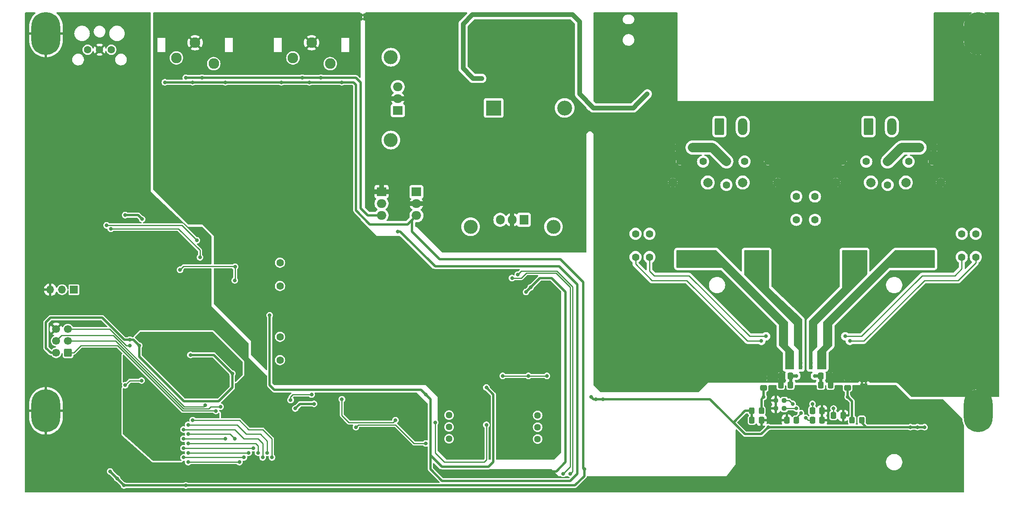
<source format=gbr>
%TF.GenerationSoftware,KiCad,Pcbnew,7.0.5-0*%
%TF.CreationDate,2024-02-04T17:51:19+01:00*%
%TF.ProjectId,AmplifierBoard,416d706c-6966-4696-9572-426f6172642e,rev?*%
%TF.SameCoordinates,Original*%
%TF.FileFunction,Copper,L2,Bot*%
%TF.FilePolarity,Positive*%
%FSLAX46Y46*%
G04 Gerber Fmt 4.6, Leading zero omitted, Abs format (unit mm)*
G04 Created by KiCad (PCBNEW 7.0.5-0) date 2024-02-04 17:51:19*
%MOMM*%
%LPD*%
G01*
G04 APERTURE LIST*
G04 Aperture macros list*
%AMRoundRect*
0 Rectangle with rounded corners*
0 $1 Rounding radius*
0 $2 $3 $4 $5 $6 $7 $8 $9 X,Y pos of 4 corners*
0 Add a 4 corners polygon primitive as box body*
4,1,4,$2,$3,$4,$5,$6,$7,$8,$9,$2,$3,0*
0 Add four circle primitives for the rounded corners*
1,1,$1+$1,$2,$3*
1,1,$1+$1,$4,$5*
1,1,$1+$1,$6,$7*
1,1,$1+$1,$8,$9*
0 Add four rect primitives between the rounded corners*
20,1,$1+$1,$2,$3,$4,$5,0*
20,1,$1+$1,$4,$5,$6,$7,0*
20,1,$1+$1,$6,$7,$8,$9,0*
20,1,$1+$1,$8,$9,$2,$3,0*%
%AMFreePoly0*
4,1,19,0.500000,-0.750000,0.000000,-0.750000,0.000000,-0.744911,-0.071157,-0.744911,-0.207708,-0.704816,-0.327430,-0.627875,-0.420627,-0.520320,-0.479746,-0.390866,-0.500000,-0.250000,-0.500000,0.250000,-0.479746,0.390866,-0.420627,0.520320,-0.327430,0.627875,-0.207708,0.704816,-0.071157,0.744911,0.000000,0.744911,0.000000,0.750000,0.500000,0.750000,0.500000,-0.750000,0.500000,-0.750000,
$1*%
%AMFreePoly1*
4,1,19,0.000000,0.744911,0.071157,0.744911,0.207708,0.704816,0.327430,0.627875,0.420627,0.520320,0.479746,0.390866,0.500000,0.250000,0.500000,-0.250000,0.479746,-0.390866,0.420627,-0.520320,0.327430,-0.627875,0.207708,-0.704816,0.071157,-0.744911,0.000000,-0.744911,0.000000,-0.750000,-0.500000,-0.750000,-0.500000,0.750000,0.000000,0.750000,0.000000,0.744911,0.000000,0.744911,
$1*%
G04 Aperture macros list end*
%TA.AperFunction,ComponentPad*%
%ADD10C,2.000000*%
%TD*%
%TA.AperFunction,ComponentPad*%
%ADD11C,2.286000*%
%TD*%
%TA.AperFunction,ComponentPad*%
%ADD12C,1.600000*%
%TD*%
%TA.AperFunction,ComponentPad*%
%ADD13O,6.200000X9.200000*%
%TD*%
%TA.AperFunction,WasherPad*%
%ADD14C,3.000000*%
%TD*%
%TA.AperFunction,ComponentPad*%
%ADD15R,3.200000X3.200000*%
%TD*%
%TA.AperFunction,ComponentPad*%
%ADD16O,3.200000X3.200000*%
%TD*%
%TA.AperFunction,ComponentPad*%
%ADD17R,2.000000X1.905000*%
%TD*%
%TA.AperFunction,ComponentPad*%
%ADD18O,2.000000X1.905000*%
%TD*%
%TA.AperFunction,ComponentPad*%
%ADD19C,1.440000*%
%TD*%
%TA.AperFunction,ComponentPad*%
%ADD20RoundRect,0.250000X-0.750000X-1.550000X0.750000X-1.550000X0.750000X1.550000X-0.750000X1.550000X0*%
%TD*%
%TA.AperFunction,ComponentPad*%
%ADD21O,2.000000X3.600000*%
%TD*%
%TA.AperFunction,ComponentPad*%
%ADD22R,1.905000X2.000000*%
%TD*%
%TA.AperFunction,ComponentPad*%
%ADD23O,1.905000X2.000000*%
%TD*%
%TA.AperFunction,ComponentPad*%
%ADD24R,1.700000X1.700000*%
%TD*%
%TA.AperFunction,ComponentPad*%
%ADD25O,1.700000X1.700000*%
%TD*%
%TA.AperFunction,ComponentPad*%
%ADD26RoundRect,0.250000X0.600000X0.600000X-0.600000X0.600000X-0.600000X-0.600000X0.600000X-0.600000X0*%
%TD*%
%TA.AperFunction,ComponentPad*%
%ADD27C,1.700000*%
%TD*%
%TA.AperFunction,SMDPad,CuDef*%
%ADD28RoundRect,0.250000X0.475000X-0.337500X0.475000X0.337500X-0.475000X0.337500X-0.475000X-0.337500X0*%
%TD*%
%TA.AperFunction,SMDPad,CuDef*%
%ADD29FreePoly0,270.000000*%
%TD*%
%TA.AperFunction,SMDPad,CuDef*%
%ADD30FreePoly1,270.000000*%
%TD*%
%TA.AperFunction,SMDPad,CuDef*%
%ADD31RoundRect,0.250000X-0.337500X-0.475000X0.337500X-0.475000X0.337500X0.475000X-0.337500X0.475000X0*%
%TD*%
%TA.AperFunction,SMDPad,CuDef*%
%ADD32FreePoly0,180.000000*%
%TD*%
%TA.AperFunction,SMDPad,CuDef*%
%ADD33FreePoly1,180.000000*%
%TD*%
%TA.AperFunction,SMDPad,CuDef*%
%ADD34RoundRect,0.237500X-0.250000X-0.237500X0.250000X-0.237500X0.250000X0.237500X-0.250000X0.237500X0*%
%TD*%
%TA.AperFunction,SMDPad,CuDef*%
%ADD35RoundRect,0.250000X-0.325000X-0.450000X0.325000X-0.450000X0.325000X0.450000X-0.325000X0.450000X0*%
%TD*%
%TA.AperFunction,SMDPad,CuDef*%
%ADD36RoundRect,0.250000X0.400000X0.625000X-0.400000X0.625000X-0.400000X-0.625000X0.400000X-0.625000X0*%
%TD*%
%TA.AperFunction,SMDPad,CuDef*%
%ADD37RoundRect,0.250000X0.337500X0.475000X-0.337500X0.475000X-0.337500X-0.475000X0.337500X-0.475000X0*%
%TD*%
%TA.AperFunction,SMDPad,CuDef*%
%ADD38RoundRect,0.250000X-0.400000X-0.625000X0.400000X-0.625000X0.400000X0.625000X-0.400000X0.625000X0*%
%TD*%
%TA.AperFunction,SMDPad,CuDef*%
%ADD39RoundRect,0.250000X0.325000X0.450000X-0.325000X0.450000X-0.325000X-0.450000X0.325000X-0.450000X0*%
%TD*%
%TA.AperFunction,ViaPad*%
%ADD40C,0.800000*%
%TD*%
%TA.AperFunction,Conductor*%
%ADD41C,1.000000*%
%TD*%
%TA.AperFunction,Conductor*%
%ADD42C,0.700000*%
%TD*%
%TA.AperFunction,Conductor*%
%ADD43C,0.500000*%
%TD*%
%TA.AperFunction,Conductor*%
%ADD44C,0.250000*%
%TD*%
%TA.AperFunction,Conductor*%
%ADD45C,2.000000*%
%TD*%
G04 APERTURE END LIST*
%TA.AperFunction,EtchedComponent*%
%TO.C,JP6*%
G36*
X226100000Y-131250000D02*
G01*
X225700000Y-131250000D01*
X225700000Y-130750000D01*
X226100000Y-130750000D01*
X226100000Y-131250000D01*
G37*
%TD.AperFunction*%
%TA.AperFunction,EtchedComponent*%
G36*
X225300000Y-131250000D02*
G01*
X224900000Y-131250000D01*
X224900000Y-130750000D01*
X225300000Y-130750000D01*
X225300000Y-131250000D01*
G37*
%TD.AperFunction*%
%TA.AperFunction,EtchedComponent*%
%TO.C,JP1*%
G36*
X118250000Y-53100000D02*
G01*
X117750000Y-53100000D01*
X117750000Y-52700000D01*
X118250000Y-52700000D01*
X118250000Y-53100000D01*
G37*
%TD.AperFunction*%
%TA.AperFunction,EtchedComponent*%
G36*
X118250000Y-52300000D02*
G01*
X117750000Y-52300000D01*
X117750000Y-51900000D01*
X118250000Y-51900000D01*
X118250000Y-52300000D01*
G37*
%TD.AperFunction*%
%TD*%
D10*
%TO.P,C26,1*%
%TO.N,GND*%
X242000000Y-88000000D03*
%TO.P,C26,2*%
%TO.N,/PowerAmp/SPKB-*%
X234500000Y-88000000D03*
%TD*%
D11*
%TO.P,J3,1,EXT*%
%TO.N,GNDA*%
X107000000Y-58000000D03*
%TO.P,J3,2,IN2*%
%TO.N,/AnalogBuffers/IN2*%
X103000000Y-61250000D03*
%TO.P,J3,3,IN1*%
%TO.N,/AnalogBuffers/IN1*%
X111000000Y-62500000D03*
%TD*%
D10*
%TO.P,C25,1*%
%TO.N,/PowerAmp/SPKB+*%
X227000000Y-88000000D03*
%TO.P,C25,2*%
%TO.N,GND*%
X219500000Y-88000000D03*
%TD*%
D12*
%TO.P,C29,1*%
%TO.N,/PowerAmp/SPKB+*%
X215000000Y-96000000D03*
%TO.P,C29,2*%
%TO.N,Net-(C29-Pad2)*%
X215000000Y-91000000D03*
%TD*%
D13*
%TO.P,H2,1,1*%
%TO.N,GND*%
X250000000Y-56000000D03*
%TD*%
D14*
%TO.P,HS5,*%
%TO.N,*%
X124000000Y-61110000D03*
X124000000Y-78890000D03*
%TD*%
D12*
%TO.P,C27,1*%
%TO.N,/PowerAmp/SPKB+*%
X226000000Y-83500000D03*
%TO.P,C27,2*%
%TO.N,GND*%
X221000000Y-83500000D03*
%TD*%
D15*
%TO.P,D1,1,K*%
%TO.N,Net-(D1-K)*%
X146050000Y-72000000D03*
D16*
%TO.P,D1,2,A*%
%TO.N,-12V*%
X161290000Y-72000000D03*
%TD*%
D12*
%TO.P,C20,1*%
%TO.N,GND*%
X204900000Y-83500000D03*
%TO.P,C20,2*%
%TO.N,/PowerAmp/SPKA-*%
X199900000Y-83500000D03*
%TD*%
D13*
%TO.P,H1,1,1*%
%TO.N,GNDD*%
X50000000Y-56000000D03*
%TD*%
D12*
%TO.P,C24,1*%
%TO.N,Net-(C24-Pad1)*%
X249500000Y-99000000D03*
%TO.P,C24,2*%
%TO.N,Net-(U1B-BST_D)*%
X249500000Y-104000000D03*
%TD*%
%TO.P,J2,1,Data*%
%TO.N,/TosLink DAC/RX*%
X58960000Y-59500000D03*
%TO.P,J2,2,GND*%
%TO.N,GNDD*%
X61500000Y-59500000D03*
%TO.P,J2,3,VCC*%
%TO.N,+3V3*%
X64040000Y-59500000D03*
%TD*%
D11*
%TO.P,J4,1,EXT*%
%TO.N,GNDA*%
X82000000Y-58000000D03*
%TO.P,J4,2,IN2*%
%TO.N,/AnalogBuffers/IN4*%
X78000000Y-61250000D03*
%TO.P,J4,3,IN1*%
%TO.N,/AnalogBuffers/IN3*%
X86000000Y-62500000D03*
%TD*%
D12*
%TO.P,C19,1*%
%TO.N,/PowerAmp/SPKA+*%
X191000000Y-83500000D03*
%TO.P,C19,2*%
%TO.N,GND*%
X186000000Y-83500000D03*
%TD*%
D17*
%TO.P,U14,1,IN*%
%TO.N,VDC*%
X125500000Y-72540000D03*
D18*
%TO.P,U14,2,GND*%
%TO.N,GND*%
X125500000Y-70000000D03*
%TO.P,U14,3,OUT*%
%TO.N,+9V*%
X125500000Y-67460000D03*
%TD*%
D19*
%TO.P,RV2,1,1*%
%TO.N,MIX_B*%
X136500000Y-143000000D03*
%TO.P,RV2,2,2*%
X136500000Y-140460000D03*
%TO.P,RV2,3,3*%
%TO.N,Net-(U15B--)*%
X136500000Y-137920000D03*
%TD*%
D12*
%TO.P,C22,1*%
%TO.N,/PowerAmp/SPKA+*%
X196000000Y-88500000D03*
%TO.P,C22,2*%
%TO.N,Net-(C22-Pad2)*%
X196000000Y-83500000D03*
%TD*%
D13*
%TO.P,H4,1,1*%
%TO.N,GND*%
X250000000Y-137000000D03*
%TD*%
D20*
%TO.P,J5,1,Pin_1*%
%TO.N,/PowerAmp/SPKA+*%
X194500000Y-76000000D03*
D21*
%TO.P,J5,2,Pin_2*%
%TO.N,/PowerAmp/SPKA-*%
X199500000Y-76000000D03*
%TD*%
D19*
%TO.P,RV1,1,1*%
%TO.N,MIX_A*%
X155500000Y-143040000D03*
%TO.P,RV1,2,2*%
X155500000Y-140500000D03*
%TO.P,RV1,3,3*%
%TO.N,Net-(U15A--)*%
X155500000Y-137960000D03*
%TD*%
D12*
%TO.P,C15,1*%
%TO.N,Net-(C15-Pad1)*%
X176500000Y-99000000D03*
%TO.P,C15,2*%
%TO.N,Net-(U1A-BST_A)*%
X176500000Y-104000000D03*
%TD*%
%TO.P,C21,1*%
%TO.N,Net-(C21-Pad1)*%
X211000000Y-91000000D03*
%TO.P,C21,2*%
%TO.N,/PowerAmp/SPKA-*%
X211000000Y-96000000D03*
%TD*%
D17*
%TO.P,U3,1,IN*%
%TO.N,+12V*%
X129500000Y-90000000D03*
D18*
%TO.P,U3,2,GND*%
%TO.N,GND*%
X129500000Y-92540000D03*
%TO.P,U3,3,OUT*%
%TO.N,+5V*%
X129500000Y-95080000D03*
%TD*%
D22*
%TO.P,U2,1,IN*%
%TO.N,VDC*%
X152540000Y-96000000D03*
D23*
%TO.P,U2,2,GND*%
%TO.N,GND*%
X150000000Y-96000000D03*
%TO.P,U2,3,OUT*%
%TO.N,+12V*%
X147460000Y-96000000D03*
%TD*%
D12*
%TO.P,C45,1*%
%TO.N,Net-(C45-Pad1)*%
X100225000Y-121100000D03*
%TO.P,C45,2*%
%TO.N,Net-(C45-Pad2)*%
X100225000Y-126100000D03*
%TD*%
D10*
%TO.P,C17,1*%
%TO.N,/PowerAmp/SPKA+*%
X192000000Y-88000000D03*
%TO.P,C17,2*%
%TO.N,GND*%
X184500000Y-88000000D03*
%TD*%
D24*
%TO.P,J9,1,Pin_1*%
%TO.N,/MCU/RXD*%
X56000000Y-111000000D03*
D25*
%TO.P,J9,2,Pin_2*%
%TO.N,/MCU/TXD*%
X53460000Y-111000000D03*
%TO.P,J9,3,Pin_3*%
%TO.N,GNDD*%
X50920000Y-111000000D03*
%TD*%
D10*
%TO.P,C18,1*%
%TO.N,GND*%
X207000000Y-88000000D03*
%TO.P,C18,2*%
%TO.N,/PowerAmp/SPKA-*%
X199500000Y-88000000D03*
%TD*%
D12*
%TO.P,C16,1*%
%TO.N,Net-(U1A-OUT_B)*%
X179500000Y-99000000D03*
%TO.P,C16,2*%
%TO.N,Net-(U1A-BST_B)*%
X179500000Y-104000000D03*
%TD*%
D14*
%TO.P,HS2,*%
%TO.N,*%
X141110000Y-97500000D03*
X158890000Y-97500000D03*
%TD*%
D12*
%TO.P,C23,1*%
%TO.N,Net-(U1B-OUT_C)*%
X246500000Y-99000000D03*
%TO.P,C23,2*%
%TO.N,Net-(U1B-BST_C)*%
X246500000Y-104000000D03*
%TD*%
%TO.P,C28,1*%
%TO.N,GND*%
X240100000Y-83500000D03*
%TO.P,C28,2*%
%TO.N,/PowerAmp/SPKB-*%
X235100000Y-83500000D03*
%TD*%
%TO.P,C41,1*%
%TO.N,Net-(C41-Pad1)*%
X100225000Y-105200000D03*
%TO.P,C41,2*%
%TO.N,Net-(C41-Pad2)*%
X100225000Y-110200000D03*
%TD*%
D20*
%TO.P,J6,1,Pin_1*%
%TO.N,/PowerAmp/SPKB+*%
X226500000Y-76000000D03*
D21*
%TO.P,J6,2,Pin_2*%
%TO.N,/PowerAmp/SPKB-*%
X231500000Y-76000000D03*
%TD*%
D26*
%TO.P,J8,1,Pin_1*%
%TO.N,/MCU/MISO*%
X54727500Y-124545000D03*
D27*
%TO.P,J8,2,Pin_2*%
%TO.N,+3V3*%
X52187500Y-124545000D03*
%TO.P,J8,3,Pin_3*%
%TO.N,/MCU/SCK*%
X54727500Y-122005000D03*
%TO.P,J8,4,Pin_4*%
%TO.N,/MCU/MOSI*%
X52187500Y-122005000D03*
%TO.P,J8,5,Pin_5*%
%TO.N,/MCU/~{RESET}*%
X54727500Y-119465000D03*
%TO.P,J8,6,Pin_6*%
%TO.N,GNDD*%
X52187500Y-119465000D03*
%TD*%
D17*
%TO.P,U9,1,GND*%
%TO.N,GND*%
X122000000Y-89960000D03*
D18*
%TO.P,U9,2,VI*%
%TO.N,-12V*%
X122000000Y-92500000D03*
%TO.P,U9,3,VO*%
%TO.N,-5V*%
X122000000Y-95040000D03*
%TD*%
D12*
%TO.P,C30,1*%
%TO.N,Net-(C30-Pad1)*%
X230600000Y-83500000D03*
%TO.P,C30,2*%
%TO.N,/PowerAmp/SPKB-*%
X230600000Y-88500000D03*
%TD*%
D13*
%TO.P,H3,1,1*%
%TO.N,GNDD*%
X50000000Y-137000000D03*
%TD*%
D28*
%TO.P,C12,1*%
%TO.N,Net-(U1A-GVDD_AB)*%
X204000000Y-132037500D03*
%TO.P,C12,2*%
%TO.N,GND*%
X204000000Y-129962500D03*
%TD*%
D29*
%TO.P,JP6,1,A*%
%TO.N,GND*%
X225500000Y-130350000D03*
D30*
%TO.P,JP6,2,B*%
%TO.N,GNDD*%
X225500000Y-131650000D03*
%TD*%
D31*
%TO.P,C8,1*%
%TO.N,Net-(U1A-AVDD)*%
X214462500Y-139000000D03*
%TO.P,C8,2*%
%TO.N,GNDD*%
X216537500Y-139000000D03*
%TD*%
D32*
%TO.P,JP1,1,A*%
%TO.N,GND*%
X118650000Y-52500000D03*
D33*
%TO.P,JP1,2,B*%
%TO.N,GNDA*%
X117350000Y-52500000D03*
%TD*%
D34*
%TO.P,R7,1*%
%TO.N,GNDD*%
X206587500Y-134750000D03*
%TO.P,R7,2*%
%TO.N,Net-(U1A-OC_ADJ)*%
X208412500Y-134750000D03*
%TD*%
D35*
%TO.P,L17,1*%
%TO.N,+12V*%
X201475000Y-137000000D03*
%TO.P,L17,2*%
%TO.N,Net-(U1A-GVDD_AB)*%
X203525000Y-137000000D03*
%TD*%
D34*
%TO.P,R8,1*%
%TO.N,GNDD*%
X206587500Y-136500000D03*
%TO.P,R8,2*%
%TO.N,Net-(U1A-FREQ_ADJ)*%
X208412500Y-136500000D03*
%TD*%
D28*
%TO.P,C13,1*%
%TO.N,Net-(U1B-GVDD_CD)*%
X222000000Y-132037500D03*
%TO.P,C13,2*%
%TO.N,GND*%
X222000000Y-129962500D03*
%TD*%
D31*
%TO.P,C5,1*%
%TO.N,VDC*%
X216262500Y-129500000D03*
%TO.P,C5,2*%
%TO.N,GND*%
X218337500Y-129500000D03*
%TD*%
D36*
%TO.P,R6,1*%
%TO.N,GND*%
X240550000Y-80500000D03*
%TO.P,R6,2*%
%TO.N,Net-(C30-Pad1)*%
X237450000Y-80500000D03*
%TD*%
D31*
%TO.P,C14,1*%
%TO.N,+12V*%
X201462500Y-139000000D03*
%TO.P,C14,2*%
%TO.N,GNDD*%
X203537500Y-139000000D03*
%TD*%
D37*
%TO.P,C2,1*%
%TO.N,VDC*%
X209737500Y-129500000D03*
%TO.P,C2,2*%
%TO.N,GND*%
X207662500Y-129500000D03*
%TD*%
D38*
%TO.P,R3,1*%
%TO.N,GND*%
X185650000Y-80500000D03*
%TO.P,R3,2*%
%TO.N,Net-(C22-Pad2)*%
X188750000Y-80500000D03*
%TD*%
D37*
%TO.P,C1,1*%
%TO.N,VDC*%
X209737500Y-131500000D03*
%TO.P,C1,2*%
%TO.N,GND*%
X207662500Y-131500000D03*
%TD*%
D31*
%TO.P,C9,1*%
%TO.N,Net-(U1A-C_START)*%
X214462500Y-137000000D03*
%TO.P,C9,2*%
%TO.N,GNDD*%
X216537500Y-137000000D03*
%TD*%
%TO.P,C4,1*%
%TO.N,VDC*%
X216262500Y-131500000D03*
%TO.P,C4,2*%
%TO.N,GND*%
X218337500Y-131500000D03*
%TD*%
D37*
%TO.P,C7,1*%
%TO.N,Net-(U1A-DVDD)*%
X211037500Y-139000000D03*
%TO.P,C7,2*%
%TO.N,GNDD*%
X208962500Y-139000000D03*
%TD*%
D39*
%TO.P,L19,1*%
%TO.N,+12V*%
X225025000Y-139000000D03*
%TO.P,L19,2*%
%TO.N,Net-(U1B-GVDD_CD)*%
X222975000Y-139000000D03*
%TD*%
D31*
%TO.P,C10,1*%
%TO.N,Net-(U1A-VBG)*%
X218962500Y-138000000D03*
%TO.P,C10,2*%
%TO.N,GNDD*%
X221037500Y-138000000D03*
%TD*%
D40*
%TO.N,VDC*%
X142000000Y-65650000D03*
X178000000Y-70000000D03*
X177000000Y-71000000D03*
X179000000Y-69000000D03*
X215000000Y-129500000D03*
X211000000Y-129500000D03*
X143500000Y-65650000D03*
%TO.N,GND*%
X251000000Y-125500000D03*
X168000000Y-124000000D03*
X171000000Y-124000000D03*
X171000000Y-64000000D03*
X171000000Y-61000000D03*
X239000000Y-128500000D03*
X234500000Y-130000000D03*
X171000000Y-128500000D03*
X169500000Y-64000000D03*
X252500000Y-125500000D03*
X174000000Y-127000000D03*
X169500000Y-130000000D03*
X137500000Y-76500000D03*
X139000000Y-76500000D03*
X172500000Y-125500000D03*
X251000000Y-124000000D03*
X172500000Y-68500000D03*
X134500000Y-76500000D03*
X169500000Y-127000000D03*
X222000000Y-128500000D03*
X204000000Y-128500000D03*
X168000000Y-130000000D03*
X220000000Y-127500000D03*
X221000000Y-126500000D03*
X171000000Y-62500000D03*
X174000000Y-130000000D03*
X168000000Y-65500000D03*
X204000000Y-126500000D03*
X204000000Y-127500000D03*
X234500000Y-128500000D03*
X206000000Y-127500000D03*
X171000000Y-67000000D03*
X168000000Y-125500000D03*
X172500000Y-124000000D03*
X169500000Y-62500000D03*
X174000000Y-122500000D03*
X251000000Y-130000000D03*
X213400000Y-129500000D03*
X237500000Y-124000000D03*
X168000000Y-67000000D03*
X172500000Y-122500000D03*
X172500000Y-67000000D03*
X221000000Y-127500000D03*
X142000000Y-76500000D03*
X168000000Y-61000000D03*
X172500000Y-130000000D03*
X236000000Y-124000000D03*
X252500000Y-124000000D03*
X169500000Y-67000000D03*
X136000000Y-76500000D03*
X251000000Y-128500000D03*
X169500000Y-68500000D03*
X252500000Y-130000000D03*
X171000000Y-125500000D03*
X168000000Y-64000000D03*
X171000000Y-65500000D03*
X174000000Y-67000000D03*
X171000000Y-68500000D03*
X172500000Y-62500000D03*
X168000000Y-127000000D03*
X172500000Y-65500000D03*
X222000000Y-127500000D03*
X205000000Y-126500000D03*
X171000000Y-127000000D03*
X234500000Y-127000000D03*
X239000000Y-127000000D03*
X172500000Y-127000000D03*
X174000000Y-62500000D03*
X234500000Y-124000000D03*
X239000000Y-130000000D03*
X169500000Y-124000000D03*
X172500000Y-61000000D03*
X206000000Y-128500000D03*
X137500000Y-85000000D03*
X174000000Y-125500000D03*
X251000000Y-127000000D03*
X252500000Y-127000000D03*
X252500000Y-128500000D03*
X236000000Y-127000000D03*
X205000000Y-127500000D03*
X239000000Y-125500000D03*
X222000000Y-126500000D03*
X169500000Y-122500000D03*
X239000000Y-124000000D03*
X221000000Y-128500000D03*
X237500000Y-125500000D03*
X237500000Y-128500000D03*
X137500000Y-86500000D03*
X237500000Y-127000000D03*
X174000000Y-61000000D03*
X205000000Y-128500000D03*
X174000000Y-124000000D03*
X236000000Y-128500000D03*
X169500000Y-125500000D03*
X172500000Y-64000000D03*
X140500000Y-76500000D03*
X172500000Y-128500000D03*
X236000000Y-130000000D03*
X139000000Y-86500000D03*
X169500000Y-128500000D03*
X171000000Y-122500000D03*
X168000000Y-128500000D03*
X174000000Y-65500000D03*
X220000000Y-128500000D03*
X169500000Y-65500000D03*
X234500000Y-125500000D03*
X219000000Y-127500000D03*
X168000000Y-62500000D03*
X213400000Y-130500000D03*
X207000000Y-127500000D03*
X236000000Y-125500000D03*
X237500000Y-130000000D03*
X171000000Y-130000000D03*
X174000000Y-128500000D03*
X169500000Y-61000000D03*
X174000000Y-64000000D03*
%TO.N,Net-(U1A-DVDD)*%
X212000000Y-137500000D03*
%TO.N,GNDD*%
X123200000Y-150000000D03*
X157000000Y-150000000D03*
X222000000Y-136500000D03*
X221000000Y-145000000D03*
X221000000Y-143000000D03*
X93000000Y-133500000D03*
X89000000Y-136000000D03*
X76000000Y-106750000D03*
X158200000Y-150000000D03*
X76000000Y-95000000D03*
X121800000Y-150000000D03*
X220000000Y-134500000D03*
X57500000Y-95500000D03*
X94000000Y-132500000D03*
X75000000Y-96000000D03*
X121000000Y-147000000D03*
X119500000Y-133500000D03*
X222000000Y-144000000D03*
X85000000Y-105000000D03*
X74750000Y-106750000D03*
X153000000Y-111500000D03*
X54849500Y-103000000D03*
X122500000Y-147000000D03*
X123000000Y-133500000D03*
X88500000Y-137000000D03*
X56000000Y-95500000D03*
X154000000Y-110500000D03*
X77250000Y-106750000D03*
X207000000Y-138500000D03*
X93000000Y-131500000D03*
X221000000Y-135500000D03*
X75000000Y-94000000D03*
X121250000Y-133500000D03*
X206000000Y-139500000D03*
X222000000Y-142000000D03*
X89000000Y-138000000D03*
%TO.N,Net-(U1A-AVDD)*%
X213000000Y-138500000D03*
%TO.N,Net-(U1A-C_START)*%
X214462500Y-135500000D03*
%TO.N,Net-(U1A-VBG)*%
X219000000Y-136500000D03*
%TO.N,+12V*%
X238500000Y-140500000D03*
X168000000Y-134500000D03*
X235500000Y-140500000D03*
X167000000Y-134000000D03*
X205000000Y-140500000D03*
X169500000Y-134500000D03*
X237000000Y-140500000D03*
%TO.N,Net-(U1A-GVDD_AB)*%
X204000000Y-134000000D03*
%TO.N,Net-(U1B-GVDD_CD)*%
X222000000Y-134000000D03*
%TO.N,Net-(C15-Pad1)*%
X209100000Y-127600000D03*
X191750000Y-105000000D03*
X193750000Y-104000000D03*
X192750000Y-105000000D03*
X210000000Y-126700000D03*
X208100000Y-123100000D03*
X192750000Y-103000000D03*
X210000000Y-127600000D03*
X193750000Y-103000000D03*
X209100000Y-126700000D03*
X208800000Y-123800000D03*
X191750000Y-104000000D03*
X191750000Y-103000000D03*
X193750000Y-105000000D03*
X192750000Y-104000000D03*
%TO.N,Net-(U1A-BST_A)*%
X203500000Y-122000000D03*
%TO.N,Net-(U1A-OUT_B)*%
X203000000Y-110000000D03*
X203000000Y-109000000D03*
X211800000Y-120500000D03*
X211800000Y-121400000D03*
X202000000Y-108000000D03*
X204000000Y-109000000D03*
X203000000Y-107000000D03*
X210900000Y-120500000D03*
X202000000Y-107000000D03*
X211900000Y-126700000D03*
X203000000Y-108000000D03*
X201000000Y-108000000D03*
X204000000Y-110000000D03*
X204000000Y-108000000D03*
X201000000Y-107000000D03*
X204000000Y-107000000D03*
X202000000Y-109000000D03*
X211900000Y-127600000D03*
%TO.N,Net-(U1A-BST_B)*%
X204500000Y-121000000D03*
%TO.N,Net-(U1B-OUT_C)*%
X223000000Y-110000000D03*
X222000000Y-108000000D03*
X222000000Y-110000000D03*
X224000000Y-107000000D03*
X214200000Y-121400000D03*
X215100000Y-120500000D03*
X223000000Y-107000000D03*
X222000000Y-107000000D03*
X224000000Y-109000000D03*
X214100000Y-126700000D03*
X222000000Y-109000000D03*
X214100000Y-127600000D03*
X223000000Y-108000000D03*
X225000000Y-108000000D03*
X224000000Y-108000000D03*
X214200000Y-120500000D03*
X223000000Y-109000000D03*
X225000000Y-107000000D03*
%TO.N,Net-(U1B-BST_C)*%
X221500000Y-121000000D03*
%TO.N,Net-(C24-Pad1)*%
X234250000Y-104000000D03*
X216900000Y-127600000D03*
X232250000Y-103000000D03*
X234250000Y-105000000D03*
X217900000Y-123100000D03*
X232250000Y-104000000D03*
X233250000Y-103000000D03*
X233250000Y-104000000D03*
X216000000Y-127600000D03*
X232250000Y-105000000D03*
X233250000Y-105000000D03*
X216000000Y-126700000D03*
X217200000Y-123800000D03*
X234250000Y-103000000D03*
X216900000Y-126700000D03*
%TO.N,Net-(U1B-BST_D)*%
X222500000Y-122000000D03*
%TO.N,MIX_A*%
X133500000Y-139500000D03*
X144500000Y-140000000D03*
%TO.N,GNDA*%
X148000000Y-147000000D03*
X92000000Y-103500000D03*
X144500000Y-138500000D03*
X143500000Y-130500000D03*
X140500000Y-147000000D03*
X159000000Y-141500000D03*
X150000000Y-147000000D03*
X90000000Y-103500000D03*
X80000000Y-95500000D03*
X91000000Y-104500000D03*
X146000000Y-121500000D03*
X103000000Y-130500000D03*
X147500000Y-138500000D03*
X147500000Y-121500000D03*
X150000000Y-146000000D03*
X153500000Y-132000000D03*
X149000000Y-146000000D03*
X155000000Y-132000000D03*
X159000000Y-146500000D03*
X149000000Y-121500000D03*
X104500000Y-129000000D03*
X149000000Y-147000000D03*
X86750000Y-113750000D03*
X143500000Y-129000000D03*
X103000000Y-129000000D03*
X104500000Y-130500000D03*
%TO.N,MIX_B*%
X125000000Y-139000000D03*
X113500000Y-134500000D03*
%TO.N,+5V*%
X75500000Y-66500000D03*
X90575000Y-106075000D03*
X88500000Y-66500000D03*
X78775000Y-106725000D03*
X107500000Y-135500000D03*
X113500000Y-66500000D03*
X103500000Y-136500000D03*
X90500000Y-109000000D03*
X106500000Y-66500000D03*
X63762500Y-150000000D03*
X65262500Y-151500000D03*
X81500000Y-66500000D03*
X66762500Y-153000000D03*
X80000000Y-153000000D03*
X165500000Y-149500000D03*
X100500000Y-66500000D03*
%TO.N,+3V3*%
X68000000Y-121750000D03*
X70637500Y-95862500D03*
X81000000Y-125000000D03*
X70000000Y-123000000D03*
X67000000Y-95000000D03*
X90000000Y-129000000D03*
%TO.N,-5V*%
X83500000Y-65500000D03*
X125500000Y-98500000D03*
X80000000Y-65500000D03*
X144500000Y-132000000D03*
X98000000Y-116500000D03*
X109000000Y-65500000D03*
X105000000Y-65500000D03*
X131462701Y-133537299D03*
%TO.N,Net-(D2-K)*%
X131500000Y-144000000D03*
X116500000Y-140500000D03*
X102500000Y-134674500D03*
X107000000Y-133500000D03*
%TO.N,/MCU/~{RESET}*%
X68000000Y-123000000D03*
%TO.N,/MCU/MOSI*%
X84164213Y-135775500D03*
%TO.N,/MCU/MISO*%
X86479899Y-137020101D03*
%TO.N,/MCU/SCK*%
X87479793Y-136107733D03*
%TO.N,Net-(J7-Pin_8)*%
X88500000Y-143000000D03*
X79500000Y-143000000D03*
%TO.N,Net-(J7-Pin_10)*%
X80500000Y-142000000D03*
X90500000Y-143000000D03*
%TO.N,/MCU/RXD*%
X91500000Y-148000000D03*
X80500000Y-148000000D03*
%TO.N,/MCU/TXD*%
X70500000Y-130500000D03*
X92500000Y-147000000D03*
X79500000Y-147000000D03*
X67000000Y-131500000D03*
%TO.N,Net-(J7-Pin_13)*%
X93500000Y-146000000D03*
X80500000Y-146000000D03*
%TO.N,Net-(J7-Pin_14)*%
X79500000Y-145000000D03*
X94500000Y-145000000D03*
%TO.N,Net-(J7-Pin_15)*%
X95500000Y-146000000D03*
X80500000Y-144000000D03*
%TO.N,Net-(J7-Pin_17)*%
X96500000Y-147000000D03*
X79500000Y-141000000D03*
%TO.N,Net-(J7-Pin_18)*%
X97500000Y-146000000D03*
X80500000Y-140000000D03*
%TO.N,Net-(J7-Pin_19)*%
X81500000Y-139000000D03*
X98512299Y-146987701D03*
%TO.N,SCL*%
X162500000Y-150500000D03*
X151250000Y-107750000D03*
%TO.N,SDA*%
X150000000Y-108500000D03*
X161000000Y-150500000D03*
%TO.N,Net-(U1A-OC_ADJ)*%
X210232000Y-135500000D03*
%TO.N,Net-(U1A-FREQ_ADJ)*%
X211000000Y-136500000D03*
%TO.N,/TosLink DAC/~{RST}*%
X83046107Y-104064550D03*
X63900000Y-97924500D03*
%TO.N,/TosLink DAC/ERR*%
X82400000Y-100400000D03*
X63000000Y-97200000D03*
%TO.N,Net-(R47-Pad2)*%
X153500000Y-129500000D03*
X157500000Y-129500000D03*
X148000000Y-129500000D03*
%TO.N,/MCU/MCUGND*%
X75250000Y-143000000D03*
X80000000Y-123750000D03*
X77750000Y-131250000D03*
X85000000Y-131250000D03*
X74250000Y-142000000D03*
X80750000Y-133500000D03*
X77750000Y-129750000D03*
X79250000Y-131250000D03*
X67000000Y-128500000D03*
X79500000Y-133500000D03*
X81750000Y-123750000D03*
%TD*%
D41*
%TO.N,VDC*%
X164500000Y-69000000D02*
X164500000Y-53500000D01*
X141650000Y-65650000D02*
X142000000Y-65650000D01*
X167500000Y-72000000D02*
X164500000Y-69000000D01*
D42*
X216462500Y-129500000D02*
X215000000Y-129500000D01*
D41*
X141650000Y-65650000D02*
X143500000Y-65650000D01*
X141500000Y-52000000D02*
X139500000Y-54000000D01*
X163000000Y-52000000D02*
X141500000Y-52000000D01*
D42*
X209537500Y-129537500D02*
X209500000Y-129500000D01*
D41*
X179000000Y-69000000D02*
X178000000Y-70000000D01*
X139500000Y-54000000D02*
X139500000Y-63500000D01*
D42*
X216262500Y-131500000D02*
X216262500Y-129500000D01*
D41*
X178000000Y-70000000D02*
X177000000Y-71000000D01*
D42*
X209800000Y-131500000D02*
X209800000Y-129537500D01*
D41*
X139500000Y-63500000D02*
X141250000Y-65250000D01*
X175000000Y-72000000D02*
X167500000Y-72000000D01*
X177000000Y-71000000D02*
X176000000Y-72000000D01*
X164500000Y-53500000D02*
X163000000Y-52000000D01*
D42*
X209500000Y-129500000D02*
X211000000Y-129500000D01*
D41*
X176000000Y-72000000D02*
X175000000Y-72000000D01*
X141250000Y-65250000D02*
X141650000Y-65650000D01*
D43*
%TO.N,GND*%
X218337500Y-129500000D02*
X218337500Y-131500000D01*
X207662500Y-131500000D02*
X207662500Y-129500000D01*
D44*
%TO.N,Net-(U1A-DVDD)*%
X212000000Y-137500000D02*
X211037500Y-138462500D01*
X211037500Y-138462500D02*
X211037500Y-139000000D01*
D43*
%TO.N,GNDD*%
X159500000Y-150000000D02*
X161500000Y-148000000D01*
X161500000Y-111500000D02*
X158500000Y-108500000D01*
X158500000Y-108500000D02*
X156000000Y-108500000D01*
X158200000Y-150000000D02*
X159500000Y-150000000D01*
X154000000Y-110500000D02*
X153000000Y-111500000D01*
X158200000Y-150000000D02*
X157000000Y-150000000D01*
X161500000Y-148000000D02*
X161500000Y-111500000D01*
X156000000Y-108500000D02*
X154000000Y-110500000D01*
D44*
%TO.N,Net-(U1A-AVDD)*%
X213500000Y-139000000D02*
X214462500Y-139000000D01*
X213000000Y-138500000D02*
X213500000Y-139000000D01*
%TO.N,Net-(U1A-C_START)*%
X214462500Y-137000000D02*
X214462500Y-135500000D01*
%TO.N,Net-(U1A-VBG)*%
X219000000Y-136500000D02*
X219000000Y-138037500D01*
D43*
%TO.N,+12V*%
X197500000Y-139500000D02*
X200000000Y-142000000D01*
X201475000Y-137000000D02*
X201475000Y-138987500D01*
X203500000Y-142000000D02*
X205000000Y-140500000D01*
X200000000Y-142000000D02*
X202000000Y-142000000D01*
X225025000Y-139525000D02*
X226000000Y-140500000D01*
X237000000Y-140500000D02*
X235500000Y-140500000D01*
X192500000Y-134500000D02*
X200000000Y-142000000D01*
X226000000Y-140500000D02*
X235500000Y-140500000D01*
X205000000Y-140500000D02*
X226000000Y-140500000D01*
X168000000Y-134500000D02*
X169500000Y-134500000D01*
X201475000Y-138987500D02*
X201462500Y-139000000D01*
X202000000Y-142000000D02*
X203500000Y-142000000D01*
X167000000Y-134000000D02*
X167500000Y-134500000D01*
X169500000Y-134500000D02*
X192500000Y-134500000D01*
X225025000Y-139000000D02*
X225025000Y-139525000D01*
X201475000Y-137000000D02*
X200000000Y-137000000D01*
X200000000Y-137000000D02*
X197500000Y-139500000D01*
X167500000Y-134500000D02*
X168000000Y-134500000D01*
X238500000Y-140500000D02*
X235500000Y-140500000D01*
%TO.N,Net-(U1A-GVDD_AB)*%
X203525000Y-134475000D02*
X203525000Y-137000000D01*
X204000000Y-134000000D02*
X204000000Y-132037500D01*
X204000000Y-134000000D02*
X203525000Y-134475000D01*
%TO.N,Net-(U1B-GVDD_CD)*%
X222975000Y-139000000D02*
X222975000Y-134975000D01*
X222975000Y-134975000D02*
X222000000Y-134000000D01*
X222000000Y-132037500D02*
X222000000Y-134000000D01*
D44*
%TO.N,Net-(U1A-BST_A)*%
X200500000Y-122000000D02*
X187500000Y-109000000D01*
X203500000Y-122000000D02*
X200500000Y-122000000D01*
X187500000Y-109000000D02*
X180000000Y-109000000D01*
X180000000Y-109000000D02*
X176500000Y-105500000D01*
X176500000Y-105500000D02*
X176500000Y-104000000D01*
%TO.N,Net-(U1A-BST_B)*%
X201000000Y-121000000D02*
X188000000Y-108000000D01*
X188000000Y-108000000D02*
X180500000Y-108000000D01*
X204500000Y-121000000D02*
X201000000Y-121000000D01*
X179500000Y-107000000D02*
X179500000Y-104000000D01*
X180500000Y-108000000D02*
X179500000Y-107000000D01*
D45*
%TO.N,Net-(C22-Pad2)*%
X193000000Y-80500000D02*
X188750000Y-80500000D01*
X196000000Y-83500000D02*
X193000000Y-80500000D01*
D44*
%TO.N,Net-(U1B-BST_C)*%
X245000000Y-108000000D02*
X246500000Y-106500000D01*
X221500000Y-121000000D02*
X225000000Y-121000000D01*
X246500000Y-106500000D02*
X246500000Y-104000000D01*
X238000000Y-108000000D02*
X245000000Y-108000000D01*
X225000000Y-121000000D02*
X238000000Y-108000000D01*
%TO.N,Net-(U1B-BST_D)*%
X238500000Y-109000000D02*
X245750000Y-109000000D01*
X225500000Y-122000000D02*
X238500000Y-109000000D01*
X249500000Y-105250000D02*
X249500000Y-104000000D01*
X222500000Y-122000000D02*
X225500000Y-122000000D01*
X245750000Y-109000000D02*
X249500000Y-105250000D01*
D45*
%TO.N,Net-(C30-Pad1)*%
X230600000Y-83500000D02*
X233600000Y-80500000D01*
X233600000Y-80500000D02*
X237450000Y-80500000D01*
D44*
%TO.N,MIX_A*%
X144500000Y-140000000D02*
X144500000Y-147500000D01*
X144000000Y-148000000D02*
X135500000Y-148000000D01*
X144500000Y-147500000D02*
X144000000Y-148000000D01*
X133500000Y-146000000D02*
X133500000Y-139500000D01*
X135500000Y-148000000D02*
X133500000Y-146000000D01*
%TO.N,MIX_B*%
X113500000Y-138000000D02*
X113500000Y-134500000D01*
X125000000Y-139000000D02*
X124500000Y-139500000D01*
X124500000Y-139500000D02*
X115000000Y-139500000D01*
X115000000Y-139500000D02*
X113500000Y-138000000D01*
D43*
%TO.N,+5V*%
X106500000Y-66500000D02*
X100500000Y-66500000D01*
X80000000Y-153000000D02*
X66762500Y-153000000D01*
X81500000Y-66500000D02*
X80000000Y-66500000D01*
X63762500Y-150000000D02*
X66762500Y-153000000D01*
X165500000Y-149500000D02*
X165300000Y-149300000D01*
X119500000Y-97000000D02*
X127580000Y-97000000D01*
D44*
X78775000Y-106725000D02*
X79500000Y-106000000D01*
D43*
X116500000Y-94000000D02*
X119500000Y-97000000D01*
X165500000Y-149500000D02*
X165500000Y-151000000D01*
X128500000Y-96080000D02*
X129500000Y-95080000D01*
X103500000Y-136500000D02*
X104500000Y-135500000D01*
X127580000Y-97000000D02*
X129500000Y-95080000D01*
X160400000Y-104500000D02*
X134500000Y-104500000D01*
X165500000Y-151000000D02*
X163500000Y-153000000D01*
X134500000Y-104500000D02*
X128500000Y-98500000D01*
X106500000Y-66500000D02*
X113500000Y-66500000D01*
X116000000Y-66500000D02*
X116500000Y-67000000D01*
X165300000Y-149300000D02*
X165300000Y-109400000D01*
X113500000Y-66500000D02*
X116000000Y-66500000D01*
X128500000Y-98500000D02*
X128500000Y-96080000D01*
D44*
X90575000Y-106075000D02*
X90575000Y-108925000D01*
D43*
X75500000Y-66500000D02*
X80000000Y-66500000D01*
D44*
X79500000Y-106000000D02*
X90500000Y-106000000D01*
D43*
X81500000Y-66500000D02*
X88500000Y-66500000D01*
X88500000Y-66500000D02*
X100500000Y-66500000D01*
D44*
X90575000Y-108925000D02*
X90500000Y-109000000D01*
D43*
X163500000Y-153000000D02*
X80000000Y-153000000D01*
X116500000Y-67000000D02*
X116500000Y-94000000D01*
X104500000Y-135500000D02*
X107500000Y-135500000D01*
D44*
X90500000Y-106000000D02*
X90575000Y-106075000D01*
D43*
X165300000Y-109400000D02*
X160400000Y-104500000D01*
%TO.N,+3V3*%
X70000000Y-123000000D02*
X70000000Y-125351000D01*
X87074500Y-134925500D02*
X90000000Y-132000000D01*
X70000000Y-123000000D02*
X68750000Y-121750000D01*
X90000000Y-132000000D02*
X90000000Y-129000000D01*
X66810659Y-121750000D02*
X62060659Y-117000000D01*
X50000000Y-123500000D02*
X51045000Y-124545000D01*
X68750000Y-121750000D02*
X66810659Y-121750000D01*
X51045000Y-124545000D02*
X52187500Y-124545000D01*
X86000000Y-125000000D02*
X90000000Y-129000000D01*
X51000000Y-117000000D02*
X50000000Y-118000000D01*
X67000000Y-95000000D02*
X69775000Y-95000000D01*
X79574500Y-134925500D02*
X87074500Y-134925500D01*
X69775000Y-95000000D02*
X70637500Y-95862500D01*
X70000000Y-125351000D02*
X79574500Y-134925500D01*
X50000000Y-118000000D02*
X50000000Y-123500000D01*
X62060659Y-117000000D02*
X51000000Y-117000000D01*
X81000000Y-125000000D02*
X86000000Y-125000000D01*
%TO.N,-5V*%
X109000000Y-65500000D02*
X116500000Y-65500000D01*
X132500000Y-134500000D02*
X132500000Y-146500000D01*
X130500000Y-132500000D02*
X132500000Y-134500000D01*
X162500000Y-152000000D02*
X164000000Y-150500000D01*
X135000000Y-152000000D02*
X162500000Y-152000000D01*
X160100000Y-106000000D02*
X133500000Y-106000000D01*
X146000000Y-133500000D02*
X146000000Y-148000000D01*
X83500000Y-65500000D02*
X80000000Y-65500000D01*
X98000000Y-116500000D02*
X98000000Y-131500000D01*
X98000000Y-131500000D02*
X99000000Y-132500000D01*
X126000000Y-98500000D02*
X125500000Y-98500000D01*
X146000000Y-148000000D02*
X145000000Y-149000000D01*
X132500000Y-149500000D02*
X135000000Y-152000000D01*
X132500000Y-146500000D02*
X132500000Y-149500000D01*
X145000000Y-149000000D02*
X135000000Y-149000000D01*
X83500000Y-65500000D02*
X105000000Y-65500000D01*
X164000000Y-150500000D02*
X164000000Y-109900000D01*
X119040000Y-95040000D02*
X122000000Y-95040000D01*
X116500000Y-65500000D02*
X117500000Y-66500000D01*
X144500000Y-132000000D02*
X146000000Y-133500000D01*
X117500000Y-93500000D02*
X119040000Y-95040000D01*
X133500000Y-106000000D02*
X126000000Y-98500000D01*
X117500000Y-66500000D02*
X117500000Y-93500000D01*
X164000000Y-109900000D02*
X160100000Y-106000000D01*
X99000000Y-132500000D02*
X130500000Y-132500000D01*
X109000000Y-65500000D02*
X105000000Y-65500000D01*
X135000000Y-149000000D02*
X132500000Y-146500000D01*
D44*
%TO.N,Net-(D2-K)*%
X125000000Y-140000000D02*
X117000000Y-140000000D01*
X107000000Y-133500000D02*
X103000000Y-133500000D01*
X117000000Y-140000000D02*
X116500000Y-140500000D01*
X129000000Y-144000000D02*
X125000000Y-140000000D01*
X102500000Y-134000000D02*
X102500000Y-134674500D01*
X103000000Y-133500000D02*
X102500000Y-134000000D01*
X131500000Y-144000000D02*
X129000000Y-144000000D01*
%TO.N,/MCU/~{RESET}*%
X63712487Y-119465000D02*
X54727500Y-119465000D01*
X68000000Y-123000000D02*
X67247487Y-123000000D01*
X67247487Y-123000000D02*
X63712487Y-119465000D01*
%TO.N,/MCU/MOSI*%
X52187500Y-122005000D02*
X53362500Y-120830000D01*
X83839713Y-136100000D02*
X84164213Y-135775500D01*
X53362500Y-120830000D02*
X64441091Y-120830000D01*
X79711091Y-136100000D02*
X83839713Y-136100000D01*
X64441091Y-120830000D02*
X79711091Y-136100000D01*
%TO.N,/MCU/MISO*%
X86479899Y-137020101D02*
X86459798Y-137000000D01*
X57500000Y-123000000D02*
X55955000Y-124545000D01*
X79338299Y-137000000D02*
X65338299Y-123000000D01*
X55955000Y-124545000D02*
X54727500Y-124545000D01*
X86459798Y-137000000D02*
X79338299Y-137000000D01*
X65338299Y-123000000D02*
X57500000Y-123000000D01*
%TO.N,/MCU/SCK*%
X84950000Y-136550000D02*
X79524695Y-136550000D01*
X79524695Y-136550000D02*
X64979695Y-122005000D01*
X85392267Y-136107733D02*
X84950000Y-136550000D01*
X87479793Y-136107733D02*
X85392267Y-136107733D01*
X64979695Y-122005000D02*
X54727500Y-122005000D01*
%TO.N,Net-(J7-Pin_8)*%
X88500000Y-143000000D02*
X79500000Y-143000000D01*
%TO.N,Net-(J7-Pin_10)*%
X89500000Y-142000000D02*
X80500000Y-142000000D01*
X90500000Y-143000000D02*
X89500000Y-142000000D01*
%TO.N,/MCU/RXD*%
X80500000Y-148000000D02*
X91500000Y-148000000D01*
%TO.N,/MCU/TXD*%
X70500000Y-130500000D02*
X68000000Y-130500000D01*
X79500000Y-147000000D02*
X92500000Y-147000000D01*
X68000000Y-130500000D02*
X67000000Y-131500000D01*
%TO.N,Net-(J7-Pin_13)*%
X93500000Y-146000000D02*
X80500000Y-146000000D01*
%TO.N,Net-(J7-Pin_14)*%
X79500000Y-145000000D02*
X94500000Y-145000000D01*
%TO.N,Net-(J7-Pin_15)*%
X95500000Y-146000000D02*
X95500000Y-144487347D01*
X95012653Y-144000000D02*
X80500000Y-144000000D01*
X95500000Y-144487347D02*
X95012653Y-144000000D01*
%TO.N,Net-(J7-Pin_17)*%
X96500000Y-147000000D02*
X96500000Y-144000000D01*
X92500000Y-143000000D02*
X90500000Y-141000000D01*
X90500000Y-141000000D02*
X79500000Y-141000000D01*
X96500000Y-144000000D02*
X95500000Y-143000000D01*
X95500000Y-143000000D02*
X92500000Y-143000000D01*
%TO.N,Net-(J7-Pin_18)*%
X91000000Y-140000000D02*
X80500000Y-140000000D01*
X97500000Y-146000000D02*
X97500000Y-143500000D01*
X93000000Y-142000000D02*
X91000000Y-140000000D01*
X97500000Y-143500000D02*
X96000000Y-142000000D01*
X96000000Y-142000000D02*
X93000000Y-142000000D01*
%TO.N,Net-(J7-Pin_19)*%
X93500000Y-141000000D02*
X91500000Y-139000000D01*
X91500000Y-139000000D02*
X81500000Y-139000000D01*
X98512299Y-146987701D02*
X98500000Y-146975402D01*
X96500000Y-141000000D02*
X93500000Y-141000000D01*
X98500000Y-146975402D02*
X98500000Y-143000000D01*
X98500000Y-143000000D02*
X96500000Y-141000000D01*
%TO.N,SCL*%
X159636396Y-107000000D02*
X163000000Y-110363604D01*
X163000000Y-110363604D02*
X163000000Y-150000000D01*
X152000000Y-107000000D02*
X159636396Y-107000000D01*
X163000000Y-150000000D02*
X162500000Y-150500000D01*
X151250000Y-107750000D02*
X152000000Y-107000000D01*
%TO.N,SDA*%
X150000000Y-108500000D02*
X152000000Y-108500000D01*
X153050000Y-107450000D02*
X159450000Y-107450000D01*
X162500000Y-110500000D02*
X162500000Y-149000000D01*
X159450000Y-107450000D02*
X162500000Y-110500000D01*
X162500000Y-149000000D02*
X161000000Y-150500000D01*
X152000000Y-108500000D02*
X153050000Y-107450000D01*
%TO.N,Net-(U1A-OC_ADJ)*%
X210232000Y-135500000D02*
X209482000Y-134750000D01*
X209482000Y-134750000D02*
X208412500Y-134750000D01*
%TO.N,Net-(U1A-FREQ_ADJ)*%
X211000000Y-136500000D02*
X208412500Y-136500000D01*
%TO.N,/TosLink DAC/~{RST}*%
X78400000Y-97900000D02*
X83046107Y-102546107D01*
X63900000Y-97924500D02*
X63924500Y-97900000D01*
X63924500Y-97900000D02*
X78400000Y-97900000D01*
X83046107Y-102546107D02*
X83046107Y-104064550D01*
%TO.N,/TosLink DAC/ERR*%
X79200000Y-97200000D02*
X63000000Y-97200000D01*
X82400000Y-100400000D02*
X79200000Y-97200000D01*
%TO.N,Net-(R47-Pad2)*%
X157500000Y-129500000D02*
X153500000Y-129500000D01*
X153500000Y-129500000D02*
X148000000Y-129500000D01*
%TD*%
%TA.AperFunction,Conductor*%
%TO.N,GNDA*%
G36*
X117443039Y-51519685D02*
G01*
X117488794Y-51572489D01*
X117500000Y-51624000D01*
X117500000Y-65422113D01*
X117480315Y-65489152D01*
X117427511Y-65534907D01*
X117358353Y-65544851D01*
X117294797Y-65515826D01*
X117288319Y-65509794D01*
X117109650Y-65331125D01*
X116896627Y-65118102D01*
X116895212Y-65116638D01*
X116850680Y-65068956D01*
X116838264Y-65061405D01*
X116812861Y-65045957D01*
X116807610Y-65042383D01*
X116772341Y-65015638D01*
X116772342Y-65015638D01*
X116755642Y-65009052D01*
X116736716Y-64999652D01*
X116721380Y-64990327D01*
X116678758Y-64978384D01*
X116672740Y-64976360D01*
X116631565Y-64960124D01*
X116631556Y-64960122D01*
X116613716Y-64958288D01*
X116592951Y-64954342D01*
X116575669Y-64949500D01*
X116575665Y-64949500D01*
X116531406Y-64949500D01*
X116525064Y-64949175D01*
X116497427Y-64946333D01*
X116481029Y-64944648D01*
X116481024Y-64944648D01*
X116463344Y-64947697D01*
X116442276Y-64949500D01*
X109482006Y-64949500D01*
X109414967Y-64929815D01*
X109402925Y-64920697D01*
X109400845Y-64919261D01*
X109250226Y-64840210D01*
X109085056Y-64799500D01*
X108914944Y-64799500D01*
X108749773Y-64840210D01*
X108599154Y-64919261D01*
X108592980Y-64923524D01*
X108592039Y-64922160D01*
X108536989Y-64948037D01*
X108517994Y-64949500D01*
X105482006Y-64949500D01*
X105414967Y-64929815D01*
X105402925Y-64920697D01*
X105400845Y-64919261D01*
X105250226Y-64840210D01*
X105085056Y-64799500D01*
X104914944Y-64799500D01*
X104749773Y-64840210D01*
X104599154Y-64919261D01*
X104592980Y-64923524D01*
X104592039Y-64922160D01*
X104536989Y-64948037D01*
X104517994Y-64949500D01*
X83982006Y-64949500D01*
X83914967Y-64929815D01*
X83902925Y-64920697D01*
X83900845Y-64919261D01*
X83750226Y-64840210D01*
X83585056Y-64799500D01*
X83414944Y-64799500D01*
X83249773Y-64840210D01*
X83099154Y-64919261D01*
X83092980Y-64923524D01*
X83092039Y-64922160D01*
X83036989Y-64948037D01*
X83017994Y-64949500D01*
X80482006Y-64949500D01*
X80414967Y-64929815D01*
X80402925Y-64920697D01*
X80400845Y-64919261D01*
X80250226Y-64840210D01*
X80085056Y-64799500D01*
X79914944Y-64799500D01*
X79749773Y-64840210D01*
X79599150Y-64919263D01*
X79471816Y-65032072D01*
X79375182Y-65172068D01*
X79314860Y-65331125D01*
X79314859Y-65331130D01*
X79294355Y-65499999D01*
X79314859Y-65668869D01*
X79314860Y-65668874D01*
X79357585Y-65781529D01*
X79362952Y-65851192D01*
X79329804Y-65912698D01*
X79268666Y-65946520D01*
X79241643Y-65949500D01*
X75982006Y-65949500D01*
X75914967Y-65929815D01*
X75902925Y-65920697D01*
X75900845Y-65919261D01*
X75750226Y-65840210D01*
X75585056Y-65799500D01*
X75414944Y-65799500D01*
X75249773Y-65840210D01*
X75099150Y-65919263D01*
X74971816Y-66032072D01*
X74875182Y-66172068D01*
X74814860Y-66331125D01*
X74814859Y-66331130D01*
X74794355Y-66500000D01*
X74814859Y-66668869D01*
X74814860Y-66668874D01*
X74875182Y-66827931D01*
X74899970Y-66863842D01*
X74971817Y-66967929D01*
X75065021Y-67050500D01*
X75099150Y-67080736D01*
X75249773Y-67159789D01*
X75249775Y-67159790D01*
X75414944Y-67200500D01*
X75585056Y-67200500D01*
X75750225Y-67159790D01*
X75839547Y-67112909D01*
X75900845Y-67080738D01*
X75900846Y-67080736D01*
X75900852Y-67080734D01*
X75900856Y-67080730D01*
X75907020Y-67076476D01*
X75907960Y-67077839D01*
X75963011Y-67051963D01*
X75982006Y-67050500D01*
X79924335Y-67050500D01*
X81017994Y-67050500D01*
X81085033Y-67070185D01*
X81097074Y-67079302D01*
X81099154Y-67080738D01*
X81249773Y-67159789D01*
X81249775Y-67159790D01*
X81414944Y-67200500D01*
X81585056Y-67200500D01*
X81750225Y-67159790D01*
X81839547Y-67112909D01*
X81900845Y-67080738D01*
X81900846Y-67080736D01*
X81900852Y-67080734D01*
X81900856Y-67080730D01*
X81907020Y-67076476D01*
X81907960Y-67077839D01*
X81963011Y-67051963D01*
X81982006Y-67050500D01*
X88017994Y-67050500D01*
X88085033Y-67070185D01*
X88097074Y-67079302D01*
X88099154Y-67080738D01*
X88249773Y-67159789D01*
X88249775Y-67159790D01*
X88414944Y-67200500D01*
X88585056Y-67200500D01*
X88750225Y-67159790D01*
X88839547Y-67112909D01*
X88900845Y-67080738D01*
X88900846Y-67080736D01*
X88900852Y-67080734D01*
X88900856Y-67080730D01*
X88907020Y-67076476D01*
X88907960Y-67077839D01*
X88963011Y-67051963D01*
X88982006Y-67050500D01*
X100017994Y-67050500D01*
X100085033Y-67070185D01*
X100097074Y-67079302D01*
X100099154Y-67080738D01*
X100249773Y-67159789D01*
X100249775Y-67159790D01*
X100414944Y-67200500D01*
X100585056Y-67200500D01*
X100750225Y-67159790D01*
X100839547Y-67112909D01*
X100900845Y-67080738D01*
X100900846Y-67080736D01*
X100900852Y-67080734D01*
X100900856Y-67080730D01*
X100907020Y-67076476D01*
X100907960Y-67077839D01*
X100963011Y-67051963D01*
X100982006Y-67050500D01*
X106017994Y-67050500D01*
X106085033Y-67070185D01*
X106097074Y-67079302D01*
X106099154Y-67080738D01*
X106249773Y-67159789D01*
X106249775Y-67159790D01*
X106414944Y-67200500D01*
X106585056Y-67200500D01*
X106750225Y-67159790D01*
X106839547Y-67112909D01*
X106900845Y-67080738D01*
X106900846Y-67080736D01*
X106900852Y-67080734D01*
X106900856Y-67080730D01*
X106907020Y-67076476D01*
X106907960Y-67077839D01*
X106963011Y-67051963D01*
X106982006Y-67050500D01*
X113017994Y-67050500D01*
X113085033Y-67070185D01*
X113097074Y-67079302D01*
X113099154Y-67080738D01*
X113249773Y-67159789D01*
X113249775Y-67159790D01*
X113414944Y-67200500D01*
X113585056Y-67200500D01*
X113750225Y-67159790D01*
X113839547Y-67112909D01*
X113900845Y-67080738D01*
X113900846Y-67080736D01*
X113900852Y-67080734D01*
X113900856Y-67080730D01*
X113907020Y-67076476D01*
X113907960Y-67077839D01*
X113963011Y-67051963D01*
X113982006Y-67050500D01*
X115720613Y-67050500D01*
X115787652Y-67070185D01*
X115808294Y-67086819D01*
X115913181Y-67191706D01*
X115946666Y-67253029D01*
X115949500Y-67279387D01*
X115949500Y-93989535D01*
X115949464Y-93991651D01*
X115947238Y-94056829D01*
X115957715Y-94099819D01*
X115958901Y-94106061D01*
X115964929Y-94149920D01*
X115972079Y-94166379D01*
X115978819Y-94186420D01*
X115983067Y-94203852D01*
X116004763Y-94242439D01*
X116007582Y-94248115D01*
X116025220Y-94288720D01*
X116025221Y-94288722D01*
X116036541Y-94302636D01*
X116048439Y-94320117D01*
X116057234Y-94335760D01*
X116057236Y-94335761D01*
X116088532Y-94367057D01*
X116092783Y-94371766D01*
X116120722Y-94406108D01*
X116135381Y-94416455D01*
X116151552Y-94430077D01*
X117463680Y-95742205D01*
X117497165Y-95803528D01*
X117499999Y-95829885D01*
X117499999Y-95999999D01*
X117500000Y-95999999D01*
X117500000Y-96000000D01*
X121000000Y-99500000D01*
X125948638Y-99500000D01*
X126015677Y-99519685D01*
X126036319Y-99536319D01*
X133000000Y-106500000D01*
X133230584Y-106500000D01*
X133270213Y-106508234D01*
X133270452Y-106507384D01*
X133278617Y-106509671D01*
X133278618Y-106509672D01*
X133321247Y-106521616D01*
X133327263Y-106523639D01*
X133368436Y-106539876D01*
X133386287Y-106541711D01*
X133407052Y-106545657D01*
X133424335Y-106550500D01*
X133468594Y-106550500D01*
X133474935Y-106550824D01*
X133518972Y-106555352D01*
X133536655Y-106552303D01*
X133557724Y-106550500D01*
X151548390Y-106550500D01*
X151615429Y-106570185D01*
X151661184Y-106622989D01*
X151671128Y-106692147D01*
X151642103Y-106755703D01*
X151636071Y-106762181D01*
X151385071Y-107013181D01*
X151323748Y-107046666D01*
X151297390Y-107049500D01*
X151164944Y-107049500D01*
X150999773Y-107090210D01*
X150849150Y-107169263D01*
X150721816Y-107282072D01*
X150625182Y-107422068D01*
X150564860Y-107581125D01*
X150564859Y-107581130D01*
X150544355Y-107750000D01*
X150544355Y-107750003D01*
X150547595Y-107776692D01*
X150536133Y-107845615D01*
X150489228Y-107897400D01*
X150421772Y-107915606D01*
X150366873Y-107901432D01*
X150250226Y-107840210D01*
X150085056Y-107799500D01*
X149914944Y-107799500D01*
X149749773Y-107840210D01*
X149599150Y-107919263D01*
X149471816Y-108032072D01*
X149375182Y-108172068D01*
X149314860Y-108331125D01*
X149314859Y-108331130D01*
X149294355Y-108499999D01*
X149314859Y-108668869D01*
X149314860Y-108668874D01*
X149375182Y-108827931D01*
X149413780Y-108883849D01*
X149471817Y-108967929D01*
X149565021Y-109050500D01*
X149599150Y-109080736D01*
X149749773Y-109159789D01*
X149749775Y-109159790D01*
X149914944Y-109200500D01*
X150085056Y-109200500D01*
X150250225Y-109159790D01*
X150365097Y-109099500D01*
X150400849Y-109080736D01*
X150400850Y-109080734D01*
X150400852Y-109080734D01*
X150528183Y-108967929D01*
X150528185Y-108967925D01*
X150528767Y-108967270D01*
X150529312Y-108966927D01*
X150533797Y-108962955D01*
X150534457Y-108963700D01*
X150587958Y-108930145D01*
X150621580Y-108925500D01*
X152067392Y-108925500D01*
X152067393Y-108925500D01*
X152090360Y-108918036D01*
X152109276Y-108913495D01*
X152133126Y-108909719D01*
X152154636Y-108898757D01*
X152172614Y-108891310D01*
X152195581Y-108883849D01*
X152215118Y-108869653D01*
X152231706Y-108859488D01*
X152253220Y-108848528D01*
X152348528Y-108753220D01*
X152348528Y-108753219D01*
X153189928Y-107911819D01*
X153251252Y-107878334D01*
X153277610Y-107875500D01*
X155546407Y-107875500D01*
X155613446Y-107895185D01*
X155659201Y-107947989D01*
X155669145Y-108017147D01*
X155640120Y-108080703D01*
X155624668Y-108095682D01*
X155597999Y-108117381D01*
X155593891Y-108120723D01*
X155583541Y-108135385D01*
X155569920Y-108151554D01*
X153948718Y-109772756D01*
X153890712Y-109805472D01*
X153749773Y-109840210D01*
X153599150Y-109919263D01*
X153471816Y-110032072D01*
X153375182Y-110172068D01*
X153375182Y-110172069D01*
X153314860Y-110331124D01*
X153314859Y-110331129D01*
X153309584Y-110374572D01*
X153281960Y-110438749D01*
X153274169Y-110447304D01*
X152948718Y-110772756D01*
X152890712Y-110805472D01*
X152749773Y-110840210D01*
X152599150Y-110919263D01*
X152471816Y-111032072D01*
X152375182Y-111172068D01*
X152314860Y-111331125D01*
X152314859Y-111331130D01*
X152294355Y-111500000D01*
X152314859Y-111668869D01*
X152314860Y-111668874D01*
X152375182Y-111827931D01*
X152415357Y-111886133D01*
X152471817Y-111967929D01*
X152577505Y-112061560D01*
X152599150Y-112080736D01*
X152749773Y-112159789D01*
X152749775Y-112159790D01*
X152914944Y-112200500D01*
X153085056Y-112200500D01*
X153250225Y-112159790D01*
X153329692Y-112118081D01*
X153400849Y-112080736D01*
X153400850Y-112080734D01*
X153400852Y-112080734D01*
X153528183Y-111967929D01*
X153624818Y-111827930D01*
X153685140Y-111668872D01*
X153690414Y-111625429D01*
X153718034Y-111561252D01*
X153725817Y-111552706D01*
X154051283Y-111227241D01*
X154109286Y-111194527D01*
X154250225Y-111159790D01*
X154279096Y-111144637D01*
X154400849Y-111080736D01*
X154400850Y-111080734D01*
X154400852Y-111080734D01*
X154528183Y-110967929D01*
X154624818Y-110827930D01*
X154685140Y-110668872D01*
X154690414Y-110625429D01*
X154718034Y-110561252D01*
X154725818Y-110552705D01*
X156191705Y-109086819D01*
X156253028Y-109053334D01*
X156279386Y-109050500D01*
X158220613Y-109050500D01*
X158287652Y-109070185D01*
X158308294Y-109086819D01*
X160463681Y-111242206D01*
X160497166Y-111303529D01*
X160500000Y-111329887D01*
X160500000Y-145948638D01*
X160480315Y-146015677D01*
X160463681Y-146036319D01*
X159036319Y-147463681D01*
X158974996Y-147497166D01*
X158948638Y-147500000D01*
X146674500Y-147500000D01*
X146607461Y-147480315D01*
X146561706Y-147427511D01*
X146550500Y-147376000D01*
X146550500Y-143040000D01*
X154474562Y-143040000D01*
X154494265Y-143240051D01*
X154505535Y-143277203D01*
X154552619Y-143432418D01*
X154647379Y-143609703D01*
X154647381Y-143609706D01*
X154774905Y-143765094D01*
X154881557Y-143852621D01*
X154930297Y-143892621D01*
X155107582Y-143987381D01*
X155299947Y-144045734D01*
X155299946Y-144045734D01*
X155319650Y-144047674D01*
X155500000Y-144065438D01*
X155700053Y-144045734D01*
X155892418Y-143987381D01*
X156069703Y-143892621D01*
X156225094Y-143765094D01*
X156352621Y-143609703D01*
X156447381Y-143432418D01*
X156505734Y-143240053D01*
X156525438Y-143040000D01*
X156505734Y-142839947D01*
X156447381Y-142647582D01*
X156352621Y-142470297D01*
X156346890Y-142463314D01*
X156225094Y-142314905D01*
X156069706Y-142187381D01*
X156069704Y-142187380D01*
X156069703Y-142187379D01*
X155892418Y-142092619D01*
X155700053Y-142034266D01*
X155700050Y-142034265D01*
X155700053Y-142034265D01*
X155517936Y-142016328D01*
X155500000Y-142014562D01*
X155499999Y-142014562D01*
X155299948Y-142034265D01*
X155107582Y-142092619D01*
X154930293Y-142187381D01*
X154774905Y-142314905D01*
X154647381Y-142470293D01*
X154552619Y-142647582D01*
X154494265Y-142839948D01*
X154474562Y-143040000D01*
X146550500Y-143040000D01*
X146550500Y-140500000D01*
X154474562Y-140500000D01*
X154494265Y-140700051D01*
X154515018Y-140768465D01*
X154552619Y-140892418D01*
X154647379Y-141069703D01*
X154647381Y-141069706D01*
X154774905Y-141225094D01*
X154930293Y-141352618D01*
X154930297Y-141352621D01*
X155107582Y-141447381D01*
X155299947Y-141505734D01*
X155299946Y-141505734D01*
X155316486Y-141507363D01*
X155500000Y-141525438D01*
X155700053Y-141505734D01*
X155892418Y-141447381D01*
X156069703Y-141352621D01*
X156225094Y-141225094D01*
X156352621Y-141069703D01*
X156447381Y-140892418D01*
X156505734Y-140700053D01*
X156525438Y-140500000D01*
X156505734Y-140299947D01*
X156447381Y-140107582D01*
X156352621Y-139930297D01*
X156350787Y-139928062D01*
X156225094Y-139774905D01*
X156069706Y-139647381D01*
X156069704Y-139647380D01*
X156069703Y-139647379D01*
X155892418Y-139552619D01*
X155700053Y-139494266D01*
X155700050Y-139494265D01*
X155700053Y-139494265D01*
X155500000Y-139474562D01*
X155299948Y-139494265D01*
X155107582Y-139552619D01*
X154930293Y-139647381D01*
X154774905Y-139774905D01*
X154647381Y-139930293D01*
X154552619Y-140107582D01*
X154494265Y-140299948D01*
X154474562Y-140500000D01*
X146550500Y-140500000D01*
X146550500Y-137960000D01*
X154474562Y-137960000D01*
X154494265Y-138160051D01*
X154520770Y-138247426D01*
X154552619Y-138352418D01*
X154647379Y-138529703D01*
X154647381Y-138529706D01*
X154774905Y-138685094D01*
X154914309Y-138799500D01*
X154930297Y-138812621D01*
X155107582Y-138907381D01*
X155299947Y-138965734D01*
X155299946Y-138965734D01*
X155317883Y-138967500D01*
X155500000Y-138985438D01*
X155700053Y-138965734D01*
X155892418Y-138907381D01*
X156069703Y-138812621D01*
X156225094Y-138685094D01*
X156352621Y-138529703D01*
X156447381Y-138352418D01*
X156505734Y-138160053D01*
X156525438Y-137960000D01*
X156505734Y-137759947D01*
X156447381Y-137567582D01*
X156352621Y-137390297D01*
X156349481Y-137386471D01*
X156225094Y-137234905D01*
X156069706Y-137107381D01*
X156069704Y-137107380D01*
X156069703Y-137107379D01*
X155892418Y-137012619D01*
X155700053Y-136954266D01*
X155700050Y-136954265D01*
X155700053Y-136954265D01*
X155500000Y-136934562D01*
X155299948Y-136954265D01*
X155107582Y-137012619D01*
X154930293Y-137107381D01*
X154774905Y-137234905D01*
X154647381Y-137390293D01*
X154552619Y-137567582D01*
X154494265Y-137759948D01*
X154474562Y-137960000D01*
X146550500Y-137960000D01*
X146550500Y-133510462D01*
X146550536Y-133508345D01*
X146550738Y-133502414D01*
X146552762Y-133443174D01*
X146542283Y-133400174D01*
X146541096Y-133393931D01*
X146535070Y-133350082D01*
X146535070Y-133350080D01*
X146527921Y-133333622D01*
X146521180Y-133313578D01*
X146516933Y-133296148D01*
X146509772Y-133283413D01*
X146495239Y-133257564D01*
X146492414Y-133251876D01*
X146485585Y-133236157D01*
X146474780Y-133211280D01*
X146463454Y-133197359D01*
X146451556Y-133179877D01*
X146442765Y-133164241D01*
X146411465Y-133132939D01*
X146407216Y-133128232D01*
X146379278Y-133093892D01*
X146364613Y-133083540D01*
X146348441Y-133069917D01*
X145225829Y-131947304D01*
X145192344Y-131885981D01*
X145190414Y-131874568D01*
X145185140Y-131831131D01*
X145185139Y-131831125D01*
X145124817Y-131672068D01*
X145071775Y-131595225D01*
X145028183Y-131532071D01*
X144900852Y-131419266D01*
X144900849Y-131419263D01*
X144750226Y-131340210D01*
X144585056Y-131299500D01*
X144414944Y-131299500D01*
X144249773Y-131340210D01*
X144099150Y-131419263D01*
X143971816Y-131532072D01*
X143875182Y-131672068D01*
X143814860Y-131831125D01*
X143814859Y-131831130D01*
X143794355Y-132000000D01*
X143814859Y-132168869D01*
X143814860Y-132168874D01*
X143875182Y-132327931D01*
X143899006Y-132362445D01*
X143971817Y-132467929D01*
X144077505Y-132561560D01*
X144099150Y-132580736D01*
X144249774Y-132659790D01*
X144249773Y-132659790D01*
X144353689Y-132685402D01*
X144390711Y-132694527D01*
X144448718Y-132727243D01*
X144932755Y-133211280D01*
X145413181Y-133691705D01*
X145446666Y-133753028D01*
X145449500Y-133779386D01*
X145449500Y-139958362D01*
X145437367Y-139999678D01*
X145447821Y-140021298D01*
X145449500Y-140041637D01*
X145449500Y-147376000D01*
X145429815Y-147443039D01*
X145377011Y-147488794D01*
X145325500Y-147500000D01*
X145049500Y-147500000D01*
X144982461Y-147480315D01*
X144936706Y-147427511D01*
X144925500Y-147376000D01*
X144925500Y-140614705D01*
X144945185Y-140547666D01*
X144967274Y-140521889D01*
X145028182Y-140467930D01*
X145033657Y-140459999D01*
X145124818Y-140327930D01*
X145185140Y-140168872D01*
X145202404Y-140026689D01*
X145212663Y-140002852D01*
X145206523Y-139993297D01*
X145202404Y-139973309D01*
X145200589Y-139958362D01*
X145185140Y-139831128D01*
X145174738Y-139803701D01*
X145149742Y-139737791D01*
X145124818Y-139672070D01*
X145122608Y-139668869D01*
X145072452Y-139596206D01*
X145028183Y-139532071D01*
X144913392Y-139430375D01*
X144900849Y-139419263D01*
X144750226Y-139340210D01*
X144585056Y-139299500D01*
X144414944Y-139299500D01*
X144249773Y-139340210D01*
X144099150Y-139419263D01*
X143971816Y-139532072D01*
X143875182Y-139672068D01*
X143814860Y-139831125D01*
X143814859Y-139831130D01*
X143794355Y-140000000D01*
X143814859Y-140168869D01*
X143814860Y-140168874D01*
X143875182Y-140327931D01*
X143971817Y-140467930D01*
X144032726Y-140521889D01*
X144069853Y-140581078D01*
X144074500Y-140614705D01*
X144074500Y-147272390D01*
X144054815Y-147339429D01*
X144038181Y-147360071D01*
X143934571Y-147463681D01*
X143873248Y-147497166D01*
X143846890Y-147500000D01*
X136051362Y-147500000D01*
X135984323Y-147480315D01*
X135963681Y-147463681D01*
X134036319Y-145536319D01*
X134002834Y-145474996D01*
X134000000Y-145448638D01*
X134000000Y-142999999D01*
X135474562Y-142999999D01*
X135494265Y-143200051D01*
X135513703Y-143264128D01*
X135552619Y-143392418D01*
X135639535Y-143555027D01*
X135647381Y-143569706D01*
X135774905Y-143725094D01*
X135930293Y-143852618D01*
X135930297Y-143852621D01*
X136107582Y-143947381D01*
X136299947Y-144005734D01*
X136299946Y-144005734D01*
X136319649Y-144007674D01*
X136500000Y-144025438D01*
X136700053Y-144005734D01*
X136892418Y-143947381D01*
X137069703Y-143852621D01*
X137225094Y-143725094D01*
X137352621Y-143569703D01*
X137447381Y-143392418D01*
X137505734Y-143200053D01*
X137525438Y-143000000D01*
X137505734Y-142799947D01*
X137447381Y-142607582D01*
X137352621Y-142430297D01*
X137329629Y-142402281D01*
X137225094Y-142274905D01*
X137069706Y-142147381D01*
X137069704Y-142147380D01*
X137069703Y-142147379D01*
X136892418Y-142052619D01*
X136700053Y-141994266D01*
X136700050Y-141994265D01*
X136700053Y-141994265D01*
X136517936Y-141976328D01*
X136500000Y-141974562D01*
X136499999Y-141974562D01*
X136299948Y-141994265D01*
X136107582Y-142052619D01*
X135930293Y-142147381D01*
X135774905Y-142274905D01*
X135647381Y-142430293D01*
X135552619Y-142607582D01*
X135494265Y-142799948D01*
X135474562Y-142999999D01*
X134000000Y-142999999D01*
X134000000Y-140460000D01*
X135474562Y-140460000D01*
X135494265Y-140660051D01*
X135516761Y-140734211D01*
X135552619Y-140852418D01*
X135637500Y-141011220D01*
X135647381Y-141029706D01*
X135774905Y-141185094D01*
X135857917Y-141253220D01*
X135930297Y-141312621D01*
X136107582Y-141407381D01*
X136299947Y-141465734D01*
X136299946Y-141465734D01*
X136319649Y-141467674D01*
X136500000Y-141485438D01*
X136700053Y-141465734D01*
X136892418Y-141407381D01*
X137069703Y-141312621D01*
X137225094Y-141185094D01*
X137352621Y-141029703D01*
X137447381Y-140852418D01*
X137505734Y-140660053D01*
X137525438Y-140460000D01*
X137505734Y-140259947D01*
X137447381Y-140067582D01*
X137352621Y-139890297D01*
X137342918Y-139878474D01*
X137225094Y-139734905D01*
X137069706Y-139607381D01*
X137069704Y-139607380D01*
X137069703Y-139607379D01*
X136892418Y-139512619D01*
X136700053Y-139454266D01*
X136700050Y-139454265D01*
X136700053Y-139454265D01*
X136500000Y-139434562D01*
X136299948Y-139454265D01*
X136107582Y-139512619D01*
X135930293Y-139607381D01*
X135774905Y-139734905D01*
X135647381Y-139890293D01*
X135552619Y-140067582D01*
X135494265Y-140259948D01*
X135474562Y-140460000D01*
X134000000Y-140460000D01*
X134000000Y-140046768D01*
X134019685Y-139979729D01*
X134023937Y-139974113D01*
X134023922Y-139974103D01*
X134060927Y-139920491D01*
X134124818Y-139827930D01*
X134185140Y-139668872D01*
X134205645Y-139500000D01*
X134185140Y-139331128D01*
X134165999Y-139280658D01*
X134151510Y-139242452D01*
X134124818Y-139172070D01*
X134120852Y-139166325D01*
X134023922Y-139025898D01*
X134026011Y-139024455D01*
X134001463Y-138972224D01*
X134000000Y-138953232D01*
X134000000Y-137920000D01*
X135474562Y-137920000D01*
X135494265Y-138120051D01*
X135522058Y-138211670D01*
X135552619Y-138312418D01*
X135643399Y-138482256D01*
X135647381Y-138489706D01*
X135774905Y-138645094D01*
X135902458Y-138749774D01*
X135930297Y-138772621D01*
X136107582Y-138867381D01*
X136299947Y-138925734D01*
X136299946Y-138925734D01*
X136313420Y-138927061D01*
X136500000Y-138945438D01*
X136700053Y-138925734D01*
X136892418Y-138867381D01*
X137069703Y-138772621D01*
X137225094Y-138645094D01*
X137352621Y-138489703D01*
X137447381Y-138312418D01*
X137505734Y-138120053D01*
X137525438Y-137920000D01*
X137505734Y-137719947D01*
X137447381Y-137527582D01*
X137352621Y-137350297D01*
X137352483Y-137350129D01*
X137225094Y-137194905D01*
X137069706Y-137067381D01*
X137069704Y-137067380D01*
X137069703Y-137067379D01*
X136892418Y-136972619D01*
X136700053Y-136914266D01*
X136700050Y-136914265D01*
X136700053Y-136914265D01*
X136500000Y-136894562D01*
X136299948Y-136914265D01*
X136107582Y-136972619D01*
X135930293Y-137067381D01*
X135774905Y-137194905D01*
X135647381Y-137350293D01*
X135552619Y-137527582D01*
X135494265Y-137719948D01*
X135474562Y-137920000D01*
X134000000Y-137920000D01*
X134000000Y-134000000D01*
X131500000Y-131500000D01*
X99051362Y-131500000D01*
X98984323Y-131480315D01*
X98963681Y-131463681D01*
X98586819Y-131086819D01*
X98553334Y-131025496D01*
X98550500Y-130999138D01*
X98550500Y-129499999D01*
X147294355Y-129499999D01*
X147314859Y-129668869D01*
X147314860Y-129668874D01*
X147375182Y-129827931D01*
X147437475Y-129918177D01*
X147471817Y-129967929D01*
X147577505Y-130061560D01*
X147599150Y-130080736D01*
X147749773Y-130159789D01*
X147749775Y-130159790D01*
X147914944Y-130200500D01*
X148085056Y-130200500D01*
X148250225Y-130159790D01*
X148329692Y-130118081D01*
X148400849Y-130080736D01*
X148400850Y-130080734D01*
X148400852Y-130080734D01*
X148528183Y-129967929D01*
X148528185Y-129967925D01*
X148528767Y-129967270D01*
X148529312Y-129966927D01*
X148533797Y-129962955D01*
X148534457Y-129963700D01*
X148587958Y-129930145D01*
X148621580Y-129925500D01*
X152878420Y-129925500D01*
X152945459Y-129945185D01*
X152966200Y-129962957D01*
X152966203Y-129962955D01*
X152966372Y-129963105D01*
X152971233Y-129967270D01*
X152971814Y-129967926D01*
X153099150Y-130080736D01*
X153249773Y-130159789D01*
X153249775Y-130159790D01*
X153414944Y-130200500D01*
X153585056Y-130200500D01*
X153750225Y-130159790D01*
X153829692Y-130118081D01*
X153900849Y-130080736D01*
X153900850Y-130080734D01*
X153900852Y-130080734D01*
X154028183Y-129967929D01*
X154028185Y-129967925D01*
X154028767Y-129967270D01*
X154029312Y-129966927D01*
X154033797Y-129962955D01*
X154034457Y-129963700D01*
X154087958Y-129930145D01*
X154121580Y-129925500D01*
X156878420Y-129925500D01*
X156945459Y-129945185D01*
X156966200Y-129962957D01*
X156966203Y-129962955D01*
X156966372Y-129963105D01*
X156971233Y-129967270D01*
X156971814Y-129967926D01*
X157099150Y-130080736D01*
X157249773Y-130159789D01*
X157249775Y-130159790D01*
X157414944Y-130200500D01*
X157585056Y-130200500D01*
X157750225Y-130159790D01*
X157829692Y-130118081D01*
X157900849Y-130080736D01*
X157900850Y-130080734D01*
X157900852Y-130080734D01*
X158028183Y-129967929D01*
X158124818Y-129827930D01*
X158185140Y-129668872D01*
X158205645Y-129500000D01*
X158185140Y-129331128D01*
X158124818Y-129172070D01*
X158028183Y-129032071D01*
X157900852Y-128919266D01*
X157900849Y-128919263D01*
X157750226Y-128840210D01*
X157585056Y-128799500D01*
X157414944Y-128799500D01*
X157249773Y-128840210D01*
X157099150Y-128919263D01*
X156971814Y-129032073D01*
X156971233Y-129032730D01*
X156970687Y-129033072D01*
X156966203Y-129037045D01*
X156965542Y-129036299D01*
X156912042Y-129069855D01*
X156878420Y-129074500D01*
X154121580Y-129074500D01*
X154054541Y-129054815D01*
X154033799Y-129037042D01*
X154033797Y-129037045D01*
X154033627Y-129036894D01*
X154028767Y-129032730D01*
X154028185Y-129032073D01*
X153900849Y-128919263D01*
X153750226Y-128840210D01*
X153585056Y-128799500D01*
X153414944Y-128799500D01*
X153249773Y-128840210D01*
X153099150Y-128919263D01*
X152971814Y-129032073D01*
X152971233Y-129032730D01*
X152970687Y-129033072D01*
X152966203Y-129037045D01*
X152965542Y-129036299D01*
X152912042Y-129069855D01*
X152878420Y-129074500D01*
X148621580Y-129074500D01*
X148554541Y-129054815D01*
X148533799Y-129037042D01*
X148533797Y-129037045D01*
X148533627Y-129036894D01*
X148528767Y-129032730D01*
X148528185Y-129032073D01*
X148400849Y-128919263D01*
X148250226Y-128840210D01*
X148085056Y-128799500D01*
X147914944Y-128799500D01*
X147749773Y-128840210D01*
X147599150Y-128919263D01*
X147471816Y-129032072D01*
X147375182Y-129172068D01*
X147314860Y-129331125D01*
X147314859Y-129331130D01*
X147294355Y-129499999D01*
X98550500Y-129499999D01*
X98550500Y-126100000D01*
X99119785Y-126100000D01*
X99138602Y-126303082D01*
X99194417Y-126499247D01*
X99194422Y-126499260D01*
X99285327Y-126681821D01*
X99408237Y-126844581D01*
X99558958Y-126981980D01*
X99558960Y-126981982D01*
X99658141Y-127043392D01*
X99732363Y-127089348D01*
X99922544Y-127163024D01*
X100123024Y-127200500D01*
X100123026Y-127200500D01*
X100326974Y-127200500D01*
X100326976Y-127200500D01*
X100527456Y-127163024D01*
X100717637Y-127089348D01*
X100891041Y-126981981D01*
X101041764Y-126844579D01*
X101164673Y-126681821D01*
X101255582Y-126499250D01*
X101311397Y-126303083D01*
X101330215Y-126100000D01*
X101311397Y-125896917D01*
X101255582Y-125700750D01*
X101164673Y-125518179D01*
X101041764Y-125355421D01*
X101041762Y-125355418D01*
X100891041Y-125218019D01*
X100891039Y-125218017D01*
X100717642Y-125110655D01*
X100717635Y-125110651D01*
X100622546Y-125073814D01*
X100527456Y-125036976D01*
X100326976Y-124999500D01*
X100123024Y-124999500D01*
X99922544Y-125036976D01*
X99922541Y-125036976D01*
X99922541Y-125036977D01*
X99732364Y-125110651D01*
X99732357Y-125110655D01*
X99558960Y-125218017D01*
X99558958Y-125218019D01*
X99408237Y-125355418D01*
X99285327Y-125518178D01*
X99194422Y-125700739D01*
X99194417Y-125700752D01*
X99138602Y-125896917D01*
X99119785Y-126099999D01*
X99119785Y-126100000D01*
X98550500Y-126100000D01*
X98550500Y-121100000D01*
X99119785Y-121100000D01*
X99138602Y-121303082D01*
X99194417Y-121499247D01*
X99194422Y-121499260D01*
X99285327Y-121681821D01*
X99408237Y-121844581D01*
X99558958Y-121981980D01*
X99558960Y-121981982D01*
X99623821Y-122022142D01*
X99732363Y-122089348D01*
X99922544Y-122163024D01*
X100123024Y-122200500D01*
X100123026Y-122200500D01*
X100326974Y-122200500D01*
X100326976Y-122200500D01*
X100527456Y-122163024D01*
X100717637Y-122089348D01*
X100891041Y-121981981D01*
X101041764Y-121844579D01*
X101164673Y-121681821D01*
X101255582Y-121499250D01*
X101311397Y-121303083D01*
X101330215Y-121100000D01*
X101311397Y-120896917D01*
X101255582Y-120700750D01*
X101252689Y-120694941D01*
X101211272Y-120611764D01*
X101164673Y-120518179D01*
X101067786Y-120389880D01*
X101041762Y-120355418D01*
X100891041Y-120218019D01*
X100891039Y-120218017D01*
X100717642Y-120110655D01*
X100717635Y-120110651D01*
X100567154Y-120052355D01*
X100527456Y-120036976D01*
X100326976Y-119999500D01*
X100123024Y-119999500D01*
X99922544Y-120036976D01*
X99922541Y-120036976D01*
X99922541Y-120036977D01*
X99732364Y-120110651D01*
X99732357Y-120110655D01*
X99558960Y-120218017D01*
X99558958Y-120218019D01*
X99408237Y-120355418D01*
X99285327Y-120518178D01*
X99194422Y-120700739D01*
X99194417Y-120700752D01*
X99138602Y-120896917D01*
X99119785Y-121099999D01*
X99119785Y-121100000D01*
X98550500Y-121100000D01*
X98550500Y-116974238D01*
X98570185Y-116907199D01*
X98572450Y-116903798D01*
X98586670Y-116883196D01*
X98624818Y-116827930D01*
X98685140Y-116668872D01*
X98705645Y-116500000D01*
X98685140Y-116331128D01*
X98624818Y-116172070D01*
X98528183Y-116032071D01*
X98400852Y-115919266D01*
X98400849Y-115919263D01*
X98250226Y-115840210D01*
X98085056Y-115799500D01*
X97914944Y-115799500D01*
X97749773Y-115840210D01*
X97599150Y-115919263D01*
X97471816Y-116032072D01*
X97375182Y-116172068D01*
X97314860Y-116331125D01*
X97314859Y-116331130D01*
X97294355Y-116500000D01*
X97314859Y-116668869D01*
X97314860Y-116668874D01*
X97375182Y-116827931D01*
X97427550Y-116903798D01*
X97449433Y-116970152D01*
X97449500Y-116974238D01*
X97449500Y-128150137D01*
X97429815Y-128217176D01*
X97377011Y-128262931D01*
X97307853Y-128272875D01*
X97244297Y-128243850D01*
X97237819Y-128237818D01*
X94036319Y-125036318D01*
X94002834Y-124974995D01*
X94000000Y-124948637D01*
X94000000Y-122000000D01*
X86036319Y-114036319D01*
X86002834Y-113974996D01*
X86000000Y-113948638D01*
X86000000Y-110200000D01*
X99119785Y-110200000D01*
X99138602Y-110403082D01*
X99194417Y-110599247D01*
X99194422Y-110599260D01*
X99285327Y-110781821D01*
X99408237Y-110944581D01*
X99558958Y-111081980D01*
X99558960Y-111081982D01*
X99641104Y-111132843D01*
X99732363Y-111189348D01*
X99922544Y-111263024D01*
X100123024Y-111300500D01*
X100123026Y-111300500D01*
X100326974Y-111300500D01*
X100326976Y-111300500D01*
X100527456Y-111263024D01*
X100717637Y-111189348D01*
X100891041Y-111081981D01*
X101041764Y-110944579D01*
X101164673Y-110781821D01*
X101255582Y-110599250D01*
X101311397Y-110403083D01*
X101330215Y-110200000D01*
X101319689Y-110086409D01*
X101311397Y-109996917D01*
X101289302Y-109919263D01*
X101255582Y-109800750D01*
X101237876Y-109765192D01*
X101203497Y-109696148D01*
X101164673Y-109618179D01*
X101041764Y-109455421D01*
X101041762Y-109455418D01*
X100891041Y-109318019D01*
X100891039Y-109318017D01*
X100717642Y-109210655D01*
X100717635Y-109210651D01*
X100586346Y-109159790D01*
X100527456Y-109136976D01*
X100326976Y-109099500D01*
X100123024Y-109099500D01*
X99922544Y-109136976D01*
X99922541Y-109136976D01*
X99922541Y-109136977D01*
X99732364Y-109210651D01*
X99732357Y-109210655D01*
X99558960Y-109318017D01*
X99558958Y-109318019D01*
X99408237Y-109455418D01*
X99285327Y-109618178D01*
X99194422Y-109800739D01*
X99194417Y-109800752D01*
X99138602Y-109996917D01*
X99119785Y-110199999D01*
X99119785Y-110200000D01*
X86000000Y-110200000D01*
X86000000Y-106549500D01*
X86019685Y-106482461D01*
X86072489Y-106436706D01*
X86124000Y-106425500D01*
X89900681Y-106425500D01*
X89967720Y-106445185D01*
X90002729Y-106479057D01*
X90046817Y-106542929D01*
X90046818Y-106542930D01*
X90046819Y-106542931D01*
X90107726Y-106596889D01*
X90144853Y-106656078D01*
X90149500Y-106689705D01*
X90149500Y-108319430D01*
X90129815Y-108386469D01*
X90103870Y-108413286D01*
X90104762Y-108414293D01*
X90099149Y-108419265D01*
X90099148Y-108419266D01*
X90060172Y-108453796D01*
X89971816Y-108532072D01*
X89875182Y-108672068D01*
X89814860Y-108831125D01*
X89814859Y-108831130D01*
X89794355Y-109000000D01*
X89814859Y-109168869D01*
X89814860Y-109168874D01*
X89875182Y-109327931D01*
X89885704Y-109343174D01*
X89971817Y-109467929D01*
X90077505Y-109561560D01*
X90099150Y-109580736D01*
X90209502Y-109638653D01*
X90249775Y-109659790D01*
X90414944Y-109700500D01*
X90585056Y-109700500D01*
X90750225Y-109659790D01*
X90829692Y-109618081D01*
X90900849Y-109580736D01*
X90900850Y-109580734D01*
X90900852Y-109580734D01*
X91028183Y-109467929D01*
X91124818Y-109327930D01*
X91185140Y-109168872D01*
X91205645Y-109000000D01*
X91185140Y-108831128D01*
X91124818Y-108672070D01*
X91122608Y-108668869D01*
X91023922Y-108525898D01*
X91026186Y-108524334D01*
X91001961Y-108472774D01*
X91000500Y-108453796D01*
X91000500Y-106689705D01*
X91020185Y-106622666D01*
X91042274Y-106596889D01*
X91103182Y-106542930D01*
X91103275Y-106542796D01*
X91199818Y-106402930D01*
X91260140Y-106243872D01*
X91280645Y-106075000D01*
X91260140Y-105906128D01*
X91199818Y-105747070D01*
X91103183Y-105607071D01*
X90988152Y-105505163D01*
X90975849Y-105494263D01*
X90825226Y-105415210D01*
X90660056Y-105374500D01*
X90489944Y-105374500D01*
X90324773Y-105415210D01*
X90174150Y-105494264D01*
X90118782Y-105543316D01*
X90055549Y-105573037D01*
X90036555Y-105574500D01*
X86124000Y-105574500D01*
X86056961Y-105554815D01*
X86011206Y-105502011D01*
X86000000Y-105450500D01*
X86000000Y-105200000D01*
X99119785Y-105200000D01*
X99138602Y-105403082D01*
X99194417Y-105599247D01*
X99194422Y-105599260D01*
X99285327Y-105781821D01*
X99408237Y-105944581D01*
X99558958Y-106081980D01*
X99558960Y-106081982D01*
X99658141Y-106143392D01*
X99732363Y-106189348D01*
X99922544Y-106263024D01*
X100123024Y-106300500D01*
X100123026Y-106300500D01*
X100326974Y-106300500D01*
X100326976Y-106300500D01*
X100527456Y-106263024D01*
X100717637Y-106189348D01*
X100891041Y-106081981D01*
X101041764Y-105944579D01*
X101164673Y-105781821D01*
X101255582Y-105599250D01*
X101311397Y-105403083D01*
X101330215Y-105200000D01*
X101311397Y-104996917D01*
X101255582Y-104800750D01*
X101164673Y-104618179D01*
X101041764Y-104455421D01*
X101041762Y-104455418D01*
X100891041Y-104318019D01*
X100891039Y-104318017D01*
X100717642Y-104210655D01*
X100717635Y-104210651D01*
X100622546Y-104173814D01*
X100527456Y-104136976D01*
X100326976Y-104099500D01*
X100123024Y-104099500D01*
X99922544Y-104136976D01*
X99922541Y-104136976D01*
X99922541Y-104136977D01*
X99732364Y-104210651D01*
X99732357Y-104210655D01*
X99558960Y-104318017D01*
X99558958Y-104318019D01*
X99408237Y-104455418D01*
X99285327Y-104618178D01*
X99194422Y-104800739D01*
X99194417Y-104800752D01*
X99138602Y-104996917D01*
X99119785Y-105199999D01*
X99119785Y-105200000D01*
X86000000Y-105200000D01*
X86000000Y-99500000D01*
X83500000Y-97000000D01*
X80551362Y-97000000D01*
X80484323Y-96980315D01*
X80463681Y-96963681D01*
X73036319Y-89536319D01*
X73002834Y-89474996D01*
X73000000Y-89448638D01*
X73000000Y-61250005D01*
X76551553Y-61250005D01*
X76571306Y-61488398D01*
X76571308Y-61488410D01*
X76630033Y-61720308D01*
X76726129Y-61939386D01*
X76856970Y-62139652D01*
X76856978Y-62139663D01*
X77018990Y-62315653D01*
X77019000Y-62315662D01*
X77207766Y-62462585D01*
X77207772Y-62462589D01*
X77207775Y-62462591D01*
X77418165Y-62576449D01*
X77644427Y-62654125D01*
X77880388Y-62693500D01*
X77880389Y-62693500D01*
X78119611Y-62693500D01*
X78119612Y-62693500D01*
X78355573Y-62654125D01*
X78581835Y-62576449D01*
X78723090Y-62500005D01*
X84551553Y-62500005D01*
X84571306Y-62738398D01*
X84571308Y-62738410D01*
X84630033Y-62970308D01*
X84726129Y-63189386D01*
X84856970Y-63389652D01*
X84856978Y-63389663D01*
X85018990Y-63565653D01*
X85019000Y-63565662D01*
X85207766Y-63712585D01*
X85207772Y-63712589D01*
X85207775Y-63712591D01*
X85418165Y-63826449D01*
X85644427Y-63904125D01*
X85880388Y-63943500D01*
X85880389Y-63943500D01*
X86119611Y-63943500D01*
X86119612Y-63943500D01*
X86355573Y-63904125D01*
X86581835Y-63826449D01*
X86792225Y-63712591D01*
X86981006Y-63565657D01*
X87143028Y-63389655D01*
X87273871Y-63189385D01*
X87369966Y-62970310D01*
X87428692Y-62738407D01*
X87442112Y-62576451D01*
X87448447Y-62500005D01*
X87448447Y-62499994D01*
X87428693Y-62261601D01*
X87428691Y-62261589D01*
X87369966Y-62029691D01*
X87345059Y-61972909D01*
X87273871Y-61810615D01*
X87219476Y-61727358D01*
X87164078Y-61642565D01*
X87143028Y-61610345D01*
X87143025Y-61610342D01*
X87143021Y-61610336D01*
X86981009Y-61434346D01*
X86980999Y-61434337D01*
X86792233Y-61287414D01*
X86792227Y-61287410D01*
X86723109Y-61250005D01*
X101551553Y-61250005D01*
X101571306Y-61488398D01*
X101571308Y-61488410D01*
X101630033Y-61720308D01*
X101726129Y-61939386D01*
X101856970Y-62139652D01*
X101856978Y-62139663D01*
X102018990Y-62315653D01*
X102019000Y-62315662D01*
X102207766Y-62462585D01*
X102207772Y-62462589D01*
X102207775Y-62462591D01*
X102418165Y-62576449D01*
X102644427Y-62654125D01*
X102880388Y-62693500D01*
X102880389Y-62693500D01*
X103119611Y-62693500D01*
X103119612Y-62693500D01*
X103355573Y-62654125D01*
X103581835Y-62576449D01*
X103723090Y-62500005D01*
X109551553Y-62500005D01*
X109571306Y-62738398D01*
X109571308Y-62738410D01*
X109630033Y-62970308D01*
X109726129Y-63189386D01*
X109856970Y-63389652D01*
X109856978Y-63389663D01*
X110018990Y-63565653D01*
X110019000Y-63565662D01*
X110207766Y-63712585D01*
X110207772Y-63712589D01*
X110207775Y-63712591D01*
X110418165Y-63826449D01*
X110644427Y-63904125D01*
X110880388Y-63943500D01*
X110880389Y-63943500D01*
X111119611Y-63943500D01*
X111119612Y-63943500D01*
X111355573Y-63904125D01*
X111581835Y-63826449D01*
X111792225Y-63712591D01*
X111981006Y-63565657D01*
X112143028Y-63389655D01*
X112273871Y-63189385D01*
X112369966Y-62970310D01*
X112428692Y-62738407D01*
X112442112Y-62576451D01*
X112448447Y-62500005D01*
X112448447Y-62499994D01*
X112428693Y-62261601D01*
X112428691Y-62261589D01*
X112369966Y-62029691D01*
X112345059Y-61972909D01*
X112273871Y-61810615D01*
X112219476Y-61727358D01*
X112164078Y-61642565D01*
X112143028Y-61610345D01*
X112143025Y-61610342D01*
X112143021Y-61610336D01*
X111981009Y-61434346D01*
X111980999Y-61434337D01*
X111792233Y-61287414D01*
X111792227Y-61287410D01*
X111581835Y-61173551D01*
X111581827Y-61173548D01*
X111355575Y-61095875D01*
X111198265Y-61069624D01*
X111119612Y-61056500D01*
X110880388Y-61056500D01*
X110821397Y-61066343D01*
X110644424Y-61095875D01*
X110418172Y-61173548D01*
X110418164Y-61173551D01*
X110207772Y-61287410D01*
X110207766Y-61287414D01*
X110019000Y-61434337D01*
X110018990Y-61434346D01*
X109856978Y-61610336D01*
X109856970Y-61610347D01*
X109726129Y-61810613D01*
X109630033Y-62029691D01*
X109571308Y-62261589D01*
X109571306Y-62261601D01*
X109551553Y-62499994D01*
X109551553Y-62500005D01*
X103723090Y-62500005D01*
X103792225Y-62462591D01*
X103981006Y-62315657D01*
X104086601Y-62200950D01*
X104143021Y-62139663D01*
X104143022Y-62139661D01*
X104143028Y-62139655D01*
X104273871Y-61939385D01*
X104369966Y-61720310D01*
X104428692Y-61488407D01*
X104433172Y-61434343D01*
X104448447Y-61250005D01*
X104448447Y-61249994D01*
X104428693Y-61011601D01*
X104428691Y-61011589D01*
X104369966Y-60779691D01*
X104346821Y-60726926D01*
X104273871Y-60560615D01*
X104223249Y-60483133D01*
X104143029Y-60360347D01*
X104143021Y-60360336D01*
X103981009Y-60184346D01*
X103980999Y-60184337D01*
X103792233Y-60037414D01*
X103792227Y-60037410D01*
X103678547Y-59975889D01*
X113399416Y-59975889D01*
X113399459Y-60000001D01*
X113399544Y-60000206D01*
X113399616Y-60000382D01*
X113399618Y-60000384D01*
X113399808Y-60000462D01*
X113400000Y-60000541D01*
X113400002Y-60000539D01*
X113424616Y-60000524D01*
X113424616Y-60000528D01*
X113424760Y-60000500D01*
X115075240Y-60000500D01*
X115075383Y-60000528D01*
X115075384Y-60000524D01*
X115099997Y-60000539D01*
X115100000Y-60000541D01*
X115100383Y-60000383D01*
X115100500Y-60000099D01*
X115100541Y-60000000D01*
X115100540Y-59999997D01*
X115100583Y-59975889D01*
X115100500Y-59975467D01*
X115100500Y-57024759D01*
X115100528Y-57024616D01*
X115100524Y-57024616D01*
X115100539Y-57000002D01*
X115100541Y-57000000D01*
X115100462Y-56999808D01*
X115100384Y-56999618D01*
X115100383Y-56999617D01*
X115100381Y-56999616D01*
X115100090Y-56999496D01*
X115100001Y-56999459D01*
X115075446Y-56999459D01*
X115075240Y-56999500D01*
X113424760Y-56999500D01*
X113424554Y-56999459D01*
X113399998Y-56999459D01*
X113399909Y-56999496D01*
X113399619Y-56999615D01*
X113399615Y-56999618D01*
X113399459Y-56999999D01*
X113399476Y-57024616D01*
X113399471Y-57024616D01*
X113399500Y-57024759D01*
X113399500Y-59975467D01*
X113399416Y-59975889D01*
X103678547Y-59975889D01*
X103581835Y-59923551D01*
X103581827Y-59923548D01*
X103355575Y-59845875D01*
X103198265Y-59819625D01*
X103119612Y-59806500D01*
X102880388Y-59806500D01*
X102821397Y-59816343D01*
X102644424Y-59845875D01*
X102418172Y-59923548D01*
X102418164Y-59923551D01*
X102207772Y-60037410D01*
X102207766Y-60037414D01*
X102019000Y-60184337D01*
X102018990Y-60184346D01*
X101856978Y-60360336D01*
X101856970Y-60360347D01*
X101726129Y-60560613D01*
X101630033Y-60779691D01*
X101571308Y-61011589D01*
X101571306Y-61011601D01*
X101551553Y-61249994D01*
X101551553Y-61250005D01*
X86723109Y-61250005D01*
X86581835Y-61173551D01*
X86581827Y-61173548D01*
X86355575Y-61095875D01*
X86198265Y-61069624D01*
X86119612Y-61056500D01*
X85880388Y-61056500D01*
X85821397Y-61066343D01*
X85644424Y-61095875D01*
X85418172Y-61173548D01*
X85418164Y-61173551D01*
X85207772Y-61287410D01*
X85207766Y-61287414D01*
X85019000Y-61434337D01*
X85018990Y-61434346D01*
X84856978Y-61610336D01*
X84856970Y-61610347D01*
X84726129Y-61810613D01*
X84630033Y-62029691D01*
X84571308Y-62261589D01*
X84571306Y-62261601D01*
X84551553Y-62499994D01*
X84551553Y-62500005D01*
X78723090Y-62500005D01*
X78792225Y-62462591D01*
X78981006Y-62315657D01*
X79086601Y-62200950D01*
X79143021Y-62139663D01*
X79143022Y-62139661D01*
X79143028Y-62139655D01*
X79273871Y-61939385D01*
X79369966Y-61720310D01*
X79428692Y-61488407D01*
X79433172Y-61434343D01*
X79448447Y-61250005D01*
X79448447Y-61249994D01*
X79428693Y-61011601D01*
X79428691Y-61011589D01*
X79369966Y-60779691D01*
X79346821Y-60726926D01*
X79273871Y-60560615D01*
X79223249Y-60483133D01*
X79143029Y-60360347D01*
X79143021Y-60360336D01*
X78981009Y-60184346D01*
X78980999Y-60184337D01*
X78792233Y-60037414D01*
X78792227Y-60037410D01*
X78678547Y-59975889D01*
X88399416Y-59975889D01*
X88399459Y-60000001D01*
X88399544Y-60000206D01*
X88399616Y-60000382D01*
X88399618Y-60000384D01*
X88399808Y-60000462D01*
X88400000Y-60000541D01*
X88400002Y-60000539D01*
X88424616Y-60000524D01*
X88424616Y-60000528D01*
X88424760Y-60000500D01*
X90075240Y-60000500D01*
X90075383Y-60000528D01*
X90075384Y-60000524D01*
X90099997Y-60000539D01*
X90100000Y-60000541D01*
X90100383Y-60000383D01*
X90100500Y-60000099D01*
X90100541Y-60000000D01*
X90100540Y-59999997D01*
X90100583Y-59975889D01*
X98899416Y-59975889D01*
X98899459Y-60000001D01*
X98899544Y-60000206D01*
X98899616Y-60000382D01*
X98899618Y-60000384D01*
X98899808Y-60000462D01*
X98900000Y-60000541D01*
X98900002Y-60000539D01*
X98924616Y-60000524D01*
X98924616Y-60000528D01*
X98924760Y-60000500D01*
X100575240Y-60000500D01*
X100575383Y-60000528D01*
X100575384Y-60000524D01*
X100599997Y-60000539D01*
X100600000Y-60000541D01*
X100600383Y-60000383D01*
X100600500Y-60000099D01*
X100600541Y-60000000D01*
X100600540Y-59999997D01*
X100600583Y-59975889D01*
X100600500Y-59975467D01*
X100600500Y-58000000D01*
X105351920Y-58000000D01*
X105372211Y-58257820D01*
X105432582Y-58509285D01*
X105531549Y-58748213D01*
X105666673Y-58968714D01*
X105666676Y-58968719D01*
X105671767Y-58974679D01*
X106437226Y-58209219D01*
X106475901Y-58302588D01*
X106572075Y-58427925D01*
X106697412Y-58524099D01*
X106790779Y-58562772D01*
X106025319Y-59328232D01*
X106031283Y-59333325D01*
X106251786Y-59468450D01*
X106490714Y-59567417D01*
X106742179Y-59627788D01*
X107000000Y-59648079D01*
X107257820Y-59627788D01*
X107509285Y-59567417D01*
X107748213Y-59468450D01*
X107968713Y-59333326D01*
X107968723Y-59333319D01*
X107974678Y-59328232D01*
X107974678Y-59328231D01*
X107209220Y-58562773D01*
X107302588Y-58524099D01*
X107427925Y-58427925D01*
X107524099Y-58302589D01*
X107562773Y-58209220D01*
X108328231Y-58974678D01*
X108328232Y-58974678D01*
X108333319Y-58968723D01*
X108333326Y-58968713D01*
X108468450Y-58748213D01*
X108567417Y-58509285D01*
X108627788Y-58257820D01*
X108648079Y-58000000D01*
X108627788Y-57742179D01*
X108567417Y-57490714D01*
X108468450Y-57251786D01*
X108333325Y-57031283D01*
X108328232Y-57025319D01*
X107562772Y-57790779D01*
X107524099Y-57697412D01*
X107427925Y-57572075D01*
X107302588Y-57475901D01*
X107209220Y-57437227D01*
X107974679Y-56671767D01*
X107974679Y-56671766D01*
X107968719Y-56666676D01*
X107968714Y-56666673D01*
X107748213Y-56531549D01*
X107509285Y-56432582D01*
X107257820Y-56372211D01*
X106999999Y-56351920D01*
X106742179Y-56372211D01*
X106490714Y-56432582D01*
X106251786Y-56531549D01*
X106031289Y-56666670D01*
X106031273Y-56666682D01*
X106025320Y-56671766D01*
X106025320Y-56671767D01*
X106790779Y-57437226D01*
X106697412Y-57475901D01*
X106572075Y-57572075D01*
X106475901Y-57697411D01*
X106437226Y-57790779D01*
X105671767Y-57025320D01*
X105671766Y-57025320D01*
X105666682Y-57031273D01*
X105666670Y-57031289D01*
X105531549Y-57251786D01*
X105432582Y-57490714D01*
X105372211Y-57742179D01*
X105351920Y-58000000D01*
X100600500Y-58000000D01*
X100600500Y-57024759D01*
X100600528Y-57024616D01*
X100600524Y-57024616D01*
X100600539Y-57000002D01*
X100600541Y-57000000D01*
X100600462Y-56999808D01*
X100600384Y-56999618D01*
X100600383Y-56999617D01*
X100600381Y-56999616D01*
X100600090Y-56999496D01*
X100600001Y-56999459D01*
X100575446Y-56999459D01*
X100575240Y-56999500D01*
X98924760Y-56999500D01*
X98924554Y-56999459D01*
X98899998Y-56999459D01*
X98899909Y-56999496D01*
X98899619Y-56999615D01*
X98899615Y-56999618D01*
X98899459Y-56999999D01*
X98899476Y-57024616D01*
X98899471Y-57024616D01*
X98899499Y-57024759D01*
X98899500Y-59975467D01*
X98899416Y-59975889D01*
X90100583Y-59975889D01*
X90100500Y-59975467D01*
X90100500Y-57024759D01*
X90100528Y-57024616D01*
X90100524Y-57024616D01*
X90100539Y-57000002D01*
X90100541Y-57000000D01*
X90100462Y-56999808D01*
X90100384Y-56999618D01*
X90100383Y-56999617D01*
X90100381Y-56999616D01*
X90100090Y-56999496D01*
X90100001Y-56999459D01*
X90075446Y-56999459D01*
X90075240Y-56999500D01*
X88424760Y-56999500D01*
X88424554Y-56999459D01*
X88399998Y-56999459D01*
X88399909Y-56999496D01*
X88399619Y-56999615D01*
X88399615Y-56999618D01*
X88399459Y-56999999D01*
X88399476Y-57024616D01*
X88399471Y-57024616D01*
X88399500Y-57024759D01*
X88399500Y-59975467D01*
X88399416Y-59975889D01*
X78678547Y-59975889D01*
X78581835Y-59923551D01*
X78581827Y-59923548D01*
X78355575Y-59845875D01*
X78198265Y-59819625D01*
X78119612Y-59806500D01*
X77880388Y-59806500D01*
X77821397Y-59816343D01*
X77644424Y-59845875D01*
X77418172Y-59923548D01*
X77418164Y-59923551D01*
X77207772Y-60037410D01*
X77207766Y-60037414D01*
X77019000Y-60184337D01*
X77018990Y-60184346D01*
X76856978Y-60360336D01*
X76856970Y-60360347D01*
X76726129Y-60560613D01*
X76630033Y-60779691D01*
X76571308Y-61011589D01*
X76571306Y-61011601D01*
X76551553Y-61249994D01*
X76551553Y-61250005D01*
X73000000Y-61250005D01*
X73000000Y-59975889D01*
X73899416Y-59975889D01*
X73899459Y-60000001D01*
X73899544Y-60000206D01*
X73899616Y-60000382D01*
X73899618Y-60000384D01*
X73899808Y-60000462D01*
X73900000Y-60000541D01*
X73900002Y-60000539D01*
X73924616Y-60000524D01*
X73924616Y-60000528D01*
X73924760Y-60000500D01*
X75575240Y-60000500D01*
X75575383Y-60000528D01*
X75575384Y-60000524D01*
X75599997Y-60000539D01*
X75600000Y-60000541D01*
X75600383Y-60000383D01*
X75600500Y-60000099D01*
X75600541Y-60000000D01*
X75600540Y-59999997D01*
X75600583Y-59975889D01*
X75600500Y-59975467D01*
X75600500Y-58000000D01*
X80351920Y-58000000D01*
X80372211Y-58257820D01*
X80432582Y-58509285D01*
X80531549Y-58748213D01*
X80666673Y-58968714D01*
X80666676Y-58968719D01*
X80671767Y-58974679D01*
X81437226Y-58209219D01*
X81475901Y-58302588D01*
X81572075Y-58427925D01*
X81697412Y-58524099D01*
X81790779Y-58562772D01*
X81025319Y-59328232D01*
X81031283Y-59333325D01*
X81251786Y-59468450D01*
X81490714Y-59567417D01*
X81742179Y-59627788D01*
X82000000Y-59648079D01*
X82257820Y-59627788D01*
X82509285Y-59567417D01*
X82748213Y-59468450D01*
X82968713Y-59333326D01*
X82968723Y-59333319D01*
X82974678Y-59328232D01*
X82974678Y-59328231D01*
X82209220Y-58562773D01*
X82302588Y-58524099D01*
X82427925Y-58427925D01*
X82524099Y-58302589D01*
X82562773Y-58209220D01*
X83328231Y-58974678D01*
X83328232Y-58974678D01*
X83333319Y-58968723D01*
X83333326Y-58968713D01*
X83468450Y-58748213D01*
X83567417Y-58509285D01*
X83627788Y-58257820D01*
X83648079Y-58000000D01*
X83627788Y-57742179D01*
X83567417Y-57490714D01*
X83468450Y-57251786D01*
X83333325Y-57031283D01*
X83328232Y-57025319D01*
X82562772Y-57790779D01*
X82524099Y-57697412D01*
X82427925Y-57572075D01*
X82302588Y-57475901D01*
X82209220Y-57437227D01*
X82974679Y-56671767D01*
X82974679Y-56671766D01*
X82968719Y-56666676D01*
X82968714Y-56666673D01*
X82748213Y-56531549D01*
X82509285Y-56432582D01*
X82257820Y-56372211D01*
X82000000Y-56351920D01*
X81742179Y-56372211D01*
X81490714Y-56432582D01*
X81251786Y-56531549D01*
X81031289Y-56666670D01*
X81031273Y-56666682D01*
X81025320Y-56671766D01*
X81025320Y-56671767D01*
X81790779Y-57437226D01*
X81697412Y-57475901D01*
X81572075Y-57572075D01*
X81475901Y-57697411D01*
X81437226Y-57790779D01*
X80671767Y-57025320D01*
X80671766Y-57025320D01*
X80666682Y-57031273D01*
X80666670Y-57031289D01*
X80531549Y-57251786D01*
X80432582Y-57490714D01*
X80372211Y-57742179D01*
X80351920Y-58000000D01*
X75600500Y-58000000D01*
X75600500Y-57024759D01*
X75600528Y-57024616D01*
X75600524Y-57024616D01*
X75600539Y-57000002D01*
X75600541Y-57000000D01*
X75600462Y-56999808D01*
X75600384Y-56999618D01*
X75600383Y-56999617D01*
X75600381Y-56999616D01*
X75600090Y-56999496D01*
X75600001Y-56999459D01*
X75575446Y-56999459D01*
X75575240Y-56999500D01*
X73924760Y-56999500D01*
X73924554Y-56999459D01*
X73899998Y-56999459D01*
X73899909Y-56999496D01*
X73899619Y-56999615D01*
X73899615Y-56999618D01*
X73899459Y-56999999D01*
X73899476Y-57024616D01*
X73899471Y-57024616D01*
X73899500Y-57024759D01*
X73899500Y-59975467D01*
X73899416Y-59975889D01*
X73000000Y-59975889D01*
X73000000Y-51624000D01*
X73019685Y-51556961D01*
X73072489Y-51511206D01*
X73124000Y-51500000D01*
X117376000Y-51500000D01*
X117443039Y-51519685D01*
G37*
%TD.AperFunction*%
%TD*%
%TA.AperFunction,Conductor*%
%TO.N,/MCU/MCUGND*%
G36*
X66705203Y-124969098D02*
G01*
X66711681Y-124975130D01*
X78989771Y-137253220D01*
X79085079Y-137348528D01*
X79106598Y-137359492D01*
X79123177Y-137369651D01*
X79142718Y-137383849D01*
X79165680Y-137391309D01*
X79183653Y-137398753D01*
X79205173Y-137409719D01*
X79229023Y-137413495D01*
X79247944Y-137418039D01*
X79269788Y-137425136D01*
X79270906Y-137425500D01*
X79304811Y-137425500D01*
X85843474Y-137425500D01*
X85910513Y-137445185D01*
X85945522Y-137479057D01*
X85951716Y-137488030D01*
X86056358Y-137580734D01*
X86079049Y-137600837D01*
X86191375Y-137659790D01*
X86229674Y-137679891D01*
X86394843Y-137720601D01*
X86564955Y-137720601D01*
X86730124Y-137679891D01*
X86809591Y-137638182D01*
X86880748Y-137600837D01*
X86880749Y-137600835D01*
X86880751Y-137600835D01*
X87008082Y-137488030D01*
X87023950Y-137465040D01*
X87078233Y-137421051D01*
X87147681Y-137413391D01*
X87210246Y-137444494D01*
X87246064Y-137504485D01*
X87250000Y-137535481D01*
X87250000Y-138450500D01*
X87230315Y-138517539D01*
X87177511Y-138563294D01*
X87126000Y-138574500D01*
X82121580Y-138574500D01*
X82054541Y-138554815D01*
X82033799Y-138537042D01*
X82033797Y-138537045D01*
X82033627Y-138536894D01*
X82028767Y-138532730D01*
X82028185Y-138532073D01*
X81900849Y-138419263D01*
X81750226Y-138340210D01*
X81585056Y-138299500D01*
X81414944Y-138299500D01*
X81249773Y-138340210D01*
X81099150Y-138419263D01*
X80971816Y-138532072D01*
X80875182Y-138672068D01*
X80814860Y-138831125D01*
X80814859Y-138831130D01*
X80794355Y-138999999D01*
X80814860Y-139168875D01*
X80814916Y-139169101D01*
X80814908Y-139169271D01*
X80815764Y-139176317D01*
X80814591Y-139176459D01*
X80811842Y-139238903D01*
X80771518Y-139295963D01*
X80706747Y-139322163D01*
X80664843Y-139319165D01*
X80585057Y-139299500D01*
X80585056Y-139299500D01*
X80414944Y-139299500D01*
X80249773Y-139340210D01*
X80099150Y-139419263D01*
X79971816Y-139532072D01*
X79875182Y-139672068D01*
X79814860Y-139831125D01*
X79814859Y-139831130D01*
X79794355Y-139999999D01*
X79814860Y-140168875D01*
X79814916Y-140169101D01*
X79814908Y-140169271D01*
X79815764Y-140176317D01*
X79814591Y-140176459D01*
X79811842Y-140238903D01*
X79771518Y-140295963D01*
X79706747Y-140322163D01*
X79664843Y-140319165D01*
X79585057Y-140299500D01*
X79585056Y-140299500D01*
X79414944Y-140299500D01*
X79249773Y-140340210D01*
X79099150Y-140419263D01*
X78971816Y-140532072D01*
X78875182Y-140672068D01*
X78814860Y-140831125D01*
X78814859Y-140831130D01*
X78794355Y-141000000D01*
X78814859Y-141168869D01*
X78814860Y-141168874D01*
X78875182Y-141327931D01*
X78913780Y-141383849D01*
X78971817Y-141467929D01*
X79044219Y-141532071D01*
X79099150Y-141580736D01*
X79249773Y-141659789D01*
X79249775Y-141659790D01*
X79414944Y-141700500D01*
X79585054Y-141700500D01*
X79585056Y-141700500D01*
X79664844Y-141680834D01*
X79734644Y-141683903D01*
X79791706Y-141724222D01*
X79817911Y-141788992D01*
X79815435Y-141823643D01*
X79815764Y-141823683D01*
X79814957Y-141830322D01*
X79814917Y-141830894D01*
X79814860Y-141831122D01*
X79794355Y-142000000D01*
X79814860Y-142168875D01*
X79814916Y-142169101D01*
X79814908Y-142169271D01*
X79815764Y-142176317D01*
X79814591Y-142176459D01*
X79811842Y-142238903D01*
X79771518Y-142295963D01*
X79706747Y-142322163D01*
X79664843Y-142319165D01*
X79585057Y-142299500D01*
X79585056Y-142299500D01*
X79414944Y-142299500D01*
X79249773Y-142340210D01*
X79099150Y-142419263D01*
X78971816Y-142532072D01*
X78875182Y-142672068D01*
X78814860Y-142831125D01*
X78814859Y-142831130D01*
X78794355Y-142999999D01*
X78814859Y-143168869D01*
X78814860Y-143168874D01*
X78875182Y-143327931D01*
X78900025Y-143363921D01*
X78971817Y-143467929D01*
X79044219Y-143532071D01*
X79099150Y-143580736D01*
X79249773Y-143659789D01*
X79249775Y-143659790D01*
X79414944Y-143700500D01*
X79585054Y-143700500D01*
X79585056Y-143700500D01*
X79664844Y-143680834D01*
X79734644Y-143683903D01*
X79791706Y-143724222D01*
X79817911Y-143788992D01*
X79815435Y-143823643D01*
X79815764Y-143823683D01*
X79814957Y-143830322D01*
X79814917Y-143830894D01*
X79814860Y-143831122D01*
X79794355Y-144000000D01*
X79814860Y-144168875D01*
X79814916Y-144169101D01*
X79814908Y-144169271D01*
X79815764Y-144176317D01*
X79814591Y-144176459D01*
X79811842Y-144238903D01*
X79771518Y-144295963D01*
X79706747Y-144322163D01*
X79664843Y-144319165D01*
X79585057Y-144299500D01*
X79585056Y-144299500D01*
X79414944Y-144299500D01*
X79249773Y-144340210D01*
X79099150Y-144419263D01*
X78971816Y-144532072D01*
X78875182Y-144672068D01*
X78814860Y-144831125D01*
X78814859Y-144831130D01*
X78794355Y-144999999D01*
X78814859Y-145168869D01*
X78814860Y-145168874D01*
X78875182Y-145327931D01*
X78931637Y-145409719D01*
X78971817Y-145467929D01*
X79044219Y-145532071D01*
X79099150Y-145580736D01*
X79249773Y-145659789D01*
X79249775Y-145659790D01*
X79414944Y-145700500D01*
X79585054Y-145700500D01*
X79585056Y-145700500D01*
X79664844Y-145680834D01*
X79734644Y-145683903D01*
X79791706Y-145724222D01*
X79817911Y-145788992D01*
X79815435Y-145823643D01*
X79815764Y-145823683D01*
X79814957Y-145830322D01*
X79814917Y-145830894D01*
X79814860Y-145831122D01*
X79794355Y-146000000D01*
X79814860Y-146168875D01*
X79814916Y-146169101D01*
X79814908Y-146169271D01*
X79815764Y-146176317D01*
X79814591Y-146176459D01*
X79811842Y-146238903D01*
X79771518Y-146295963D01*
X79706747Y-146322163D01*
X79664843Y-146319165D01*
X79585057Y-146299500D01*
X79585056Y-146299500D01*
X79414944Y-146299500D01*
X79249773Y-146340210D01*
X79099150Y-146419263D01*
X78971816Y-146532072D01*
X78875182Y-146672068D01*
X78814860Y-146831125D01*
X78814859Y-146831130D01*
X78794355Y-147000000D01*
X78814859Y-147168869D01*
X78814860Y-147168874D01*
X78875182Y-147327931D01*
X78937475Y-147418177D01*
X78971817Y-147467929D01*
X79045477Y-147533186D01*
X79082603Y-147592374D01*
X79081835Y-147662239D01*
X79043418Y-147720599D01*
X78979547Y-147748924D01*
X78963249Y-147750000D01*
X73046975Y-147750000D01*
X72979936Y-147730315D01*
X72964816Y-147718876D01*
X72754903Y-147533184D01*
X68561555Y-143823683D01*
X66541841Y-142037013D01*
X66504671Y-141977850D01*
X66500000Y-141944137D01*
X66500000Y-132233818D01*
X66519685Y-132166779D01*
X66572489Y-132121024D01*
X66641647Y-132111080D01*
X66681623Y-132124020D01*
X66749775Y-132159790D01*
X66914944Y-132200500D01*
X67085056Y-132200500D01*
X67250225Y-132159790D01*
X67343033Y-132111080D01*
X67400849Y-132080736D01*
X67400850Y-132080734D01*
X67400852Y-132080734D01*
X67528183Y-131967929D01*
X67624818Y-131827930D01*
X67685140Y-131668872D01*
X67705645Y-131500000D01*
X67701672Y-131467285D01*
X67713131Y-131398365D01*
X67737084Y-131364662D01*
X68139928Y-130961819D01*
X68201252Y-130928334D01*
X68227610Y-130925500D01*
X69878420Y-130925500D01*
X69945459Y-130945185D01*
X69966200Y-130962957D01*
X69966203Y-130962955D01*
X69966372Y-130963105D01*
X69971233Y-130967270D01*
X69971814Y-130967926D01*
X70099150Y-131080736D01*
X70249773Y-131159789D01*
X70249775Y-131159790D01*
X70414944Y-131200500D01*
X70585056Y-131200500D01*
X70750225Y-131159790D01*
X70829692Y-131118081D01*
X70900849Y-131080736D01*
X70900850Y-131080734D01*
X70900852Y-131080734D01*
X71028183Y-130967929D01*
X71124818Y-130827930D01*
X71185140Y-130668872D01*
X71205645Y-130500000D01*
X71185140Y-130331128D01*
X71124818Y-130172070D01*
X71028183Y-130032071D01*
X70900852Y-129919266D01*
X70900849Y-129919263D01*
X70750226Y-129840210D01*
X70585056Y-129799500D01*
X70414944Y-129799500D01*
X70249773Y-129840210D01*
X70099150Y-129919263D01*
X69971814Y-130032073D01*
X69971233Y-130032730D01*
X69970687Y-130033072D01*
X69966203Y-130037045D01*
X69965542Y-130036299D01*
X69912042Y-130069855D01*
X69878420Y-130074500D01*
X68067393Y-130074500D01*
X67932607Y-130074500D01*
X67932605Y-130074500D01*
X67932601Y-130074501D01*
X67909642Y-130081961D01*
X67890724Y-130086503D01*
X67866878Y-130090279D01*
X67866870Y-130090282D01*
X67845352Y-130101245D01*
X67827389Y-130108686D01*
X67804418Y-130116150D01*
X67784887Y-130130341D01*
X67768301Y-130140505D01*
X67746782Y-130151469D01*
X67746779Y-130151472D01*
X67705368Y-130192881D01*
X67705364Y-130192887D01*
X67135070Y-130763181D01*
X67073747Y-130796666D01*
X67047389Y-130799500D01*
X66914944Y-130799500D01*
X66749773Y-130840210D01*
X66681626Y-130875977D01*
X66613118Y-130889703D01*
X66548064Y-130864210D01*
X66507120Y-130807595D01*
X66500000Y-130766181D01*
X66500000Y-125062811D01*
X66519685Y-124995772D01*
X66572489Y-124950017D01*
X66641647Y-124940073D01*
X66705203Y-124969098D01*
G37*
%TD.AperFunction*%
%TA.AperFunction,Conductor*%
G36*
X85765677Y-120019685D02*
G01*
X85786319Y-120036319D01*
X92213682Y-126463682D01*
X92247166Y-126525003D01*
X92250000Y-126551361D01*
X92250000Y-129198637D01*
X92230315Y-129265676D01*
X92213681Y-129286318D01*
X90762181Y-130737818D01*
X90700858Y-130771303D01*
X90631166Y-130766319D01*
X90575233Y-130724447D01*
X90550816Y-130658983D01*
X90550500Y-130650137D01*
X90550500Y-129474238D01*
X90570185Y-129407199D01*
X90572450Y-129403798D01*
X90586670Y-129383196D01*
X90624818Y-129327930D01*
X90685140Y-129168872D01*
X90705645Y-129000000D01*
X90685140Y-128831128D01*
X90624818Y-128672070D01*
X90528183Y-128532071D01*
X90400852Y-128419266D01*
X90400849Y-128419263D01*
X90250226Y-128340210D01*
X90109286Y-128305472D01*
X90051280Y-128272756D01*
X88242206Y-126463682D01*
X86396628Y-124618103D01*
X86395213Y-124616639D01*
X86350680Y-124568956D01*
X86338264Y-124561405D01*
X86312861Y-124545957D01*
X86307610Y-124542383D01*
X86272341Y-124515638D01*
X86272342Y-124515638D01*
X86255642Y-124509052D01*
X86236716Y-124499652D01*
X86221380Y-124490327D01*
X86178758Y-124478384D01*
X86172740Y-124476360D01*
X86131565Y-124460124D01*
X86131556Y-124460122D01*
X86113716Y-124458288D01*
X86092951Y-124454342D01*
X86075669Y-124449500D01*
X86075665Y-124449500D01*
X86031406Y-124449500D01*
X86025064Y-124449175D01*
X85997427Y-124446333D01*
X85981029Y-124444648D01*
X85981024Y-124444648D01*
X85963344Y-124447697D01*
X85942276Y-124449500D01*
X81482006Y-124449500D01*
X81414967Y-124429815D01*
X81402925Y-124420697D01*
X81400845Y-124419261D01*
X81250226Y-124340210D01*
X81085056Y-124299500D01*
X80914944Y-124299500D01*
X80749773Y-124340210D01*
X80599150Y-124419263D01*
X80471816Y-124532072D01*
X80375182Y-124672068D01*
X80314860Y-124831125D01*
X80314859Y-124831130D01*
X80294355Y-125000000D01*
X80314859Y-125168869D01*
X80314860Y-125168874D01*
X80375182Y-125327931D01*
X80437475Y-125418177D01*
X80471817Y-125467929D01*
X80565021Y-125550500D01*
X80599150Y-125580736D01*
X80749773Y-125659789D01*
X80749775Y-125659790D01*
X80914944Y-125700500D01*
X81085056Y-125700500D01*
X81250225Y-125659790D01*
X81339547Y-125612909D01*
X81400845Y-125580738D01*
X81400846Y-125580736D01*
X81400852Y-125580734D01*
X81400856Y-125580730D01*
X81407020Y-125576476D01*
X81407960Y-125577839D01*
X81463011Y-125551963D01*
X81482006Y-125550500D01*
X85720613Y-125550500D01*
X85787652Y-125570185D01*
X85808294Y-125586819D01*
X89274169Y-129052693D01*
X89307654Y-129114016D01*
X89309584Y-129125426D01*
X89314859Y-129168870D01*
X89314860Y-129168875D01*
X89375182Y-129327930D01*
X89375183Y-129327931D01*
X89427550Y-129403798D01*
X89449433Y-129470152D01*
X89449500Y-129474238D01*
X89449500Y-131720612D01*
X89429815Y-131787651D01*
X89413181Y-131808293D01*
X86882794Y-134338681D01*
X86821471Y-134372166D01*
X86795113Y-134375000D01*
X79853887Y-134375000D01*
X79786848Y-134355315D01*
X79766206Y-134338681D01*
X70586819Y-125159294D01*
X70553334Y-125097971D01*
X70550500Y-125071613D01*
X70550500Y-123474238D01*
X70570185Y-123407199D01*
X70572450Y-123403798D01*
X70586670Y-123383196D01*
X70624818Y-123327930D01*
X70685140Y-123168872D01*
X70705645Y-123000000D01*
X70685140Y-122831128D01*
X70624818Y-122672070D01*
X70528183Y-122532071D01*
X70400852Y-122419266D01*
X70400849Y-122419263D01*
X70250226Y-122340210D01*
X70109287Y-122305472D01*
X70051281Y-122272756D01*
X69146657Y-121368132D01*
X69145211Y-121366637D01*
X69136358Y-121357158D01*
X69104986Y-121294729D01*
X69112346Y-121225248D01*
X69136513Y-121187718D01*
X70213258Y-120039190D01*
X70273470Y-120003747D01*
X70303721Y-120000000D01*
X85698638Y-120000000D01*
X85765677Y-120019685D01*
G37*
%TD.AperFunction*%
%TD*%
%TA.AperFunction,Conductor*%
%TO.N,GNDD*%
G36*
X61848311Y-117570185D02*
G01*
X61868953Y-117586819D01*
X63109953Y-118827819D01*
X63143438Y-118889142D01*
X63138454Y-118958834D01*
X63096582Y-119014767D01*
X63031118Y-119039184D01*
X63022272Y-119039500D01*
X55877644Y-119039500D01*
X55810605Y-119019815D01*
X55766644Y-118970771D01*
X55709867Y-118856746D01*
X55581372Y-118686593D01*
X55581371Y-118686593D01*
X55423802Y-118542948D01*
X55242519Y-118430702D01*
X55242517Y-118430701D01*
X55143108Y-118392190D01*
X55043698Y-118353679D01*
X54834110Y-118314500D01*
X54620890Y-118314500D01*
X54411302Y-118353679D01*
X54411299Y-118353679D01*
X54411299Y-118353680D01*
X54212482Y-118430701D01*
X54212480Y-118430702D01*
X54031199Y-118542947D01*
X53873627Y-118686593D01*
X53745134Y-118856744D01*
X53678176Y-118991215D01*
X53630673Y-119042452D01*
X53563010Y-119059873D01*
X53496670Y-119037947D01*
X53454794Y-118988348D01*
X53361100Y-118787423D01*
X53361099Y-118787421D01*
X53302425Y-118703626D01*
X53302425Y-118703625D01*
X52670576Y-119335475D01*
X52646993Y-119255156D01*
X52569261Y-119134202D01*
X52460600Y-119040048D01*
X52329815Y-118980320D01*
X52320033Y-118978913D01*
X52948873Y-118350073D01*
X52948873Y-118350072D01*
X52865083Y-118291402D01*
X52865079Y-118291400D01*
X52650992Y-118191570D01*
X52650983Y-118191566D01*
X52422826Y-118130432D01*
X52422815Y-118130430D01*
X52187502Y-118109843D01*
X52187498Y-118109843D01*
X51952184Y-118130430D01*
X51952173Y-118130432D01*
X51724016Y-118191566D01*
X51724007Y-118191570D01*
X51509919Y-118291401D01*
X51426125Y-118350072D01*
X52054966Y-118978913D01*
X52045185Y-118980320D01*
X51914400Y-119040048D01*
X51805739Y-119134202D01*
X51728007Y-119255156D01*
X51704423Y-119335476D01*
X51072572Y-118703625D01*
X51013901Y-118787419D01*
X50914070Y-119001507D01*
X50914066Y-119001516D01*
X50852932Y-119229673D01*
X50852930Y-119229684D01*
X50832343Y-119464998D01*
X50832343Y-119465001D01*
X50852930Y-119700315D01*
X50852932Y-119700326D01*
X50914066Y-119928483D01*
X50914070Y-119928492D01*
X51013900Y-120142579D01*
X51013902Y-120142583D01*
X51072572Y-120226373D01*
X51072573Y-120226373D01*
X51704423Y-119594523D01*
X51728007Y-119674844D01*
X51805739Y-119795798D01*
X51914400Y-119889952D01*
X52045185Y-119949680D01*
X52054966Y-119951086D01*
X51426125Y-120579925D01*
X51509921Y-120638599D01*
X51709073Y-120731466D01*
X51761512Y-120777638D01*
X51780664Y-120844832D01*
X51760448Y-120911713D01*
X51707283Y-120957048D01*
X51701468Y-120959472D01*
X51694271Y-120962260D01*
X51672482Y-120970701D01*
X51672480Y-120970702D01*
X51491199Y-121082947D01*
X51333627Y-121226593D01*
X51205132Y-121396746D01*
X51110096Y-121587605D01*
X51110096Y-121587607D01*
X51051744Y-121792689D01*
X51034320Y-121980734D01*
X51032071Y-122005000D01*
X51051744Y-122217310D01*
X51109206Y-122419266D01*
X51110096Y-122422392D01*
X51110096Y-122422394D01*
X51205132Y-122613253D01*
X51333627Y-122783406D01*
X51333628Y-122783407D01*
X51491198Y-122927052D01*
X51672481Y-123039298D01*
X51871302Y-123116321D01*
X52068113Y-123153111D01*
X52130393Y-123184779D01*
X52165666Y-123245092D01*
X52162732Y-123314900D01*
X52122523Y-123372040D01*
X52068113Y-123396888D01*
X51871302Y-123433679D01*
X51871299Y-123433679D01*
X51871299Y-123433680D01*
X51672482Y-123510701D01*
X51672480Y-123510702D01*
X51491199Y-123622947D01*
X51333625Y-123766595D01*
X51295366Y-123817257D01*
X51239257Y-123858892D01*
X51169545Y-123863582D01*
X51108733Y-123830209D01*
X50586818Y-123308294D01*
X50553333Y-123246971D01*
X50550499Y-123220613D01*
X50550499Y-120777638D01*
X50550499Y-118279383D01*
X50570184Y-118212348D01*
X50586813Y-118191711D01*
X51191706Y-117586818D01*
X51253029Y-117553334D01*
X51279387Y-117550500D01*
X61781272Y-117550500D01*
X61848311Y-117570185D01*
G37*
%TD.AperFunction*%
%TA.AperFunction,Conductor*%
G36*
X47701108Y-51519685D02*
G01*
X47746863Y-51572489D01*
X47756807Y-51641647D01*
X47727782Y-51705203D01*
X47712105Y-51720366D01*
X47587828Y-51821003D01*
X47587820Y-51821010D01*
X47321010Y-52087820D01*
X47321003Y-52087828D01*
X47083540Y-52381070D01*
X46878032Y-52697525D01*
X46706724Y-53033735D01*
X46571499Y-53386007D01*
X46473837Y-53750489D01*
X46473836Y-53750496D01*
X46414808Y-54123179D01*
X46400001Y-54405717D01*
X46400000Y-54405757D01*
X46400000Y-55750000D01*
X48400000Y-55750000D01*
X48400000Y-56250000D01*
X46400000Y-56250000D01*
X46400000Y-57594242D01*
X46400001Y-57594282D01*
X46414808Y-57876820D01*
X46473836Y-58249503D01*
X46473837Y-58249510D01*
X46571499Y-58613992D01*
X46706724Y-58966264D01*
X46878032Y-59302474D01*
X47083540Y-59618929D01*
X47321003Y-59912171D01*
X47321010Y-59912179D01*
X47587820Y-60178989D01*
X47587828Y-60178996D01*
X47881070Y-60416459D01*
X48197525Y-60621967D01*
X48533735Y-60793275D01*
X48886007Y-60928500D01*
X49250489Y-61026162D01*
X49250496Y-61026163D01*
X49623180Y-61085191D01*
X49749999Y-61091837D01*
X49750000Y-61091837D01*
X49750000Y-59085272D01*
X50000000Y-59104948D01*
X50250000Y-59085272D01*
X50250000Y-61091837D01*
X50376819Y-61085191D01*
X50749503Y-61026163D01*
X50749510Y-61026162D01*
X51113992Y-60928500D01*
X51466264Y-60793275D01*
X51802474Y-60621967D01*
X52118929Y-60416459D01*
X52412171Y-60178996D01*
X52412179Y-60178989D01*
X52678989Y-59912179D01*
X52678996Y-59912171D01*
X52916459Y-59618929D01*
X52993692Y-59500000D01*
X57854785Y-59500000D01*
X57873602Y-59703082D01*
X57929417Y-59899247D01*
X57929422Y-59899260D01*
X58020327Y-60081821D01*
X58143237Y-60244581D01*
X58293958Y-60381980D01*
X58293960Y-60381982D01*
X58393141Y-60443392D01*
X58467363Y-60489348D01*
X58657544Y-60563024D01*
X58858024Y-60600500D01*
X58858026Y-60600500D01*
X59061974Y-60600500D01*
X59061976Y-60600500D01*
X59262456Y-60563024D01*
X59452637Y-60489348D01*
X59626041Y-60381981D01*
X59776764Y-60244579D01*
X59899673Y-60081821D01*
X59990582Y-59899250D01*
X60007058Y-59841342D01*
X60044334Y-59782255D01*
X60107644Y-59752697D01*
X60176884Y-59762059D01*
X60230070Y-59807368D01*
X60246097Y-59843188D01*
X60273731Y-59946319D01*
X60273734Y-59946326D01*
X60369865Y-60152481D01*
X60369866Y-60152483D01*
X60420973Y-60225471D01*
X60420974Y-60225472D01*
X61102046Y-59544399D01*
X61114835Y-59625148D01*
X61172359Y-59738045D01*
X61261955Y-59827641D01*
X61374852Y-59885165D01*
X61455599Y-59897953D01*
X60774526Y-60579025D01*
X60774526Y-60579026D01*
X60847512Y-60630131D01*
X60847516Y-60630133D01*
X61053673Y-60726265D01*
X61053682Y-60726269D01*
X61273389Y-60785139D01*
X61273400Y-60785141D01*
X61499998Y-60804966D01*
X61500002Y-60804966D01*
X61726599Y-60785141D01*
X61726610Y-60785139D01*
X61946317Y-60726269D01*
X61946331Y-60726264D01*
X62152478Y-60630136D01*
X62225472Y-60579025D01*
X61544401Y-59897953D01*
X61625148Y-59885165D01*
X61738045Y-59827641D01*
X61827641Y-59738045D01*
X61885165Y-59625148D01*
X61897953Y-59544400D01*
X62579025Y-60225472D01*
X62630136Y-60152478D01*
X62726264Y-59946331D01*
X62726269Y-59946317D01*
X62753902Y-59843189D01*
X62790267Y-59783528D01*
X62853113Y-59752999D01*
X62922489Y-59761293D01*
X62976367Y-59805779D01*
X62992943Y-59841347D01*
X63009417Y-59899247D01*
X63009422Y-59899260D01*
X63100327Y-60081821D01*
X63223237Y-60244581D01*
X63373958Y-60381980D01*
X63373960Y-60381982D01*
X63473141Y-60443392D01*
X63547363Y-60489348D01*
X63737544Y-60563024D01*
X63938024Y-60600500D01*
X63938026Y-60600500D01*
X64141974Y-60600500D01*
X64141976Y-60600500D01*
X64342456Y-60563024D01*
X64532637Y-60489348D01*
X64706041Y-60381981D01*
X64856764Y-60244579D01*
X64979673Y-60081821D01*
X65070582Y-59899250D01*
X65126397Y-59703083D01*
X65145215Y-59500000D01*
X65126397Y-59296917D01*
X65070582Y-59100750D01*
X64979673Y-58918179D01*
X64871192Y-58774527D01*
X64856762Y-58755418D01*
X64706041Y-58618019D01*
X64706039Y-58618017D01*
X64532642Y-58510655D01*
X64532635Y-58510651D01*
X64358948Y-58443365D01*
X64342456Y-58436976D01*
X64141976Y-58399500D01*
X63938024Y-58399500D01*
X63737544Y-58436976D01*
X63737541Y-58436976D01*
X63737541Y-58436977D01*
X63547364Y-58510651D01*
X63547357Y-58510655D01*
X63373960Y-58618017D01*
X63373958Y-58618019D01*
X63223237Y-58755418D01*
X63100327Y-58918178D01*
X63009422Y-59100739D01*
X63009418Y-59100750D01*
X62992943Y-59158653D01*
X62955663Y-59217746D01*
X62892353Y-59247303D01*
X62823113Y-59237939D01*
X62769927Y-59192629D01*
X62753902Y-59156810D01*
X62726269Y-59053682D01*
X62726265Y-59053673D01*
X62630133Y-58847516D01*
X62630131Y-58847512D01*
X62579026Y-58774526D01*
X62579025Y-58774526D01*
X61897953Y-59455598D01*
X61885165Y-59374852D01*
X61827641Y-59261955D01*
X61738045Y-59172359D01*
X61625148Y-59114835D01*
X61544400Y-59102046D01*
X62225472Y-58420974D01*
X62225471Y-58420973D01*
X62152483Y-58369866D01*
X62152481Y-58369865D01*
X61946326Y-58273734D01*
X61946317Y-58273730D01*
X61726610Y-58214860D01*
X61726599Y-58214858D01*
X61500002Y-58195034D01*
X61499998Y-58195034D01*
X61273400Y-58214858D01*
X61273389Y-58214860D01*
X61053682Y-58273730D01*
X61053673Y-58273734D01*
X60847513Y-58369868D01*
X60774527Y-58420972D01*
X60774526Y-58420973D01*
X61455600Y-59102046D01*
X61374852Y-59114835D01*
X61261955Y-59172359D01*
X61172359Y-59261955D01*
X61114835Y-59374852D01*
X61102046Y-59455599D01*
X60420973Y-58774526D01*
X60420972Y-58774527D01*
X60369868Y-58847513D01*
X60273734Y-59053673D01*
X60273731Y-59053680D01*
X60246097Y-59156811D01*
X60209731Y-59216471D01*
X60146884Y-59247000D01*
X60077509Y-59238705D01*
X60023631Y-59194219D01*
X60007056Y-59158651D01*
X60006532Y-59156811D01*
X59990582Y-59100750D01*
X59899673Y-58918179D01*
X59791192Y-58774527D01*
X59776762Y-58755418D01*
X59626041Y-58618019D01*
X59626039Y-58618017D01*
X59452642Y-58510655D01*
X59452635Y-58510651D01*
X59278948Y-58443365D01*
X59262456Y-58436976D01*
X59061976Y-58399500D01*
X58858024Y-58399500D01*
X58657544Y-58436976D01*
X58657541Y-58436976D01*
X58657541Y-58436977D01*
X58467364Y-58510651D01*
X58467357Y-58510655D01*
X58293960Y-58618017D01*
X58293958Y-58618019D01*
X58143237Y-58755418D01*
X58020327Y-58918178D01*
X57929422Y-59100739D01*
X57929417Y-59100752D01*
X57873602Y-59296917D01*
X57854785Y-59499999D01*
X57854785Y-59500000D01*
X52993692Y-59500000D01*
X53121967Y-59302474D01*
X53293275Y-58966264D01*
X53428500Y-58613992D01*
X53526162Y-58249510D01*
X53526163Y-58249503D01*
X53585191Y-57876820D01*
X53599998Y-57594282D01*
X53600000Y-57594242D01*
X53600000Y-56250000D01*
X51600000Y-56250000D01*
X51600000Y-56000000D01*
X56094396Y-56000000D01*
X56114778Y-56258990D01*
X56175427Y-56511610D01*
X56274843Y-56751623D01*
X56274845Y-56751627D01*
X56274846Y-56751628D01*
X56410588Y-56973140D01*
X56579311Y-57170689D01*
X56776860Y-57339412D01*
X56998372Y-57475154D01*
X56998374Y-57475154D01*
X56998376Y-57475156D01*
X57059693Y-57500554D01*
X57238390Y-57574573D01*
X57491006Y-57635221D01*
X57685147Y-57650500D01*
X57685155Y-57650500D01*
X57814845Y-57650500D01*
X57814853Y-57650500D01*
X58008994Y-57635221D01*
X58261610Y-57574573D01*
X58501628Y-57475154D01*
X58723140Y-57339412D01*
X58920689Y-57170689D01*
X59089412Y-56973140D01*
X59225154Y-56751628D01*
X59324573Y-56511610D01*
X59385221Y-56258994D01*
X59405604Y-56000000D01*
X59385221Y-55741006D01*
X59364892Y-55656330D01*
X60245710Y-55656330D01*
X60275925Y-55879387D01*
X60275926Y-55879390D01*
X60345483Y-56093465D01*
X60452146Y-56291678D01*
X60452148Y-56291681D01*
X60592489Y-56467663D01*
X60592491Y-56467664D01*
X60592492Y-56467666D01*
X60762004Y-56615765D01*
X60955236Y-56731215D01*
X61151921Y-56805032D01*
X61165976Y-56810307D01*
X61387450Y-56850500D01*
X61387453Y-56850500D01*
X61556148Y-56850500D01*
X61556155Y-56850500D01*
X61724188Y-56835377D01*
X61724192Y-56835376D01*
X61941160Y-56775496D01*
X61941162Y-56775495D01*
X61941170Y-56775493D01*
X62143973Y-56677829D01*
X62326078Y-56545522D01*
X62481632Y-56382825D01*
X62605635Y-56194968D01*
X62688969Y-56000000D01*
X63594396Y-56000000D01*
X63614778Y-56258990D01*
X63675427Y-56511610D01*
X63774843Y-56751623D01*
X63774845Y-56751627D01*
X63774846Y-56751628D01*
X63910588Y-56973140D01*
X64079311Y-57170689D01*
X64276860Y-57339412D01*
X64498372Y-57475154D01*
X64498374Y-57475154D01*
X64498376Y-57475156D01*
X64559693Y-57500554D01*
X64738390Y-57574573D01*
X64991006Y-57635221D01*
X65185147Y-57650500D01*
X65185155Y-57650500D01*
X65314845Y-57650500D01*
X65314853Y-57650500D01*
X65508994Y-57635221D01*
X65761610Y-57574573D01*
X66001628Y-57475154D01*
X66223140Y-57339412D01*
X66420689Y-57170689D01*
X66589412Y-56973140D01*
X66725154Y-56751628D01*
X66824573Y-56511610D01*
X66885221Y-56258994D01*
X66905604Y-56000000D01*
X66885221Y-55741006D01*
X66824573Y-55488390D01*
X66725154Y-55248372D01*
X66589412Y-55026860D01*
X66420689Y-54829311D01*
X66223140Y-54660588D01*
X66001628Y-54524846D01*
X66001627Y-54524845D01*
X66001623Y-54524843D01*
X65835627Y-54456086D01*
X65761610Y-54425427D01*
X65761611Y-54425427D01*
X65612764Y-54389692D01*
X65508994Y-54364779D01*
X65508992Y-54364778D01*
X65508991Y-54364778D01*
X65314858Y-54349500D01*
X65314853Y-54349500D01*
X65185147Y-54349500D01*
X65185141Y-54349500D01*
X64991009Y-54364778D01*
X64738389Y-54425427D01*
X64498376Y-54524843D01*
X64276859Y-54660588D01*
X64079311Y-54829311D01*
X63910588Y-55026859D01*
X63774843Y-55248376D01*
X63675427Y-55488389D01*
X63614778Y-55741009D01*
X63594396Y-56000000D01*
X62688969Y-56000000D01*
X62694103Y-55987988D01*
X62744191Y-55768537D01*
X62754290Y-55543670D01*
X62724075Y-55320613D01*
X62654517Y-55106536D01*
X62547852Y-54908319D01*
X62407508Y-54732334D01*
X62237996Y-54584235D01*
X62044764Y-54468785D01*
X61926775Y-54424503D01*
X61834023Y-54389692D01*
X61612550Y-54349500D01*
X61612547Y-54349500D01*
X61443845Y-54349500D01*
X61405399Y-54352960D01*
X61275813Y-54364622D01*
X61275807Y-54364623D01*
X61058839Y-54424503D01*
X61058826Y-54424508D01*
X60856033Y-54522167D01*
X60856025Y-54522171D01*
X60673927Y-54654473D01*
X60673925Y-54654474D01*
X60518366Y-54817176D01*
X60394363Y-55005033D01*
X60305899Y-55212004D01*
X60305895Y-55212017D01*
X60255810Y-55431457D01*
X60255808Y-55431468D01*
X60250769Y-55543674D01*
X60245710Y-55656330D01*
X59364892Y-55656330D01*
X59324573Y-55488390D01*
X59225154Y-55248372D01*
X59089412Y-55026860D01*
X58920689Y-54829311D01*
X58723140Y-54660588D01*
X58501628Y-54524846D01*
X58501627Y-54524845D01*
X58501623Y-54524843D01*
X58335627Y-54456086D01*
X58261610Y-54425427D01*
X58261611Y-54425427D01*
X58112764Y-54389692D01*
X58008994Y-54364779D01*
X58008992Y-54364778D01*
X58008991Y-54364778D01*
X57814858Y-54349500D01*
X57814853Y-54349500D01*
X57685147Y-54349500D01*
X57685141Y-54349500D01*
X57491009Y-54364778D01*
X57238389Y-54425427D01*
X56998376Y-54524843D01*
X56776859Y-54660588D01*
X56579311Y-54829311D01*
X56410588Y-55026859D01*
X56274843Y-55248376D01*
X56175427Y-55488389D01*
X56114778Y-55741009D01*
X56094396Y-56000000D01*
X51600000Y-56000000D01*
X51600000Y-55750000D01*
X53600000Y-55750000D01*
X53600000Y-54405757D01*
X53599998Y-54405717D01*
X53585191Y-54123179D01*
X53526163Y-53750496D01*
X53526162Y-53750489D01*
X53428500Y-53386007D01*
X53293275Y-53033735D01*
X53121967Y-52697525D01*
X52916459Y-52381070D01*
X52678996Y-52087828D01*
X52678989Y-52087820D01*
X52412179Y-51821010D01*
X52412171Y-51821003D01*
X52287895Y-51720366D01*
X52248184Y-51662879D01*
X52245856Y-51593048D01*
X52281651Y-51533044D01*
X52344205Y-51501918D01*
X52365931Y-51500000D01*
X72376000Y-51500000D01*
X72443039Y-51519685D01*
X72488794Y-51572489D01*
X72500000Y-51624000D01*
X72500000Y-90000000D01*
X79593380Y-96650043D01*
X79628823Y-96710254D01*
X79626911Y-96759036D01*
X79644445Y-96752497D01*
X79712718Y-96767349D01*
X79738096Y-96785715D01*
X80500000Y-97500000D01*
X83448638Y-97500000D01*
X83515677Y-97519685D01*
X83536319Y-97536319D01*
X85463682Y-99463682D01*
X85497166Y-99525003D01*
X85500000Y-99551361D01*
X85500000Y-105450500D01*
X85480315Y-105517539D01*
X85427511Y-105563294D01*
X85376000Y-105574500D01*
X79432604Y-105574500D01*
X79409639Y-105581962D01*
X79390722Y-105586503D01*
X79366873Y-105590280D01*
X79345358Y-105601243D01*
X79327385Y-105608688D01*
X79304418Y-105616150D01*
X79284876Y-105630348D01*
X79268295Y-105640508D01*
X79246781Y-105651470D01*
X79246778Y-105651473D01*
X79164245Y-105734002D01*
X79164219Y-105734032D01*
X78910070Y-105988181D01*
X78848747Y-106021666D01*
X78822389Y-106024500D01*
X78689944Y-106024500D01*
X78524773Y-106065210D01*
X78374150Y-106144263D01*
X78246816Y-106257072D01*
X78150182Y-106397068D01*
X78089860Y-106556125D01*
X78089859Y-106556130D01*
X78069355Y-106725000D01*
X78089859Y-106893869D01*
X78089860Y-106893874D01*
X78150182Y-107052931D01*
X78205538Y-107133126D01*
X78246817Y-107192929D01*
X78314872Y-107253220D01*
X78374150Y-107305736D01*
X78524773Y-107384789D01*
X78524775Y-107384790D01*
X78689944Y-107425500D01*
X78860056Y-107425500D01*
X79025225Y-107384790D01*
X79133562Y-107327930D01*
X79175849Y-107305736D01*
X79175850Y-107305734D01*
X79175852Y-107305734D01*
X79303183Y-107192929D01*
X79399818Y-107052930D01*
X79460140Y-106893872D01*
X79480645Y-106725000D01*
X79476672Y-106692285D01*
X79488131Y-106623365D01*
X79512081Y-106589665D01*
X79639930Y-106461817D01*
X79701253Y-106428334D01*
X79727610Y-106425500D01*
X85376000Y-106425500D01*
X85443039Y-106445185D01*
X85488794Y-106497989D01*
X85500000Y-106549500D01*
X85500000Y-114500000D01*
X93463681Y-122463681D01*
X93497166Y-122525004D01*
X93500000Y-122551362D01*
X93500000Y-125500000D01*
X97413181Y-129413181D01*
X97446666Y-129474504D01*
X97449500Y-129500862D01*
X97449500Y-131489535D01*
X97449464Y-131491651D01*
X97447238Y-131556829D01*
X97457715Y-131599819D01*
X97458901Y-131606061D01*
X97464929Y-131649920D01*
X97472079Y-131666379D01*
X97478819Y-131686420D01*
X97483067Y-131703852D01*
X97504763Y-131742439D01*
X97507582Y-131748115D01*
X97525220Y-131788720D01*
X97525221Y-131788722D01*
X97536541Y-131802636D01*
X97548439Y-131820117D01*
X97557234Y-131835760D01*
X97557236Y-131835761D01*
X97588532Y-131867057D01*
X97592783Y-131871766D01*
X97620722Y-131906108D01*
X97635381Y-131916455D01*
X97651552Y-131930077D01*
X98603369Y-132881894D01*
X98604812Y-132883388D01*
X98634221Y-132914877D01*
X98649320Y-132931044D01*
X98687144Y-132954045D01*
X98692374Y-132957604D01*
X98727658Y-132984361D01*
X98735930Y-132987623D01*
X98744353Y-132990945D01*
X98763290Y-133000351D01*
X98778618Y-133009672D01*
X98821247Y-133021616D01*
X98827263Y-133023639D01*
X98868436Y-133039876D01*
X98886287Y-133041711D01*
X98907052Y-133045657D01*
X98924335Y-133050500D01*
X98968594Y-133050500D01*
X98974935Y-133050824D01*
X99018972Y-133055352D01*
X99036655Y-133052303D01*
X99057724Y-133050500D01*
X102548390Y-133050500D01*
X102615429Y-133070185D01*
X102661184Y-133122989D01*
X102671128Y-133192147D01*
X102642103Y-133255703D01*
X102636073Y-133262178D01*
X102398252Y-133499999D01*
X102229339Y-133668912D01*
X102151472Y-133746778D01*
X102140510Y-133768293D01*
X102130346Y-133784878D01*
X102116152Y-133804414D01*
X102116151Y-133804417D01*
X102108688Y-133827385D01*
X102101243Y-133845358D01*
X102090280Y-133866873D01*
X102086503Y-133890722D01*
X102081962Y-133909639D01*
X102074500Y-133932604D01*
X102074500Y-134059794D01*
X102054815Y-134126833D01*
X102032727Y-134152609D01*
X101971818Y-134206569D01*
X101875182Y-134346568D01*
X101814860Y-134505625D01*
X101814859Y-134505630D01*
X101794355Y-134674500D01*
X101814859Y-134843369D01*
X101814860Y-134843374D01*
X101875182Y-135002431D01*
X101929232Y-135080734D01*
X101971817Y-135142429D01*
X102068439Y-135228028D01*
X102099150Y-135255236D01*
X102243750Y-135331128D01*
X102249775Y-135334290D01*
X102414944Y-135375000D01*
X102585056Y-135375000D01*
X102750225Y-135334290D01*
X102874616Y-135269004D01*
X102900849Y-135255236D01*
X102900850Y-135255234D01*
X102900852Y-135255234D01*
X103028183Y-135142429D01*
X103124818Y-135002430D01*
X103185140Y-134843372D01*
X103205645Y-134674500D01*
X103185140Y-134505628D01*
X103124818Y-134346570D01*
X103114160Y-134331130D01*
X103032571Y-134212928D01*
X103010688Y-134146574D01*
X103028153Y-134078922D01*
X103046935Y-134054812D01*
X103139930Y-133961816D01*
X103201253Y-133928334D01*
X103227610Y-133925500D01*
X106378420Y-133925500D01*
X106445459Y-133945185D01*
X106466200Y-133962957D01*
X106466203Y-133962955D01*
X106466372Y-133963105D01*
X106471233Y-133967270D01*
X106471814Y-133967926D01*
X106471816Y-133967928D01*
X106471817Y-133967929D01*
X106508017Y-133999999D01*
X106599150Y-134080736D01*
X106719861Y-134144090D01*
X106749775Y-134159790D01*
X106914944Y-134200500D01*
X107085056Y-134200500D01*
X107250225Y-134159790D01*
X107375782Y-134093892D01*
X107400849Y-134080736D01*
X107400850Y-134080734D01*
X107400852Y-134080734D01*
X107528183Y-133967929D01*
X107624818Y-133827930D01*
X107685140Y-133668872D01*
X107705645Y-133500000D01*
X107685140Y-133331128D01*
X107642414Y-133218469D01*
X107637048Y-133148808D01*
X107670196Y-133087302D01*
X107731334Y-133053480D01*
X107758357Y-133050500D01*
X129499138Y-133050500D01*
X129566177Y-133070185D01*
X129586819Y-133086819D01*
X131913180Y-135413180D01*
X131946665Y-135474503D01*
X131949499Y-135500861D01*
X131949500Y-143239676D01*
X131929815Y-143306715D01*
X131877011Y-143352470D01*
X131807853Y-143362414D01*
X131767876Y-143349473D01*
X131750226Y-143340210D01*
X131750227Y-143340210D01*
X131585056Y-143299500D01*
X131414944Y-143299500D01*
X131249773Y-143340210D01*
X131099150Y-143419263D01*
X130971814Y-143532073D01*
X130971233Y-143532730D01*
X130970687Y-143533072D01*
X130966203Y-143537045D01*
X130965542Y-143536299D01*
X130912042Y-143569855D01*
X130878420Y-143574500D01*
X129227610Y-143574500D01*
X129160571Y-143554815D01*
X129139929Y-143538181D01*
X125376805Y-139775057D01*
X125343320Y-139713734D01*
X125348304Y-139644042D01*
X125390176Y-139588109D01*
X125394811Y-139585188D01*
X125394678Y-139584996D01*
X125400847Y-139580737D01*
X125400848Y-139580736D01*
X125400852Y-139580734D01*
X125528183Y-139467929D01*
X125624818Y-139327930D01*
X125685140Y-139168872D01*
X125705645Y-139000000D01*
X125685140Y-138831128D01*
X125624818Y-138672070D01*
X125622608Y-138668869D01*
X125569625Y-138592110D01*
X125528183Y-138532071D01*
X125400852Y-138419266D01*
X125400849Y-138419263D01*
X125250226Y-138340210D01*
X125085056Y-138299500D01*
X124914944Y-138299500D01*
X124749773Y-138340210D01*
X124599150Y-138419263D01*
X124471816Y-138532072D01*
X124375182Y-138672068D01*
X124314860Y-138831125D01*
X124314859Y-138831131D01*
X124298551Y-138965446D01*
X124270929Y-139029624D01*
X124212995Y-139068681D01*
X124175455Y-139074500D01*
X115227610Y-139074500D01*
X115160571Y-139054815D01*
X115139929Y-139038181D01*
X113961819Y-137860071D01*
X113928334Y-137798748D01*
X113925500Y-137772390D01*
X113925500Y-135114705D01*
X113945185Y-135047666D01*
X113967274Y-135021889D01*
X114028182Y-134967930D01*
X114030254Y-134964929D01*
X114124818Y-134827930D01*
X114185140Y-134668872D01*
X114205645Y-134500000D01*
X114185140Y-134331128D01*
X114124818Y-134172070D01*
X114122608Y-134168869D01*
X114060522Y-134078922D01*
X114028183Y-134032071D01*
X113930109Y-133945185D01*
X113900849Y-133919263D01*
X113750226Y-133840210D01*
X113585056Y-133799500D01*
X113414944Y-133799500D01*
X113249773Y-133840210D01*
X113099150Y-133919263D01*
X112971816Y-134032072D01*
X112875182Y-134172068D01*
X112814860Y-134331125D01*
X112814859Y-134331130D01*
X112794355Y-134500000D01*
X112814859Y-134668869D01*
X112814860Y-134668874D01*
X112875182Y-134827931D01*
X112971817Y-134967930D01*
X113032726Y-135021889D01*
X113069853Y-135081078D01*
X113074500Y-135114705D01*
X113074500Y-138067394D01*
X113081962Y-138090358D01*
X113086503Y-138109273D01*
X113088339Y-138120863D01*
X113090281Y-138133127D01*
X113101243Y-138154641D01*
X113108688Y-138172615D01*
X113116150Y-138195580D01*
X113130340Y-138215110D01*
X113140508Y-138231703D01*
X113151470Y-138253218D01*
X113151472Y-138253220D01*
X113175446Y-138277194D01*
X113921094Y-139022843D01*
X114668903Y-139770652D01*
X114668908Y-139770656D01*
X114746780Y-139848528D01*
X114768300Y-139859493D01*
X114784875Y-139869649D01*
X114804419Y-139883849D01*
X114827381Y-139891309D01*
X114845354Y-139898753D01*
X114866874Y-139909719D01*
X114890724Y-139913495D01*
X114909645Y-139918039D01*
X114922328Y-139922160D01*
X114932607Y-139925500D01*
X114966512Y-139925500D01*
X115809115Y-139925500D01*
X115876154Y-139945185D01*
X115921909Y-139997989D01*
X115931853Y-140067147D01*
X115911165Y-140119940D01*
X115875182Y-140172068D01*
X115814860Y-140331125D01*
X115814859Y-140331130D01*
X115794355Y-140499999D01*
X115814859Y-140668869D01*
X115814860Y-140668874D01*
X115875182Y-140827931D01*
X115919695Y-140892418D01*
X115971817Y-140967929D01*
X115996962Y-140990205D01*
X116099150Y-141080736D01*
X116249773Y-141159789D01*
X116249775Y-141159790D01*
X116414944Y-141200500D01*
X116585056Y-141200500D01*
X116750225Y-141159790D01*
X116872646Y-141095538D01*
X116900849Y-141080736D01*
X116900850Y-141080734D01*
X116900852Y-141080734D01*
X117028183Y-140967929D01*
X117124818Y-140827930D01*
X117185140Y-140668872D01*
X117201449Y-140534552D01*
X117229071Y-140470376D01*
X117287005Y-140431319D01*
X117324545Y-140425500D01*
X124772390Y-140425500D01*
X124839429Y-140445185D01*
X124860071Y-140461819D01*
X128651472Y-144253220D01*
X128746780Y-144348528D01*
X128768300Y-144359493D01*
X128784875Y-144369649D01*
X128804419Y-144383849D01*
X128827381Y-144391309D01*
X128845354Y-144398753D01*
X128866874Y-144409719D01*
X128890724Y-144413495D01*
X128909645Y-144418039D01*
X128931489Y-144425136D01*
X128932607Y-144425500D01*
X128966512Y-144425500D01*
X130878420Y-144425500D01*
X130945459Y-144445185D01*
X130966200Y-144462957D01*
X130966203Y-144462955D01*
X130966372Y-144463105D01*
X130971233Y-144467270D01*
X130971814Y-144467926D01*
X131099150Y-144580736D01*
X131232128Y-144650528D01*
X131249775Y-144659790D01*
X131414944Y-144700500D01*
X131585056Y-144700500D01*
X131750225Y-144659790D01*
X131767872Y-144650527D01*
X131836380Y-144636801D01*
X131901434Y-144662292D01*
X131942379Y-144718907D01*
X131949500Y-144760323D01*
X131949500Y-146489535D01*
X131949464Y-146491651D01*
X131947238Y-146556825D01*
X131948106Y-146565263D01*
X131947617Y-146565313D01*
X131949499Y-146580998D01*
X131949499Y-149489535D01*
X131949463Y-149491650D01*
X131947238Y-149556828D01*
X131957715Y-149599819D01*
X131958901Y-149606061D01*
X131964929Y-149649920D01*
X131972079Y-149666379D01*
X131978819Y-149686420D01*
X131983067Y-149703852D01*
X132004763Y-149742439D01*
X132007582Y-149748115D01*
X132025220Y-149788720D01*
X132025221Y-149788722D01*
X132036541Y-149802636D01*
X132048439Y-149820117D01*
X132057234Y-149835760D01*
X132057236Y-149835761D01*
X132088532Y-149867057D01*
X132092783Y-149871766D01*
X132120722Y-149906108D01*
X132135381Y-149916455D01*
X132151552Y-149930077D01*
X134459294Y-152237819D01*
X134492779Y-152299142D01*
X134487795Y-152368834D01*
X134445923Y-152424767D01*
X134380459Y-152449184D01*
X134371613Y-152449500D01*
X80482006Y-152449500D01*
X80414967Y-152429815D01*
X80402925Y-152420697D01*
X80400845Y-152419261D01*
X80250226Y-152340210D01*
X80085056Y-152299500D01*
X79914944Y-152299500D01*
X79749773Y-152340210D01*
X79599154Y-152419261D01*
X79592980Y-152423524D01*
X79592039Y-152422160D01*
X79536989Y-152448037D01*
X79517994Y-152449500D01*
X67244506Y-152449500D01*
X67177467Y-152429815D01*
X67165425Y-152420697D01*
X67163345Y-152419261D01*
X67012726Y-152340210D01*
X66871787Y-152305472D01*
X66813781Y-152272756D01*
X65988329Y-151447304D01*
X65954844Y-151385981D01*
X65952914Y-151374568D01*
X65950014Y-151350680D01*
X65947640Y-151331128D01*
X65887318Y-151172070D01*
X65866318Y-151141647D01*
X65847039Y-151113716D01*
X65790683Y-151032071D01*
X65663352Y-150919266D01*
X65663349Y-150919263D01*
X65512726Y-150840210D01*
X65371787Y-150805472D01*
X65313781Y-150772756D01*
X64488329Y-149947304D01*
X64454844Y-149885981D01*
X64452914Y-149874568D01*
X64452575Y-149871773D01*
X64447640Y-149831128D01*
X64387318Y-149672070D01*
X64290683Y-149532071D01*
X64163352Y-149419266D01*
X64163349Y-149419263D01*
X64012726Y-149340210D01*
X63847556Y-149299500D01*
X63677444Y-149299500D01*
X63512273Y-149340210D01*
X63361650Y-149419263D01*
X63234316Y-149532072D01*
X63137682Y-149672068D01*
X63077360Y-149831125D01*
X63077359Y-149831130D01*
X63056855Y-150000000D01*
X63077359Y-150168869D01*
X63077360Y-150168874D01*
X63137682Y-150327931D01*
X63139889Y-150331128D01*
X63234317Y-150467929D01*
X63340005Y-150561560D01*
X63361650Y-150580736D01*
X63512274Y-150659790D01*
X63512273Y-150659790D01*
X63616189Y-150685402D01*
X63653211Y-150694527D01*
X63711218Y-150727243D01*
X64536669Y-151552694D01*
X64570154Y-151614017D01*
X64572084Y-151625426D01*
X64577359Y-151668871D01*
X64577360Y-151668875D01*
X64637682Y-151827930D01*
X64637682Y-151827931D01*
X64699975Y-151918177D01*
X64734317Y-151967929D01*
X64840005Y-152061560D01*
X64861650Y-152080736D01*
X65012274Y-152159790D01*
X65012273Y-152159790D01*
X65116189Y-152185402D01*
X65153211Y-152194527D01*
X65211218Y-152227243D01*
X66036669Y-153052694D01*
X66070154Y-153114017D01*
X66072084Y-153125426D01*
X66077359Y-153168871D01*
X66077360Y-153168875D01*
X66137682Y-153327930D01*
X66137682Y-153327931D01*
X66173125Y-153379278D01*
X66234317Y-153467929D01*
X66329172Y-153551963D01*
X66361650Y-153580736D01*
X66512273Y-153659789D01*
X66512275Y-153659790D01*
X66677444Y-153700500D01*
X66847556Y-153700500D01*
X67012725Y-153659790D01*
X67102047Y-153612909D01*
X67163345Y-153580738D01*
X67163346Y-153580736D01*
X67163352Y-153580734D01*
X67163356Y-153580730D01*
X67169520Y-153576476D01*
X67170460Y-153577839D01*
X67225511Y-153551963D01*
X67244506Y-153550500D01*
X79517994Y-153550500D01*
X79585033Y-153570185D01*
X79597074Y-153579302D01*
X79599154Y-153580738D01*
X79749773Y-153659789D01*
X79749775Y-153659790D01*
X79914944Y-153700500D01*
X80085056Y-153700500D01*
X80250225Y-153659790D01*
X80339547Y-153612909D01*
X80400845Y-153580738D01*
X80400846Y-153580736D01*
X80400852Y-153580734D01*
X80400856Y-153580730D01*
X80407020Y-153576476D01*
X80407960Y-153577839D01*
X80463011Y-153551963D01*
X80482006Y-153550500D01*
X163489536Y-153550500D01*
X163491652Y-153550536D01*
X163501356Y-153550867D01*
X163556826Y-153552762D01*
X163599832Y-153542280D01*
X163606051Y-153541098D01*
X163649920Y-153535070D01*
X163666383Y-153527918D01*
X163686416Y-153521181D01*
X163703852Y-153516933D01*
X163742465Y-153495221D01*
X163748090Y-153492427D01*
X163788720Y-153474780D01*
X163802632Y-153463460D01*
X163820123Y-153451557D01*
X163835755Y-153442768D01*
X163835753Y-153442768D01*
X163835759Y-153442766D01*
X163867059Y-153411464D01*
X163871771Y-153407211D01*
X163906108Y-153379278D01*
X163916456Y-153364616D01*
X163930074Y-153348449D01*
X165881879Y-151396643D01*
X165883345Y-151395226D01*
X165931044Y-151350680D01*
X165954041Y-151312861D01*
X165957613Y-151307611D01*
X165984361Y-151272342D01*
X165990945Y-151255643D01*
X166000344Y-151236719D01*
X166009672Y-151221382D01*
X166021619Y-151178739D01*
X166023632Y-151172753D01*
X166039876Y-151131564D01*
X166041711Y-151113716D01*
X166045659Y-151092938D01*
X166046334Y-151090531D01*
X166083380Y-151031295D01*
X166146573Y-151001489D01*
X166165732Y-151000000D01*
X196000000Y-151000000D01*
X198000000Y-148500000D01*
X198000000Y-148131187D01*
X230249500Y-148131187D01*
X230263961Y-148227124D01*
X230288604Y-148390615D01*
X230288605Y-148390617D01*
X230288606Y-148390623D01*
X230365938Y-148641326D01*
X230479767Y-148877696D01*
X230479768Y-148877697D01*
X230479770Y-148877700D01*
X230479772Y-148877704D01*
X230508109Y-148919266D01*
X230627567Y-149094479D01*
X230806014Y-149286801D01*
X230806018Y-149286804D01*
X230806019Y-149286805D01*
X231011143Y-149450386D01*
X231238357Y-149581568D01*
X231482584Y-149677420D01*
X231738370Y-149735802D01*
X231738376Y-149735802D01*
X231738379Y-149735803D01*
X231934484Y-149750499D01*
X231934503Y-149750499D01*
X231934506Y-149750500D01*
X231934508Y-149750500D01*
X232065492Y-149750500D01*
X232065494Y-149750500D01*
X232065496Y-149750499D01*
X232065515Y-149750499D01*
X232261620Y-149735803D01*
X232261622Y-149735802D01*
X232261630Y-149735802D01*
X232517416Y-149677420D01*
X232761643Y-149581568D01*
X232988857Y-149450386D01*
X233193981Y-149286805D01*
X233372433Y-149094479D01*
X233520228Y-148877704D01*
X233634063Y-148641323D01*
X233711396Y-148390615D01*
X233750500Y-148131182D01*
X233750500Y-147868818D01*
X233711396Y-147609385D01*
X233634063Y-147358677D01*
X233542658Y-147168872D01*
X233520232Y-147122303D01*
X233520231Y-147122302D01*
X233520230Y-147122301D01*
X233520228Y-147122296D01*
X233372433Y-146905521D01*
X233303401Y-146831122D01*
X233193985Y-146713198D01*
X233028211Y-146580998D01*
X232988857Y-146549614D01*
X232761643Y-146418432D01*
X232517416Y-146322580D01*
X232517411Y-146322578D01*
X232517402Y-146322576D01*
X232295703Y-146271975D01*
X232261630Y-146264198D01*
X232261629Y-146264197D01*
X232261625Y-146264197D01*
X232261620Y-146264196D01*
X232065515Y-146249500D01*
X232065494Y-146249500D01*
X231934506Y-146249500D01*
X231934484Y-146249500D01*
X231738379Y-146264196D01*
X231738374Y-146264197D01*
X231482597Y-146322576D01*
X231482578Y-146322582D01*
X231238356Y-146418432D01*
X231011143Y-146549614D01*
X230806014Y-146713198D01*
X230627567Y-146905520D01*
X230479768Y-147122302D01*
X230479767Y-147122303D01*
X230365938Y-147358673D01*
X230288606Y-147609376D01*
X230288605Y-147609381D01*
X230288604Y-147609385D01*
X230281007Y-147659789D01*
X230249500Y-147868812D01*
X230249500Y-148131187D01*
X198000000Y-148131187D01*
X198000000Y-141077886D01*
X198019685Y-141010847D01*
X198072489Y-140965092D01*
X198141647Y-140955148D01*
X198205203Y-140984173D01*
X198211666Y-140990191D01*
X199603369Y-142381894D01*
X199604812Y-142383388D01*
X199649320Y-142431044D01*
X199687144Y-142454045D01*
X199692374Y-142457604D01*
X199727658Y-142484361D01*
X199731647Y-142485934D01*
X199744353Y-142490945D01*
X199763290Y-142500351D01*
X199778618Y-142509672D01*
X199821247Y-142521616D01*
X199827261Y-142523639D01*
X199833086Y-142525935D01*
X199868436Y-142539876D01*
X199886287Y-142541711D01*
X199907052Y-142545657D01*
X199924335Y-142550500D01*
X199968594Y-142550500D01*
X199974935Y-142550824D01*
X200018972Y-142555352D01*
X200036655Y-142552303D01*
X200057724Y-142550500D01*
X201924335Y-142550500D01*
X203489536Y-142550500D01*
X203491652Y-142550536D01*
X203501356Y-142550867D01*
X203556826Y-142552762D01*
X203599832Y-142542280D01*
X203606051Y-142541098D01*
X203649920Y-142535070D01*
X203666383Y-142527918D01*
X203686416Y-142521181D01*
X203703852Y-142516933D01*
X203742465Y-142495221D01*
X203748090Y-142492427D01*
X203788720Y-142474780D01*
X203802632Y-142463460D01*
X203820123Y-142451557D01*
X203835755Y-142442768D01*
X203835753Y-142442768D01*
X203835759Y-142442766D01*
X203867059Y-142411464D01*
X203871771Y-142407211D01*
X203906108Y-142379278D01*
X203916456Y-142364616D01*
X203930074Y-142348449D01*
X205051282Y-141227241D01*
X205109284Y-141194528D01*
X205250225Y-141159790D01*
X205372646Y-141095538D01*
X205400845Y-141080738D01*
X205400846Y-141080736D01*
X205400852Y-141080734D01*
X205400856Y-141080730D01*
X205407020Y-141076476D01*
X205407960Y-141077839D01*
X205463011Y-141051963D01*
X205482006Y-141050500D01*
X225924335Y-141050500D01*
X225968594Y-141050500D01*
X225974935Y-141050824D01*
X226018972Y-141055352D01*
X226036655Y-141052303D01*
X226057724Y-141050500D01*
X235017994Y-141050500D01*
X235085033Y-141070185D01*
X235097074Y-141079302D01*
X235099154Y-141080738D01*
X235249773Y-141159789D01*
X235249775Y-141159790D01*
X235414944Y-141200500D01*
X235585056Y-141200500D01*
X235750225Y-141159790D01*
X235872646Y-141095538D01*
X235900845Y-141080738D01*
X235900846Y-141080736D01*
X235900852Y-141080734D01*
X235900856Y-141080730D01*
X235907020Y-141076476D01*
X235907960Y-141077839D01*
X235963011Y-141051963D01*
X235982006Y-141050500D01*
X236517994Y-141050500D01*
X236585033Y-141070185D01*
X236597074Y-141079302D01*
X236599154Y-141080738D01*
X236749773Y-141159789D01*
X236749775Y-141159790D01*
X236914944Y-141200500D01*
X237085056Y-141200500D01*
X237250225Y-141159790D01*
X237372646Y-141095538D01*
X237400845Y-141080738D01*
X237400846Y-141080736D01*
X237400852Y-141080734D01*
X237400856Y-141080730D01*
X237407020Y-141076476D01*
X237407960Y-141077839D01*
X237463011Y-141051963D01*
X237482006Y-141050500D01*
X238017994Y-141050500D01*
X238085033Y-141070185D01*
X238097074Y-141079302D01*
X238099154Y-141080738D01*
X238249773Y-141159789D01*
X238249775Y-141159790D01*
X238414944Y-141200500D01*
X238585056Y-141200500D01*
X238750225Y-141159790D01*
X238872646Y-141095538D01*
X238900849Y-141080736D01*
X238900850Y-141080734D01*
X238900852Y-141080734D01*
X239028183Y-140967929D01*
X239124818Y-140827930D01*
X239185140Y-140668872D01*
X239205645Y-140500000D01*
X239185140Y-140331128D01*
X239124818Y-140172070D01*
X239123990Y-140170871D01*
X239057016Y-140073843D01*
X239028183Y-140032071D01*
X238917439Y-139933961D01*
X238900849Y-139919263D01*
X238750226Y-139840210D01*
X238585056Y-139799500D01*
X238414944Y-139799500D01*
X238249773Y-139840210D01*
X238099154Y-139919261D01*
X238092980Y-139923524D01*
X238092039Y-139922160D01*
X238036989Y-139948037D01*
X238017994Y-139949500D01*
X237482006Y-139949500D01*
X237414967Y-139929815D01*
X237402925Y-139920697D01*
X237400845Y-139919261D01*
X237250226Y-139840210D01*
X237085056Y-139799500D01*
X236914944Y-139799500D01*
X236749773Y-139840210D01*
X236599154Y-139919261D01*
X236592980Y-139923524D01*
X236592039Y-139922160D01*
X236536989Y-139948037D01*
X236517994Y-139949500D01*
X235982006Y-139949500D01*
X235914967Y-139929815D01*
X235902925Y-139920697D01*
X235900845Y-139919261D01*
X235750226Y-139840210D01*
X235585056Y-139799500D01*
X235414944Y-139799500D01*
X235249773Y-139840210D01*
X235099154Y-139919261D01*
X235092980Y-139923524D01*
X235092039Y-139922160D01*
X235036989Y-139948037D01*
X235017994Y-139949500D01*
X226279386Y-139949500D01*
X226212347Y-139929815D01*
X226191705Y-139913181D01*
X226065020Y-139786496D01*
X225929301Y-139650777D01*
X225895818Y-139589456D01*
X225893869Y-139548318D01*
X225900500Y-139493102D01*
X225900500Y-138506898D01*
X225889877Y-138418436D01*
X225834361Y-138277658D01*
X225834360Y-138277657D01*
X225834360Y-138277656D01*
X225742922Y-138157077D01*
X225622343Y-138065639D01*
X225512103Y-138022166D01*
X225481564Y-138010123D01*
X225481563Y-138010122D01*
X225481561Y-138010122D01*
X225435926Y-138004642D01*
X225393102Y-137999500D01*
X224656898Y-137999500D01*
X224617853Y-138004188D01*
X224568438Y-138010122D01*
X224427656Y-138065639D01*
X224307077Y-138157077D01*
X224215639Y-138277656D01*
X224160122Y-138418438D01*
X224149499Y-138506903D01*
X224149499Y-139493096D01*
X224160122Y-139581561D01*
X224160122Y-139581563D01*
X224160123Y-139581564D01*
X224161552Y-139585188D01*
X224215639Y-139722343D01*
X224237048Y-139750574D01*
X224261872Y-139815885D01*
X224247445Y-139884249D01*
X224198347Y-139933961D01*
X224138245Y-139949500D01*
X223861755Y-139949500D01*
X223794716Y-139929815D01*
X223748961Y-139877011D01*
X223739017Y-139807853D01*
X223762952Y-139750574D01*
X223784360Y-139722343D01*
X223784359Y-139722343D01*
X223784361Y-139722342D01*
X223839877Y-139581564D01*
X223850500Y-139493102D01*
X223850500Y-138506898D01*
X223839877Y-138418436D01*
X223784361Y-138277658D01*
X223784360Y-138277657D01*
X223784360Y-138277656D01*
X223692921Y-138157076D01*
X223604939Y-138090358D01*
X223574573Y-138067331D01*
X223533051Y-138011141D01*
X223525499Y-137968534D01*
X223525499Y-134985464D01*
X223525535Y-134983348D01*
X223526385Y-134958470D01*
X223527762Y-134918174D01*
X223517283Y-134875174D01*
X223516096Y-134868931D01*
X223510461Y-134827930D01*
X223510070Y-134825080D01*
X223502921Y-134808622D01*
X223496180Y-134788578D01*
X223491933Y-134771148D01*
X223480317Y-134750489D01*
X223470239Y-134732564D01*
X223467414Y-134726876D01*
X223457053Y-134703024D01*
X223449780Y-134686280D01*
X223438454Y-134672359D01*
X223426556Y-134654877D01*
X223417764Y-134639240D01*
X223386472Y-134607948D01*
X223382215Y-134603231D01*
X223354278Y-134568892D01*
X223339613Y-134558540D01*
X223323441Y-134544917D01*
X222725829Y-133947305D01*
X222692344Y-133885982D01*
X222690414Y-133874568D01*
X222685140Y-133831128D01*
X222685138Y-133831124D01*
X222646038Y-133728024D01*
X222624818Y-133672070D01*
X222624817Y-133672068D01*
X222572450Y-133596201D01*
X222550567Y-133529846D01*
X222550500Y-133525761D01*
X222550500Y-133296148D01*
X222550500Y-133021375D01*
X222570183Y-132954340D01*
X222622987Y-132908585D01*
X222628964Y-132906043D01*
X222747342Y-132859361D01*
X222867922Y-132767922D01*
X222959361Y-132647342D01*
X223014877Y-132506564D01*
X223025500Y-132418102D01*
X223025500Y-131656898D01*
X223023324Y-131638784D01*
X223034876Y-131569876D01*
X223081848Y-131518152D01*
X223146440Y-131500000D01*
X232448638Y-131500000D01*
X232515677Y-131519685D01*
X232536319Y-131536319D01*
X235500000Y-134500000D01*
X242448638Y-134500000D01*
X242515677Y-134519685D01*
X242536319Y-134536319D01*
X246566356Y-138566356D01*
X246599841Y-138627679D01*
X246602493Y-138647323D01*
X246614468Y-138868193D01*
X246614471Y-138868216D01*
X246674122Y-139232068D01*
X246674128Y-139232094D01*
X246772768Y-139587365D01*
X246772770Y-139587371D01*
X246772772Y-139587377D01*
X246772773Y-139587379D01*
X246796679Y-139647379D01*
X246909255Y-139929926D01*
X246909260Y-139929938D01*
X246985555Y-140073843D01*
X247000000Y-140131926D01*
X247000000Y-154376000D01*
X246980315Y-154443039D01*
X246927511Y-154488794D01*
X246876000Y-154500000D01*
X45624000Y-154500000D01*
X45556961Y-154480315D01*
X45511206Y-154427511D01*
X45500000Y-154376000D01*
X45500000Y-138594242D01*
X46400000Y-138594242D01*
X46400001Y-138594282D01*
X46414808Y-138876820D01*
X46473836Y-139249503D01*
X46473837Y-139249510D01*
X46571499Y-139613992D01*
X46706724Y-139966264D01*
X46878032Y-140302474D01*
X47083540Y-140618929D01*
X47321003Y-140912171D01*
X47321010Y-140912179D01*
X47587820Y-141178989D01*
X47587828Y-141178996D01*
X47881070Y-141416459D01*
X48197525Y-141621967D01*
X48533735Y-141793275D01*
X48886007Y-141928500D01*
X49250489Y-142026162D01*
X49250496Y-142026163D01*
X49623180Y-142085191D01*
X49749999Y-142091837D01*
X49750000Y-142091837D01*
X49750000Y-140085272D01*
X50000000Y-140104948D01*
X50250000Y-140085272D01*
X50250000Y-142091837D01*
X50376819Y-142085191D01*
X50749503Y-142026163D01*
X50749510Y-142026162D01*
X51113992Y-141928500D01*
X51466264Y-141793275D01*
X51802474Y-141621967D01*
X52118929Y-141416459D01*
X52412171Y-141178996D01*
X52412179Y-141178989D01*
X52678989Y-140912179D01*
X52678996Y-140912171D01*
X52916459Y-140618929D01*
X53121967Y-140302474D01*
X53293275Y-139966264D01*
X53428500Y-139613992D01*
X53526162Y-139249510D01*
X53526163Y-139249503D01*
X53585191Y-138876820D01*
X53599998Y-138594282D01*
X53600000Y-138594242D01*
X53600000Y-137250000D01*
X51600000Y-137250000D01*
X51600000Y-136750000D01*
X53600000Y-136750000D01*
X53600000Y-135405757D01*
X53599998Y-135405717D01*
X53585191Y-135123179D01*
X53526163Y-134750496D01*
X53526162Y-134750489D01*
X53428500Y-134386007D01*
X53293275Y-134033735D01*
X53121967Y-133697525D01*
X52916459Y-133381070D01*
X52678996Y-133087828D01*
X52678989Y-133087820D01*
X52412179Y-132821010D01*
X52412171Y-132821003D01*
X52118929Y-132583540D01*
X51802474Y-132378032D01*
X51466264Y-132206724D01*
X51113992Y-132071499D01*
X50749510Y-131973837D01*
X50749503Y-131973836D01*
X50376820Y-131914808D01*
X50250000Y-131908160D01*
X50250000Y-133914727D01*
X50000000Y-133895052D01*
X49750000Y-133914727D01*
X49750000Y-131908161D01*
X49749999Y-131908160D01*
X49623179Y-131914808D01*
X49250496Y-131973836D01*
X49250489Y-131973837D01*
X48886007Y-132071499D01*
X48533735Y-132206724D01*
X48197525Y-132378032D01*
X47881070Y-132583540D01*
X47587828Y-132821003D01*
X47587820Y-132821010D01*
X47321010Y-133087820D01*
X47321003Y-133087828D01*
X47083540Y-133381070D01*
X46878032Y-133697525D01*
X46706724Y-134033735D01*
X46571499Y-134386007D01*
X46473837Y-134750489D01*
X46473836Y-134750496D01*
X46414808Y-135123179D01*
X46400001Y-135405717D01*
X46400000Y-135405757D01*
X46400000Y-136750000D01*
X48400000Y-136750000D01*
X48400000Y-137250000D01*
X46400000Y-137250000D01*
X46400000Y-138594242D01*
X45500000Y-138594242D01*
X45500000Y-118018975D01*
X49444648Y-118018975D01*
X49447697Y-118036656D01*
X49449500Y-118057724D01*
X49449500Y-123489535D01*
X49449464Y-123491651D01*
X49447238Y-123556829D01*
X49457715Y-123599819D01*
X49458901Y-123606061D01*
X49464929Y-123649920D01*
X49472079Y-123666379D01*
X49478819Y-123686420D01*
X49483067Y-123703852D01*
X49504763Y-123742439D01*
X49507582Y-123748115D01*
X49525220Y-123788720D01*
X49525221Y-123788722D01*
X49536541Y-123802636D01*
X49548439Y-123820117D01*
X49557234Y-123835760D01*
X49557236Y-123835761D01*
X49588532Y-123867057D01*
X49592783Y-123871766D01*
X49620722Y-123906108D01*
X49635381Y-123916455D01*
X49651552Y-123930077D01*
X50648355Y-124926879D01*
X50649798Y-124928373D01*
X50660026Y-124939325D01*
X50694320Y-124976044D01*
X50732140Y-124999042D01*
X50737379Y-125002607D01*
X50772658Y-125029361D01*
X50789353Y-125035944D01*
X50808290Y-125045351D01*
X50823618Y-125054672D01*
X50866247Y-125066616D01*
X50872263Y-125068639D01*
X50913436Y-125084876D01*
X50931287Y-125086711D01*
X50952052Y-125090657D01*
X50969335Y-125095500D01*
X51013594Y-125095500D01*
X51019935Y-125095824D01*
X51063972Y-125100352D01*
X51079468Y-125097680D01*
X51148876Y-125105685D01*
X51201530Y-125148792D01*
X51201679Y-125148680D01*
X51202142Y-125149294D01*
X51202939Y-125149946D01*
X51204829Y-125152851D01*
X51205133Y-125153253D01*
X51205134Y-125153255D01*
X51333628Y-125323407D01*
X51491198Y-125467052D01*
X51672481Y-125579298D01*
X51871302Y-125656321D01*
X52080890Y-125695500D01*
X52080892Y-125695500D01*
X52294108Y-125695500D01*
X52294110Y-125695500D01*
X52503698Y-125656321D01*
X52702519Y-125579298D01*
X52883802Y-125467052D01*
X53041372Y-125323407D01*
X53169866Y-125153255D01*
X53197539Y-125097680D01*
X53264903Y-124962394D01*
X53264903Y-124962393D01*
X53264905Y-124962389D01*
X53323256Y-124757310D01*
X53329529Y-124689611D01*
X53355313Y-124624676D01*
X53412113Y-124583988D01*
X53481894Y-124580467D01*
X53542501Y-124615231D01*
X53574692Y-124677243D01*
X53576999Y-124701053D01*
X53576999Y-125188096D01*
X53587622Y-125276561D01*
X53643139Y-125417343D01*
X53734577Y-125537922D01*
X53855156Y-125629360D01*
X53855157Y-125629360D01*
X53855158Y-125629361D01*
X53995936Y-125684877D01*
X54084398Y-125695500D01*
X54084403Y-125695500D01*
X55370597Y-125695500D01*
X55370602Y-125695500D01*
X55459064Y-125684877D01*
X55599842Y-125629361D01*
X55720422Y-125537922D01*
X55811861Y-125417342D01*
X55867377Y-125276564D01*
X55878000Y-125188102D01*
X55878000Y-125094500D01*
X55897685Y-125027461D01*
X55950489Y-124981706D01*
X56002000Y-124970500D01*
X56022392Y-124970500D01*
X56022393Y-124970500D01*
X56045360Y-124963036D01*
X56064276Y-124958495D01*
X56088126Y-124954719D01*
X56109636Y-124943757D01*
X56127614Y-124936310D01*
X56150581Y-124928849D01*
X56170118Y-124914653D01*
X56186706Y-124904488D01*
X56208220Y-124893528D01*
X56303528Y-124798220D01*
X56303528Y-124798219D01*
X57639928Y-123461819D01*
X57701252Y-123428334D01*
X57727610Y-123425500D01*
X65110689Y-123425500D01*
X65177728Y-123445185D01*
X65198370Y-123461819D01*
X66322900Y-124586349D01*
X66356385Y-124647672D01*
X66351401Y-124717364D01*
X66321693Y-124762545D01*
X66321769Y-124762616D01*
X66321366Y-124763043D01*
X66321052Y-124763521D01*
X66319627Y-124764887D01*
X66277451Y-124809618D01*
X66277445Y-124809627D01*
X66226560Y-124909701D01*
X66206877Y-124976732D01*
X66194499Y-125062813D01*
X66194500Y-130766178D01*
X66198915Y-130817933D01*
X66198917Y-130817944D01*
X66206037Y-130859358D01*
X66206039Y-130859371D01*
X66206040Y-130859372D01*
X66211617Y-130885107D01*
X66211618Y-130885111D01*
X66259571Y-130986619D01*
X66259571Y-130986620D01*
X66273550Y-131005949D01*
X66300516Y-131043236D01*
X66311529Y-131055618D01*
X66337190Y-131084471D01*
X66367033Y-131147647D01*
X66360475Y-131210847D01*
X66314861Y-131331122D01*
X66314859Y-131331130D01*
X66294355Y-131499999D01*
X66314859Y-131668869D01*
X66314861Y-131668877D01*
X66361550Y-131791987D01*
X66366917Y-131861650D01*
X66333769Y-131923156D01*
X66326820Y-131929662D01*
X66319629Y-131935893D01*
X66319612Y-131935909D01*
X66277451Y-131980625D01*
X66277445Y-131980634D01*
X66226560Y-132080708D01*
X66206877Y-132147739D01*
X66206875Y-132147746D01*
X66206876Y-132147746D01*
X66194500Y-132233818D01*
X66194500Y-141954656D01*
X66195947Y-141975645D01*
X66202062Y-142019777D01*
X66202069Y-142019826D01*
X66204746Y-142035945D01*
X66204746Y-142035949D01*
X66245987Y-142140370D01*
X66245988Y-142140371D01*
X66283158Y-142199534D01*
X66339425Y-142265831D01*
X72766780Y-147951570D01*
X72775832Y-147958979D01*
X72795617Y-147973947D01*
X72795620Y-147973948D01*
X72795622Y-147973950D01*
X72893857Y-148023436D01*
X72893861Y-148023437D01*
X72893864Y-148023439D01*
X72960903Y-148043124D01*
X73046975Y-148055500D01*
X73046978Y-148055500D01*
X78968266Y-148055500D01*
X78968284Y-148055500D01*
X78978350Y-148055168D01*
X78978392Y-148055165D01*
X78978398Y-148055165D01*
X78985618Y-148054688D01*
X78999672Y-148053760D01*
X79103395Y-148028194D01*
X79103404Y-148028189D01*
X79103407Y-148028189D01*
X79167253Y-147999875D01*
X79167262Y-147999871D01*
X79167266Y-147999869D01*
X79220682Y-147969412D01*
X79298593Y-147888575D01*
X79337010Y-147830215D01*
X79365475Y-147775723D01*
X79365474Y-147775723D01*
X79369581Y-147767863D01*
X79372739Y-147769512D01*
X79403646Y-147726610D01*
X79468652Y-147700999D01*
X79479762Y-147700500D01*
X79585054Y-147700500D01*
X79585056Y-147700500D01*
X79664844Y-147680834D01*
X79734644Y-147683903D01*
X79791706Y-147724222D01*
X79817911Y-147788992D01*
X79815435Y-147823643D01*
X79815764Y-147823683D01*
X79814957Y-147830322D01*
X79814917Y-147830894D01*
X79814860Y-147831122D01*
X79794355Y-147999999D01*
X79814859Y-148168869D01*
X79814860Y-148168874D01*
X79875182Y-148327931D01*
X79918452Y-148390617D01*
X79971817Y-148467929D01*
X80077505Y-148561560D01*
X80099150Y-148580736D01*
X80214589Y-148641323D01*
X80249775Y-148659790D01*
X80414944Y-148700500D01*
X80585056Y-148700500D01*
X80750225Y-148659790D01*
X80829692Y-148618081D01*
X80900849Y-148580736D01*
X80900850Y-148580734D01*
X80900852Y-148580734D01*
X81028183Y-148467929D01*
X81028185Y-148467925D01*
X81028767Y-148467270D01*
X81029312Y-148466927D01*
X81033797Y-148462955D01*
X81034457Y-148463700D01*
X81087958Y-148430145D01*
X81121580Y-148425500D01*
X90878420Y-148425500D01*
X90945459Y-148445185D01*
X90966200Y-148462957D01*
X90966203Y-148462955D01*
X90966372Y-148463105D01*
X90971233Y-148467270D01*
X90971814Y-148467926D01*
X91099150Y-148580736D01*
X91214589Y-148641323D01*
X91249775Y-148659790D01*
X91414944Y-148700500D01*
X91585056Y-148700500D01*
X91750225Y-148659790D01*
X91829692Y-148618081D01*
X91900849Y-148580736D01*
X91900850Y-148580734D01*
X91900852Y-148580734D01*
X92028183Y-148467929D01*
X92124818Y-148327930D01*
X92185140Y-148168872D01*
X92205645Y-148000000D01*
X92185140Y-147831128D01*
X92185137Y-147831120D01*
X92185086Y-147830909D01*
X92185093Y-147830743D01*
X92184236Y-147823683D01*
X92185409Y-147823540D01*
X92188153Y-147761107D01*
X92228472Y-147704044D01*
X92293240Y-147677837D01*
X92335154Y-147680833D01*
X92414944Y-147700500D01*
X92585056Y-147700500D01*
X92750225Y-147659790D01*
X92846263Y-147609385D01*
X92900849Y-147580736D01*
X92900850Y-147580734D01*
X92900852Y-147580734D01*
X93028183Y-147467929D01*
X93124818Y-147327930D01*
X93185140Y-147168872D01*
X93205645Y-147000000D01*
X93185140Y-146831128D01*
X93185137Y-146831120D01*
X93185086Y-146830909D01*
X93185093Y-146830743D01*
X93184236Y-146823683D01*
X93185409Y-146823540D01*
X93188153Y-146761107D01*
X93228472Y-146704044D01*
X93293240Y-146677837D01*
X93335154Y-146680833D01*
X93414944Y-146700500D01*
X93585056Y-146700500D01*
X93750225Y-146659790D01*
X93829692Y-146618081D01*
X93900849Y-146580736D01*
X93900850Y-146580734D01*
X93900852Y-146580734D01*
X94028183Y-146467929D01*
X94124818Y-146327930D01*
X94185140Y-146168872D01*
X94205645Y-146000000D01*
X94185140Y-145831128D01*
X94185137Y-145831120D01*
X94185086Y-145830909D01*
X94185093Y-145830743D01*
X94184236Y-145823683D01*
X94185409Y-145823540D01*
X94188153Y-145761107D01*
X94228472Y-145704044D01*
X94293240Y-145677837D01*
X94335154Y-145680833D01*
X94414944Y-145700500D01*
X94585054Y-145700500D01*
X94585056Y-145700500D01*
X94664844Y-145680834D01*
X94734644Y-145683903D01*
X94791706Y-145724222D01*
X94817911Y-145788992D01*
X94815435Y-145823643D01*
X94815764Y-145823683D01*
X94814957Y-145830322D01*
X94814917Y-145830894D01*
X94814860Y-145831122D01*
X94794355Y-145999999D01*
X94814859Y-146168869D01*
X94814860Y-146168874D01*
X94875182Y-146327931D01*
X94937289Y-146417907D01*
X94971817Y-146467929D01*
X95030334Y-146519770D01*
X95099150Y-146580736D01*
X95249735Y-146659769D01*
X95249775Y-146659790D01*
X95414944Y-146700500D01*
X95585054Y-146700500D01*
X95585056Y-146700500D01*
X95664844Y-146680834D01*
X95734644Y-146683903D01*
X95791706Y-146724222D01*
X95817911Y-146788992D01*
X95815435Y-146823643D01*
X95815764Y-146823683D01*
X95814957Y-146830322D01*
X95814917Y-146830894D01*
X95814860Y-146831122D01*
X95794355Y-146999999D01*
X95814859Y-147168869D01*
X95814860Y-147168874D01*
X95875182Y-147327931D01*
X95896405Y-147358677D01*
X95971817Y-147467929D01*
X96044219Y-147532071D01*
X96099150Y-147580736D01*
X96226341Y-147647491D01*
X96249775Y-147659790D01*
X96414944Y-147700500D01*
X96585056Y-147700500D01*
X96750225Y-147659790D01*
X96846263Y-147609385D01*
X96900849Y-147580736D01*
X96900850Y-147580734D01*
X96900852Y-147580734D01*
X97028183Y-147467929D01*
X97124818Y-147327930D01*
X97185140Y-147168872D01*
X97205645Y-147000000D01*
X97185140Y-146831128D01*
X97185137Y-146831120D01*
X97185086Y-146830909D01*
X97185093Y-146830743D01*
X97184236Y-146823683D01*
X97185409Y-146823540D01*
X97188153Y-146761107D01*
X97228472Y-146704044D01*
X97293240Y-146677837D01*
X97335154Y-146680833D01*
X97414944Y-146700500D01*
X97585056Y-146700500D01*
X97675016Y-146678327D01*
X97744816Y-146681396D01*
X97801878Y-146721716D01*
X97828084Y-146786485D01*
X97827785Y-146813670D01*
X97806654Y-146987700D01*
X97827158Y-147156570D01*
X97827159Y-147156575D01*
X97887481Y-147315632D01*
X97949774Y-147405878D01*
X97984116Y-147455630D01*
X98089804Y-147549261D01*
X98111449Y-147568437D01*
X98234704Y-147633126D01*
X98262074Y-147647491D01*
X98427243Y-147688201D01*
X98597355Y-147688201D01*
X98762524Y-147647491D01*
X98841991Y-147605782D01*
X98913148Y-147568437D01*
X98913149Y-147568435D01*
X98913151Y-147568435D01*
X99040482Y-147455630D01*
X99137117Y-147315631D01*
X99197439Y-147156573D01*
X99217944Y-146987701D01*
X99197439Y-146818829D01*
X99195482Y-146813670D01*
X99141781Y-146672070D01*
X99137117Y-146659771D01*
X99040482Y-146519772D01*
X99026182Y-146507103D01*
X98967273Y-146454914D01*
X98930146Y-146395725D01*
X98925500Y-146362099D01*
X98925500Y-142932608D01*
X98925499Y-142932604D01*
X98918039Y-142909645D01*
X98913495Y-142890721D01*
X98909719Y-142866874D01*
X98898753Y-142845354D01*
X98891308Y-142827378D01*
X98883849Y-142804419D01*
X98869653Y-142784880D01*
X98859493Y-142768301D01*
X98848528Y-142746780D01*
X98753220Y-142651472D01*
X98753218Y-142651470D01*
X96777194Y-140675446D01*
X96753220Y-140651472D01*
X96753219Y-140651472D01*
X96753218Y-140651470D01*
X96731703Y-140640508D01*
X96715110Y-140630340D01*
X96695580Y-140616150D01*
X96672615Y-140608688D01*
X96654641Y-140601243D01*
X96633127Y-140590281D01*
X96628010Y-140589470D01*
X96609273Y-140586503D01*
X96590358Y-140581962D01*
X96567394Y-140574500D01*
X96567393Y-140574500D01*
X96533488Y-140574500D01*
X93727609Y-140574500D01*
X93660570Y-140554815D01*
X93639928Y-140538181D01*
X92717898Y-139616151D01*
X91777194Y-138675446D01*
X91753220Y-138651472D01*
X91753218Y-138651470D01*
X91731703Y-138640508D01*
X91715110Y-138630340D01*
X91695580Y-138616150D01*
X91672615Y-138608688D01*
X91654641Y-138601243D01*
X91633127Y-138590281D01*
X91628010Y-138589470D01*
X91609273Y-138586503D01*
X91590358Y-138581962D01*
X91567394Y-138574500D01*
X91567393Y-138574500D01*
X91533488Y-138574500D01*
X87679500Y-138574500D01*
X87612461Y-138554815D01*
X87566706Y-138502011D01*
X87555500Y-138450500D01*
X87555500Y-137525842D01*
X87555500Y-137525831D01*
X87554282Y-137506570D01*
X87549130Y-137466000D01*
X87547229Y-137453205D01*
X87508368Y-137347875D01*
X87472550Y-137287884D01*
X87435880Y-137238533D01*
X87399188Y-137210862D01*
X87346244Y-137170934D01*
X87283676Y-137139829D01*
X87265798Y-137133089D01*
X87210014Y-137091019D01*
X87186589Y-137027530D01*
X87186448Y-137027548D01*
X87186375Y-137026949D01*
X87185829Y-137025469D01*
X87185687Y-137021281D01*
X87185411Y-137019004D01*
X87174224Y-136926877D01*
X87185684Y-136857957D01*
X87232587Y-136806171D01*
X87300043Y-136787963D01*
X87326992Y-136791535D01*
X87394737Y-136808233D01*
X87564849Y-136808233D01*
X87730018Y-136767523D01*
X87850219Y-136704436D01*
X87880642Y-136688469D01*
X87880643Y-136688467D01*
X87880645Y-136688467D01*
X88007976Y-136575662D01*
X88060202Y-136500000D01*
X102794355Y-136500000D01*
X102814859Y-136668869D01*
X102814860Y-136668874D01*
X102875182Y-136827931D01*
X102883957Y-136840643D01*
X102971817Y-136967929D01*
X103065924Y-137051300D01*
X103099150Y-137080736D01*
X103249773Y-137159789D01*
X103249775Y-137159790D01*
X103414944Y-137200500D01*
X103585056Y-137200500D01*
X103750225Y-137159790D01*
X103881256Y-137091019D01*
X103900849Y-137080736D01*
X103900850Y-137080734D01*
X103900852Y-137080734D01*
X104028183Y-136967929D01*
X104124818Y-136827930D01*
X104185140Y-136668872D01*
X104190414Y-136625429D01*
X104218034Y-136561252D01*
X104225818Y-136552705D01*
X104691705Y-136086819D01*
X104753029Y-136053334D01*
X104779387Y-136050500D01*
X107017994Y-136050500D01*
X107085033Y-136070185D01*
X107097074Y-136079302D01*
X107099154Y-136080738D01*
X107244606Y-136157077D01*
X107249775Y-136159790D01*
X107414944Y-136200500D01*
X107585056Y-136200500D01*
X107750225Y-136159790D01*
X107849410Y-136107733D01*
X107900849Y-136080736D01*
X107900850Y-136080734D01*
X107900852Y-136080734D01*
X108028183Y-135967929D01*
X108124818Y-135827930D01*
X108185140Y-135668872D01*
X108205645Y-135500000D01*
X108185140Y-135331128D01*
X108124818Y-135172070D01*
X108105476Y-135144049D01*
X108086169Y-135116077D01*
X108028183Y-135032071D01*
X107914147Y-134931044D01*
X107900849Y-134919263D01*
X107750226Y-134840210D01*
X107585056Y-134799500D01*
X107414944Y-134799500D01*
X107249773Y-134840210D01*
X107099154Y-134919261D01*
X107092980Y-134923524D01*
X107092039Y-134922160D01*
X107036989Y-134948037D01*
X107017994Y-134949500D01*
X104510494Y-134949500D01*
X104508378Y-134949464D01*
X104466595Y-134948037D01*
X104443174Y-134947237D01*
X104443173Y-134947237D01*
X104443171Y-134947237D01*
X104400164Y-134957717D01*
X104393926Y-134958902D01*
X104350082Y-134964929D01*
X104350079Y-134964930D01*
X104333618Y-134972080D01*
X104313585Y-134978816D01*
X104296152Y-134983064D01*
X104296143Y-134983068D01*
X104257552Y-135004766D01*
X104251865Y-135007590D01*
X104211281Y-135025218D01*
X104211277Y-135025220D01*
X104197363Y-135036541D01*
X104179888Y-135048435D01*
X104164241Y-135057233D01*
X104132934Y-135088539D01*
X104128221Y-135092792D01*
X104093896Y-135120717D01*
X104093891Y-135120722D01*
X104083542Y-135135383D01*
X104069923Y-135151550D01*
X103448718Y-135772756D01*
X103390712Y-135805472D01*
X103249773Y-135840210D01*
X103099150Y-135919263D01*
X102971816Y-136032072D01*
X102875182Y-136172068D01*
X102814860Y-136331125D01*
X102814859Y-136331130D01*
X102794355Y-136500000D01*
X88060202Y-136500000D01*
X88104611Y-136435663D01*
X88164933Y-136276605D01*
X88185438Y-136107733D01*
X88164933Y-135938861D01*
X88162590Y-135932684D01*
X88127684Y-135840643D01*
X88104611Y-135779803D01*
X88101296Y-135775001D01*
X88058280Y-135712681D01*
X88007976Y-135639804D01*
X87880645Y-135526999D01*
X87880642Y-135526996D01*
X87730019Y-135447943D01*
X87655820Y-135429655D01*
X87623032Y-135421573D01*
X87562653Y-135386418D01*
X87530864Y-135324199D01*
X87537760Y-135254670D01*
X87565025Y-135213498D01*
X90381894Y-132396629D01*
X90383360Y-132395212D01*
X90431044Y-132350680D01*
X90454049Y-132312847D01*
X90457606Y-132307622D01*
X90484361Y-132272342D01*
X90490943Y-132255648D01*
X90500344Y-132236719D01*
X90509672Y-132221382D01*
X90521619Y-132178739D01*
X90523632Y-132172753D01*
X90539876Y-132131564D01*
X90541711Y-132113716D01*
X90545658Y-132092944D01*
X90550500Y-132075665D01*
X90550500Y-132031404D01*
X90550825Y-132025060D01*
X90555352Y-131981028D01*
X90552303Y-131963343D01*
X90550500Y-131942275D01*
X90550500Y-131199956D01*
X90570185Y-131132917D01*
X90622989Y-131087162D01*
X90675946Y-131076222D01*
X90675943Y-131076117D01*
X90676543Y-131076099D01*
X90677107Y-131075983D01*
X90679038Y-131076023D01*
X90679066Y-131076025D01*
X90740522Y-131074217D01*
X90847269Y-131039434D01*
X90908592Y-131005949D01*
X90978202Y-130953839D01*
X92435488Y-129496553D01*
X92446424Y-129484378D01*
X92468192Y-129457365D01*
X92472553Y-129451824D01*
X92523439Y-129351748D01*
X92543124Y-129284709D01*
X92555500Y-129198637D01*
X92555500Y-126543179D01*
X92554624Y-126526837D01*
X92550915Y-126492344D01*
X92550080Y-126485339D01*
X92548092Y-126479238D01*
X92515299Y-126378597D01*
X92515295Y-126378587D01*
X92481811Y-126317267D01*
X92429711Y-126247671D01*
X92429706Y-126247666D01*
X92429703Y-126247661D01*
X92429699Y-126247657D01*
X92429693Y-126247650D01*
X85996567Y-119814525D01*
X85996554Y-119814512D01*
X85984379Y-119803576D01*
X85957366Y-119781808D01*
X85957363Y-119781806D01*
X85957325Y-119781775D01*
X85951827Y-119777448D01*
X85951825Y-119777447D01*
X85851747Y-119726560D01*
X85784716Y-119706877D01*
X85784710Y-119706876D01*
X85698638Y-119694500D01*
X70294306Y-119694500D01*
X70285010Y-119695073D01*
X70275517Y-119695659D01*
X70262465Y-119697275D01*
X70235917Y-119700564D01*
X70234593Y-119700754D01*
X70224068Y-119702267D01*
X70118498Y-119740471D01*
X70058282Y-119775917D01*
X70058279Y-119775918D01*
X69990417Y-119830219D01*
X69990384Y-119830246D01*
X69550458Y-120299500D01*
X68913637Y-120978776D01*
X68879658Y-121022320D01*
X68855497Y-121059840D01*
X68855472Y-121059882D01*
X68840686Y-121085493D01*
X68840684Y-121085499D01*
X68834258Y-121107005D01*
X68796204Y-121165603D01*
X68736521Y-121193700D01*
X68713348Y-121197696D01*
X68692276Y-121199500D01*
X68482006Y-121199500D01*
X68414967Y-121179815D01*
X68402925Y-121170697D01*
X68400845Y-121169261D01*
X68250226Y-121090210D01*
X68085056Y-121049500D01*
X67914944Y-121049500D01*
X67749773Y-121090210D01*
X67599154Y-121169261D01*
X67592980Y-121173524D01*
X67592039Y-121172160D01*
X67536989Y-121198037D01*
X67517994Y-121199500D01*
X67090045Y-121199500D01*
X67023006Y-121179815D01*
X67002364Y-121163181D01*
X64798017Y-118958834D01*
X62457287Y-116618103D01*
X62455872Y-116616639D01*
X62411339Y-116568956D01*
X62392062Y-116557233D01*
X62373520Y-116545957D01*
X62368269Y-116542383D01*
X62333000Y-116515638D01*
X62333001Y-116515638D01*
X62316301Y-116509052D01*
X62297375Y-116499652D01*
X62282039Y-116490327D01*
X62239417Y-116478384D01*
X62233399Y-116476360D01*
X62192224Y-116460124D01*
X62192215Y-116460122D01*
X62174375Y-116458288D01*
X62153610Y-116454342D01*
X62136328Y-116449500D01*
X62136324Y-116449500D01*
X62092065Y-116449500D01*
X62085723Y-116449175D01*
X62058086Y-116446333D01*
X62041688Y-116444648D01*
X62041683Y-116444648D01*
X62024003Y-116447697D01*
X62002935Y-116449500D01*
X51010494Y-116449500D01*
X51008378Y-116449464D01*
X50967751Y-116448076D01*
X50943174Y-116447237D01*
X50943173Y-116447237D01*
X50943171Y-116447237D01*
X50900164Y-116457717D01*
X50893926Y-116458902D01*
X50850082Y-116464929D01*
X50850079Y-116464930D01*
X50833618Y-116472080D01*
X50813585Y-116478816D01*
X50796152Y-116483064D01*
X50796143Y-116483068D01*
X50757552Y-116504766D01*
X50751865Y-116507590D01*
X50711281Y-116525218D01*
X50711277Y-116525220D01*
X50697363Y-116536541D01*
X50679888Y-116548435D01*
X50664241Y-116557233D01*
X50632934Y-116588539D01*
X50628221Y-116592792D01*
X50593896Y-116620717D01*
X50593891Y-116620722D01*
X50583542Y-116635383D01*
X50569923Y-116651550D01*
X49618146Y-117603327D01*
X49616625Y-117604797D01*
X49568958Y-117649317D01*
X49545956Y-117687139D01*
X49542384Y-117692388D01*
X49515639Y-117727658D01*
X49515636Y-117727663D01*
X49509055Y-117744352D01*
X49499653Y-117763283D01*
X49490327Y-117778619D01*
X49478385Y-117821237D01*
X49476362Y-117827255D01*
X49460122Y-117868440D01*
X49458288Y-117886284D01*
X49454342Y-117907048D01*
X49449501Y-117924328D01*
X49449500Y-117924337D01*
X49449500Y-117968594D01*
X49449175Y-117974939D01*
X49444648Y-118018970D01*
X49444648Y-118018975D01*
X45500000Y-118018975D01*
X45500000Y-111250000D01*
X49589364Y-111250000D01*
X49646567Y-111463486D01*
X49646570Y-111463492D01*
X49746399Y-111677578D01*
X49881894Y-111871082D01*
X50048917Y-112038105D01*
X50242421Y-112173600D01*
X50456507Y-112273429D01*
X50456516Y-112273433D01*
X50670000Y-112330634D01*
X50670000Y-111435501D01*
X50777685Y-111484680D01*
X50884237Y-111500000D01*
X50955763Y-111500000D01*
X51062315Y-111484680D01*
X51169999Y-111435501D01*
X51169999Y-112330633D01*
X51383483Y-112273433D01*
X51383492Y-112273429D01*
X51597578Y-112173600D01*
X51791082Y-112038105D01*
X51958105Y-111871082D01*
X52093600Y-111677578D01*
X52187294Y-111476651D01*
X52233466Y-111424212D01*
X52300660Y-111405060D01*
X52367541Y-111425276D01*
X52410676Y-111473785D01*
X52477632Y-111608253D01*
X52573954Y-111735802D01*
X52606128Y-111778407D01*
X52763698Y-111922052D01*
X52944981Y-112034298D01*
X53143802Y-112111321D01*
X53353390Y-112150500D01*
X53353392Y-112150500D01*
X53566608Y-112150500D01*
X53566610Y-112150500D01*
X53776198Y-112111321D01*
X53975019Y-112034298D01*
X54156302Y-111922052D01*
X54313872Y-111778407D01*
X54442366Y-111608255D01*
X54496270Y-111500000D01*
X54537403Y-111417394D01*
X54537403Y-111417393D01*
X54537405Y-111417389D01*
X54595756Y-111212310D01*
X54602029Y-111144605D01*
X54627814Y-111079669D01*
X54684614Y-111038981D01*
X54754395Y-111035461D01*
X54815002Y-111070225D01*
X54847193Y-111132238D01*
X54849500Y-111156047D01*
X54849500Y-111894856D01*
X54849502Y-111894882D01*
X54852413Y-111919987D01*
X54852415Y-111919991D01*
X54897793Y-112022764D01*
X54897794Y-112022765D01*
X54977235Y-112102206D01*
X55080009Y-112147585D01*
X55105135Y-112150500D01*
X56894864Y-112150499D01*
X56894879Y-112150497D01*
X56894882Y-112150497D01*
X56919987Y-112147586D01*
X56919988Y-112147585D01*
X56919991Y-112147585D01*
X57022765Y-112102206D01*
X57102206Y-112022765D01*
X57147585Y-111919991D01*
X57150500Y-111894865D01*
X57150499Y-110105136D01*
X57150497Y-110105117D01*
X57147586Y-110080012D01*
X57147585Y-110080010D01*
X57147585Y-110080009D01*
X57102206Y-109977235D01*
X57022765Y-109897794D01*
X57002124Y-109888680D01*
X56919992Y-109852415D01*
X56894865Y-109849500D01*
X55105143Y-109849500D01*
X55105117Y-109849502D01*
X55080012Y-109852413D01*
X55080008Y-109852415D01*
X54977235Y-109897793D01*
X54897794Y-109977234D01*
X54852415Y-110080006D01*
X54852415Y-110080008D01*
X54849500Y-110105131D01*
X54849500Y-110843951D01*
X54829815Y-110910990D01*
X54777011Y-110956745D01*
X54707853Y-110966689D01*
X54644297Y-110937664D01*
X54606523Y-110878886D01*
X54602029Y-110855391D01*
X54595756Y-110787689D01*
X54564047Y-110676248D01*
X54537405Y-110582611D01*
X54537403Y-110582606D01*
X54537403Y-110582605D01*
X54442367Y-110391746D01*
X54313872Y-110221593D01*
X54255109Y-110168023D01*
X54156302Y-110077948D01*
X53975019Y-109965702D01*
X53975017Y-109965701D01*
X53829678Y-109909397D01*
X53776198Y-109888679D01*
X53566610Y-109849500D01*
X53353390Y-109849500D01*
X53143802Y-109888679D01*
X53143799Y-109888679D01*
X53143799Y-109888680D01*
X52944982Y-109965701D01*
X52944980Y-109965702D01*
X52763699Y-110077947D01*
X52606127Y-110221593D01*
X52477634Y-110391744D01*
X52410676Y-110526215D01*
X52363173Y-110577452D01*
X52295510Y-110594873D01*
X52229170Y-110572947D01*
X52187294Y-110523348D01*
X52093600Y-110322422D01*
X52093599Y-110322420D01*
X51958113Y-110128926D01*
X51958108Y-110128920D01*
X51791082Y-109961894D01*
X51597578Y-109826399D01*
X51383492Y-109726570D01*
X51383486Y-109726567D01*
X51169999Y-109669364D01*
X51169999Y-110564498D01*
X51062315Y-110515320D01*
X50955763Y-110500000D01*
X50884237Y-110500000D01*
X50777685Y-110515320D01*
X50670000Y-110564498D01*
X50670000Y-109669364D01*
X50669999Y-109669364D01*
X50456513Y-109726567D01*
X50456507Y-109726570D01*
X50242422Y-109826399D01*
X50242420Y-109826400D01*
X50048926Y-109961886D01*
X50048920Y-109961891D01*
X49881891Y-110128920D01*
X49881886Y-110128926D01*
X49746400Y-110322420D01*
X49746399Y-110322422D01*
X49646570Y-110536507D01*
X49646567Y-110536513D01*
X49589364Y-110749999D01*
X49589364Y-110750000D01*
X50486314Y-110750000D01*
X50460507Y-110790156D01*
X50420000Y-110928111D01*
X50420000Y-111071889D01*
X50460507Y-111209844D01*
X50486314Y-111250000D01*
X49589364Y-111250000D01*
X45500000Y-111250000D01*
X45500000Y-97200000D01*
X62294355Y-97200000D01*
X62314859Y-97368869D01*
X62314860Y-97368874D01*
X62375182Y-97527931D01*
X62384569Y-97541530D01*
X62471817Y-97667929D01*
X62577505Y-97761560D01*
X62599150Y-97780736D01*
X62749773Y-97859789D01*
X62749775Y-97859790D01*
X62914944Y-97900500D01*
X63081586Y-97900500D01*
X63148625Y-97920185D01*
X63194380Y-97972989D01*
X63204682Y-98009553D01*
X63214859Y-98093368D01*
X63214860Y-98093374D01*
X63275182Y-98252431D01*
X63325619Y-98325500D01*
X63371817Y-98392429D01*
X63477505Y-98486060D01*
X63499150Y-98505236D01*
X63597447Y-98556826D01*
X63649775Y-98584290D01*
X63814944Y-98625000D01*
X63985056Y-98625000D01*
X64150225Y-98584290D01*
X64278240Y-98517102D01*
X64300849Y-98505236D01*
X64300850Y-98505234D01*
X64300852Y-98505234D01*
X64428183Y-98392429D01*
X64437411Y-98379059D01*
X64491694Y-98335069D01*
X64539461Y-98325500D01*
X78172390Y-98325500D01*
X78239429Y-98345185D01*
X78260071Y-98361819D01*
X82584288Y-102686036D01*
X82617773Y-102747359D01*
X82620607Y-102773717D01*
X82620607Y-103449844D01*
X82600922Y-103516883D01*
X82578834Y-103542659D01*
X82517925Y-103596619D01*
X82421289Y-103736618D01*
X82360967Y-103895675D01*
X82360966Y-103895680D01*
X82340462Y-104064549D01*
X82360966Y-104233419D01*
X82360967Y-104233424D01*
X82421289Y-104392481D01*
X82464734Y-104455421D01*
X82517924Y-104532479D01*
X82573620Y-104581821D01*
X82645257Y-104645286D01*
X82795880Y-104724339D01*
X82795882Y-104724340D01*
X82961051Y-104765050D01*
X83131163Y-104765050D01*
X83296332Y-104724340D01*
X83395923Y-104672070D01*
X83446956Y-104645286D01*
X83446957Y-104645284D01*
X83446959Y-104645284D01*
X83574290Y-104532479D01*
X83670925Y-104392480D01*
X83731247Y-104233422D01*
X83751752Y-104064550D01*
X83731247Y-103895678D01*
X83670925Y-103736620D01*
X83574290Y-103596621D01*
X83574288Y-103596619D01*
X83513380Y-103542659D01*
X83476253Y-103483470D01*
X83471607Y-103449844D01*
X83471607Y-102478717D01*
X83471607Y-102478714D01*
X83464143Y-102455746D01*
X83459603Y-102436835D01*
X83455826Y-102412981D01*
X83444863Y-102391466D01*
X83437418Y-102373490D01*
X83429957Y-102350527D01*
X83415763Y-102330991D01*
X83405597Y-102314401D01*
X83394635Y-102292887D01*
X83299327Y-102197579D01*
X83281887Y-102180139D01*
X83281884Y-102180137D01*
X82412948Y-101311200D01*
X82379463Y-101249877D01*
X82384447Y-101180185D01*
X82426319Y-101124252D01*
X82478066Y-101103484D01*
X82477773Y-101102295D01*
X82485056Y-101100500D01*
X82650225Y-101059790D01*
X82729692Y-101018081D01*
X82800849Y-100980736D01*
X82800850Y-100980734D01*
X82800852Y-100980734D01*
X82928183Y-100867929D01*
X83024818Y-100727930D01*
X83085140Y-100568872D01*
X83105645Y-100400000D01*
X83085140Y-100231128D01*
X83024818Y-100072070D01*
X82928183Y-99932071D01*
X82800852Y-99819266D01*
X82800849Y-99819263D01*
X82650226Y-99740210D01*
X82485056Y-99699500D01*
X82352610Y-99699500D01*
X82285571Y-99679815D01*
X82264929Y-99663181D01*
X79565610Y-96963862D01*
X79532125Y-96902539D01*
X79535300Y-96858138D01*
X79521399Y-96863840D01*
X79452683Y-96851197D01*
X79452277Y-96850991D01*
X79431704Y-96840509D01*
X79415110Y-96830340D01*
X79395580Y-96816150D01*
X79372615Y-96808688D01*
X79354641Y-96801243D01*
X79333127Y-96790281D01*
X79328010Y-96789470D01*
X79309273Y-96786503D01*
X79290358Y-96781962D01*
X79267394Y-96774500D01*
X79267393Y-96774500D01*
X79233488Y-96774500D01*
X70885701Y-96774500D01*
X70818662Y-96754815D01*
X70772907Y-96702011D01*
X70762963Y-96632853D01*
X70791988Y-96569297D01*
X70850766Y-96531523D01*
X70856026Y-96530103D01*
X70887725Y-96522290D01*
X70967192Y-96480581D01*
X71038349Y-96443236D01*
X71038350Y-96443234D01*
X71038352Y-96443234D01*
X71165683Y-96330429D01*
X71262318Y-96190430D01*
X71322640Y-96031372D01*
X71343145Y-95862500D01*
X71322640Y-95693628D01*
X71262318Y-95534570D01*
X71254080Y-95522636D01*
X71189284Y-95428763D01*
X71165683Y-95394571D01*
X71038352Y-95281766D01*
X71038349Y-95281763D01*
X70887726Y-95202710D01*
X70746786Y-95167972D01*
X70688780Y-95135256D01*
X70453024Y-94899500D01*
X70171628Y-94618103D01*
X70170213Y-94616639D01*
X70125680Y-94568956D01*
X70113264Y-94561405D01*
X70087861Y-94545957D01*
X70082610Y-94542383D01*
X70047341Y-94515638D01*
X70047342Y-94515638D01*
X70030642Y-94509052D01*
X70011716Y-94499652D01*
X69996380Y-94490327D01*
X69953758Y-94478384D01*
X69947740Y-94476360D01*
X69906565Y-94460124D01*
X69906556Y-94460122D01*
X69888716Y-94458288D01*
X69867951Y-94454342D01*
X69850669Y-94449500D01*
X69850665Y-94449500D01*
X69806406Y-94449500D01*
X69800064Y-94449175D01*
X69772427Y-94446333D01*
X69756029Y-94444648D01*
X69756024Y-94444648D01*
X69738344Y-94447697D01*
X69717276Y-94449500D01*
X67482006Y-94449500D01*
X67414967Y-94429815D01*
X67402925Y-94420697D01*
X67400845Y-94419261D01*
X67250226Y-94340210D01*
X67085056Y-94299500D01*
X66914944Y-94299500D01*
X66749773Y-94340210D01*
X66599150Y-94419263D01*
X66471816Y-94532072D01*
X66375182Y-94672068D01*
X66314860Y-94831125D01*
X66314859Y-94831130D01*
X66294355Y-95000000D01*
X66314859Y-95168869D01*
X66314860Y-95168874D01*
X66375182Y-95327931D01*
X66377389Y-95331128D01*
X66471817Y-95467929D01*
X66565021Y-95550500D01*
X66599150Y-95580736D01*
X66704748Y-95636158D01*
X66749775Y-95659790D01*
X66914944Y-95700500D01*
X67085056Y-95700500D01*
X67250225Y-95659790D01*
X67382245Y-95590500D01*
X67400845Y-95580738D01*
X67400846Y-95580736D01*
X67400852Y-95580734D01*
X67400856Y-95580730D01*
X67407020Y-95576476D01*
X67407960Y-95577839D01*
X67463011Y-95551963D01*
X67482006Y-95550500D01*
X69495613Y-95550500D01*
X69562652Y-95570185D01*
X69583294Y-95586819D01*
X69911669Y-95915193D01*
X69945154Y-95976516D01*
X69947084Y-95987926D01*
X69952359Y-96031370D01*
X69952360Y-96031375D01*
X70012682Y-96190430D01*
X70012682Y-96190431D01*
X70059215Y-96257844D01*
X70109317Y-96330429D01*
X70167746Y-96382192D01*
X70236650Y-96443236D01*
X70387273Y-96522289D01*
X70387275Y-96522290D01*
X70418974Y-96530103D01*
X70479354Y-96565259D01*
X70511143Y-96627478D01*
X70504247Y-96697007D01*
X70460856Y-96751770D01*
X70394746Y-96774380D01*
X70389299Y-96774500D01*
X63621580Y-96774500D01*
X63554541Y-96754815D01*
X63533799Y-96737042D01*
X63533797Y-96737045D01*
X63533627Y-96736894D01*
X63528767Y-96732730D01*
X63528185Y-96732073D01*
X63503556Y-96710254D01*
X63416189Y-96632853D01*
X63400849Y-96619263D01*
X63250226Y-96540210D01*
X63085056Y-96499500D01*
X62914944Y-96499500D01*
X62749773Y-96540210D01*
X62599150Y-96619263D01*
X62471816Y-96732072D01*
X62375182Y-96872068D01*
X62314860Y-97031125D01*
X62314859Y-97031130D01*
X62294355Y-97200000D01*
X45500000Y-97200000D01*
X45500000Y-61656330D01*
X55645710Y-61656330D01*
X55675925Y-61879387D01*
X55675926Y-61879390D01*
X55745483Y-62093465D01*
X55852146Y-62291678D01*
X55852148Y-62291681D01*
X55992489Y-62467663D01*
X55992491Y-62467664D01*
X55992492Y-62467666D01*
X56162004Y-62615765D01*
X56355236Y-62731215D01*
X56513835Y-62790738D01*
X56565976Y-62810307D01*
X56787450Y-62850500D01*
X56787453Y-62850500D01*
X56956148Y-62850500D01*
X56956155Y-62850500D01*
X57124188Y-62835377D01*
X57124192Y-62835376D01*
X57341160Y-62775496D01*
X57341162Y-62775495D01*
X57341170Y-62775493D01*
X57543973Y-62677829D01*
X57726078Y-62545522D01*
X57881632Y-62382825D01*
X58005635Y-62194968D01*
X58034643Y-62127102D01*
X58094100Y-61987995D01*
X58094099Y-61987995D01*
X58094103Y-61987988D01*
X58144191Y-61768537D01*
X58149230Y-61656330D01*
X64845710Y-61656330D01*
X64875925Y-61879387D01*
X64875926Y-61879390D01*
X64945483Y-62093465D01*
X65052146Y-62291678D01*
X65052148Y-62291681D01*
X65192489Y-62467663D01*
X65192491Y-62467664D01*
X65192492Y-62467666D01*
X65362004Y-62615765D01*
X65555236Y-62731215D01*
X65713835Y-62790738D01*
X65765976Y-62810307D01*
X65987450Y-62850500D01*
X65987453Y-62850500D01*
X66156148Y-62850500D01*
X66156155Y-62850500D01*
X66324188Y-62835377D01*
X66324192Y-62835376D01*
X66541160Y-62775496D01*
X66541162Y-62775495D01*
X66541170Y-62775493D01*
X66743973Y-62677829D01*
X66926078Y-62545522D01*
X67081632Y-62382825D01*
X67205635Y-62194968D01*
X67234643Y-62127102D01*
X67294100Y-61987995D01*
X67294099Y-61987995D01*
X67294103Y-61987988D01*
X67344191Y-61768537D01*
X67354290Y-61543670D01*
X67324075Y-61320613D01*
X67254517Y-61106536D01*
X67211266Y-61026163D01*
X67147853Y-60908321D01*
X67147851Y-60908318D01*
X67141616Y-60900500D01*
X67075167Y-60817175D01*
X67007510Y-60732336D01*
X67000566Y-60726269D01*
X66837996Y-60584235D01*
X66644764Y-60468785D01*
X66505342Y-60416459D01*
X66434023Y-60389692D01*
X66212550Y-60349500D01*
X66212547Y-60349500D01*
X66043845Y-60349500D01*
X66005399Y-60352960D01*
X65875813Y-60364622D01*
X65875807Y-60364623D01*
X65658839Y-60424503D01*
X65658826Y-60424508D01*
X65456033Y-60522167D01*
X65456025Y-60522171D01*
X65273927Y-60654473D01*
X65273925Y-60654474D01*
X65118366Y-60817176D01*
X64994363Y-61005033D01*
X64905899Y-61212004D01*
X64905895Y-61212017D01*
X64855810Y-61431457D01*
X64855808Y-61431468D01*
X64850769Y-61543674D01*
X64845710Y-61656330D01*
X58149230Y-61656330D01*
X58154290Y-61543670D01*
X58124075Y-61320613D01*
X58054517Y-61106536D01*
X58011266Y-61026163D01*
X57947853Y-60908321D01*
X57947851Y-60908318D01*
X57941616Y-60900500D01*
X57875167Y-60817175D01*
X57807510Y-60732336D01*
X57800566Y-60726269D01*
X57637996Y-60584235D01*
X57444764Y-60468785D01*
X57305342Y-60416459D01*
X57234023Y-60389692D01*
X57012550Y-60349500D01*
X57012547Y-60349500D01*
X56843845Y-60349500D01*
X56805399Y-60352960D01*
X56675813Y-60364622D01*
X56675807Y-60364623D01*
X56458839Y-60424503D01*
X56458826Y-60424508D01*
X56256033Y-60522167D01*
X56256025Y-60522171D01*
X56073927Y-60654473D01*
X56073925Y-60654474D01*
X55918366Y-60817176D01*
X55794363Y-61005033D01*
X55705899Y-61212004D01*
X55705895Y-61212017D01*
X55655810Y-61431457D01*
X55655808Y-61431468D01*
X55650769Y-61543674D01*
X55645710Y-61656330D01*
X45500000Y-61656330D01*
X45500000Y-51624000D01*
X45519685Y-51556961D01*
X45572489Y-51511206D01*
X45624000Y-51500000D01*
X47634069Y-51500000D01*
X47701108Y-51519685D01*
G37*
%TD.AperFunction*%
%TA.AperFunction,Conductor*%
G36*
X133255703Y-148256149D02*
G01*
X133262181Y-148262181D01*
X134500000Y-149500000D01*
X134730584Y-149500000D01*
X134770213Y-149508234D01*
X134770452Y-149507384D01*
X134778617Y-149509671D01*
X134778618Y-149509672D01*
X134821247Y-149521616D01*
X134827261Y-149523639D01*
X134833086Y-149525935D01*
X134868436Y-149539876D01*
X134886287Y-149541711D01*
X134907052Y-149545657D01*
X134924335Y-149550500D01*
X134968594Y-149550500D01*
X134974935Y-149550824D01*
X135018972Y-149555352D01*
X135036655Y-149552303D01*
X135057724Y-149550500D01*
X144989536Y-149550500D01*
X144991652Y-149550536D01*
X145001356Y-149550867D01*
X145056826Y-149552762D01*
X145099832Y-149542280D01*
X145106051Y-149541098D01*
X145149920Y-149535070D01*
X145166383Y-149527918D01*
X145186423Y-149521179D01*
X145203852Y-149516933D01*
X145204829Y-149516383D01*
X145205667Y-149515913D01*
X145207959Y-149515312D01*
X145211745Y-149513820D01*
X145211924Y-149514274D01*
X145266438Y-149500000D01*
X158448638Y-149500000D01*
X158515677Y-149519685D01*
X158536319Y-149536319D01*
X160000000Y-151000000D01*
X160460991Y-151000000D01*
X160528030Y-151019685D01*
X160543213Y-151031180D01*
X160543343Y-151031295D01*
X160599150Y-151080736D01*
X160749773Y-151159789D01*
X160749775Y-151159790D01*
X160914944Y-151200500D01*
X161085056Y-151200500D01*
X161250225Y-151159790D01*
X161338011Y-151113716D01*
X161400849Y-151080736D01*
X161400850Y-151080734D01*
X161400852Y-151080734D01*
X161456783Y-151031183D01*
X161520015Y-151001463D01*
X161539009Y-151000000D01*
X161960991Y-151000000D01*
X162028030Y-151019685D01*
X162043213Y-151031180D01*
X162043343Y-151031295D01*
X162099150Y-151080736D01*
X162249774Y-151159790D01*
X162272405Y-151165367D01*
X162286538Y-151168851D01*
X162346919Y-151204006D01*
X162378708Y-151266225D01*
X162371813Y-151335754D01*
X162344546Y-151376928D01*
X162308295Y-151413180D01*
X162246973Y-151446666D01*
X162220613Y-151449500D01*
X135279387Y-151449500D01*
X135212348Y-151429815D01*
X135191706Y-151413181D01*
X133086819Y-149308294D01*
X133053334Y-149246971D01*
X133050500Y-149220613D01*
X133050500Y-148349862D01*
X133070185Y-148282823D01*
X133122989Y-148237068D01*
X133192147Y-148227124D01*
X133255703Y-148256149D01*
G37*
%TD.AperFunction*%
%TA.AperFunction,Conductor*%
G36*
X206717539Y-131519685D02*
G01*
X206763294Y-131572489D01*
X206774500Y-131624000D01*
X206774500Y-132018102D01*
X206777647Y-132044307D01*
X206785122Y-132106561D01*
X206785122Y-132106563D01*
X206785123Y-132106564D01*
X206789389Y-132117382D01*
X206840639Y-132247343D01*
X206932077Y-132367922D01*
X207052656Y-132459360D01*
X207052657Y-132459360D01*
X207052658Y-132459361D01*
X207193436Y-132514877D01*
X207281898Y-132525500D01*
X207281903Y-132525500D01*
X208043097Y-132525500D01*
X208043102Y-132525500D01*
X208131564Y-132514877D01*
X208272342Y-132459361D01*
X208392922Y-132367922D01*
X208484361Y-132247342D01*
X208539877Y-132106564D01*
X208550500Y-132018102D01*
X208550500Y-131624000D01*
X208570185Y-131556961D01*
X208622989Y-131511206D01*
X208674500Y-131500000D01*
X208725500Y-131500000D01*
X208792539Y-131519685D01*
X208838294Y-131572489D01*
X208849499Y-131623999D01*
X208849500Y-132018102D01*
X208852647Y-132044307D01*
X208860122Y-132106561D01*
X208860122Y-132106563D01*
X208860123Y-132106564D01*
X208864389Y-132117382D01*
X208915639Y-132247343D01*
X209007077Y-132367922D01*
X209127656Y-132459360D01*
X209127657Y-132459360D01*
X209127658Y-132459361D01*
X209268436Y-132514877D01*
X209356898Y-132525500D01*
X209356903Y-132525500D01*
X210118097Y-132525500D01*
X210118102Y-132525500D01*
X210206564Y-132514877D01*
X210347342Y-132459361D01*
X210467922Y-132367922D01*
X210559361Y-132247342D01*
X210614877Y-132106564D01*
X210625500Y-132018102D01*
X210625500Y-131624000D01*
X210645185Y-131556961D01*
X210697989Y-131511206D01*
X210749500Y-131500000D01*
X215250500Y-131500000D01*
X215317539Y-131519685D01*
X215363294Y-131572489D01*
X215374500Y-131623999D01*
X215374500Y-132018102D01*
X215377647Y-132044307D01*
X215385122Y-132106561D01*
X215385122Y-132106563D01*
X215385123Y-132106564D01*
X215389389Y-132117382D01*
X215440639Y-132247343D01*
X215532077Y-132367922D01*
X215652656Y-132459360D01*
X215652657Y-132459360D01*
X215652658Y-132459361D01*
X215793436Y-132514877D01*
X215881898Y-132525500D01*
X215881903Y-132525500D01*
X216643097Y-132525500D01*
X216643102Y-132525500D01*
X216731564Y-132514877D01*
X216872342Y-132459361D01*
X216992922Y-132367922D01*
X217084361Y-132247342D01*
X217139877Y-132106564D01*
X217150500Y-132018102D01*
X217150500Y-131624000D01*
X217170185Y-131556961D01*
X217222989Y-131511206D01*
X217274500Y-131500000D01*
X217325500Y-131500000D01*
X217392539Y-131519685D01*
X217438294Y-131572489D01*
X217449499Y-131623999D01*
X217449500Y-132018102D01*
X217452647Y-132044307D01*
X217460122Y-132106561D01*
X217460122Y-132106563D01*
X217460123Y-132106564D01*
X217464389Y-132117382D01*
X217515639Y-132247343D01*
X217607077Y-132367922D01*
X217727656Y-132459360D01*
X217727657Y-132459360D01*
X217727658Y-132459361D01*
X217868436Y-132514877D01*
X217956898Y-132525500D01*
X217956903Y-132525500D01*
X218718097Y-132525500D01*
X218718102Y-132525500D01*
X218806564Y-132514877D01*
X218947342Y-132459361D01*
X219067922Y-132367922D01*
X219159361Y-132247342D01*
X219214877Y-132106564D01*
X219225500Y-132018102D01*
X219225500Y-131624000D01*
X219245185Y-131556961D01*
X219297989Y-131511206D01*
X219349500Y-131500000D01*
X220853560Y-131500000D01*
X220920599Y-131519685D01*
X220966354Y-131572489D01*
X220976675Y-131638784D01*
X220974499Y-131656896D01*
X220974500Y-132044307D01*
X220974500Y-132418102D01*
X220979455Y-132459361D01*
X220985122Y-132506561D01*
X220985122Y-132506563D01*
X220985123Y-132506564D01*
X221002722Y-132551192D01*
X221040639Y-132647343D01*
X221132077Y-132767922D01*
X221252656Y-132859360D01*
X221252657Y-132859360D01*
X221252658Y-132859361D01*
X221370991Y-132906026D01*
X221426133Y-132948930D01*
X221449326Y-133014838D01*
X221449499Y-133021379D01*
X221449499Y-133525762D01*
X221429814Y-133592801D01*
X221427549Y-133596201D01*
X221375185Y-133672063D01*
X221375182Y-133672068D01*
X221314860Y-133831125D01*
X221314859Y-133831130D01*
X221294355Y-133999999D01*
X221314859Y-134168869D01*
X221314860Y-134168874D01*
X221375182Y-134327931D01*
X221418377Y-134390508D01*
X221471817Y-134467929D01*
X221544956Y-134532724D01*
X221599150Y-134580736D01*
X221749774Y-134659790D01*
X221749773Y-134659790D01*
X221853689Y-134685402D01*
X221890711Y-134694527D01*
X221948718Y-134727243D01*
X222170975Y-134949500D01*
X222388181Y-135166705D01*
X222421666Y-135228028D01*
X222424500Y-135254386D01*
X222424500Y-137968529D01*
X222404815Y-138035568D01*
X222375427Y-138067330D01*
X222345061Y-138090358D01*
X222257079Y-138157076D01*
X222223827Y-138200926D01*
X222167634Y-138242449D01*
X222125023Y-138250000D01*
X221287500Y-138250000D01*
X221287500Y-139224999D01*
X221424972Y-139224999D01*
X221424986Y-139224998D01*
X221527697Y-139214505D01*
X221694119Y-139159358D01*
X221694124Y-139159356D01*
X221843345Y-139067315D01*
X221887817Y-139022843D01*
X221949140Y-138989357D01*
X222018831Y-138994341D01*
X222074765Y-139036212D01*
X222099183Y-139101676D01*
X222099499Y-139110523D01*
X222099499Y-139493096D01*
X222110122Y-139581561D01*
X222110122Y-139581563D01*
X222110123Y-139581564D01*
X222111552Y-139585188D01*
X222165639Y-139722343D01*
X222187048Y-139750574D01*
X222211872Y-139815885D01*
X222197445Y-139884249D01*
X222148347Y-139933961D01*
X222088245Y-139949500D01*
X217679591Y-139949500D01*
X217612552Y-139929815D01*
X217566797Y-139877011D01*
X217556853Y-139807853D01*
X217561885Y-139786496D01*
X217614505Y-139627697D01*
X217614506Y-139627690D01*
X217624999Y-139524986D01*
X217625000Y-139524973D01*
X217625000Y-139250000D01*
X216411500Y-139250000D01*
X216344461Y-139230315D01*
X216298706Y-139177511D01*
X216287500Y-139126000D01*
X216287500Y-137250000D01*
X216787500Y-137250000D01*
X216787500Y-138750000D01*
X217624999Y-138750000D01*
X217624999Y-138518102D01*
X218074500Y-138518102D01*
X218076178Y-138532072D01*
X218085122Y-138606561D01*
X218140639Y-138747343D01*
X218232077Y-138867922D01*
X218352656Y-138959360D01*
X218352657Y-138959360D01*
X218352658Y-138959361D01*
X218493436Y-139014877D01*
X218581898Y-139025500D01*
X218581903Y-139025500D01*
X219343097Y-139025500D01*
X219343102Y-139025500D01*
X219431564Y-139014877D01*
X219572342Y-138959361D01*
X219692922Y-138867922D01*
X219765191Y-138772621D01*
X219789486Y-138740584D01*
X219791317Y-138741972D01*
X219832607Y-138701689D01*
X219901058Y-138687682D01*
X219966216Y-138712905D01*
X220007394Y-138769351D01*
X220008391Y-138772241D01*
X220015640Y-138794115D01*
X220015643Y-138794124D01*
X220107684Y-138943345D01*
X220231654Y-139067315D01*
X220380875Y-139159356D01*
X220380880Y-139159358D01*
X220547302Y-139214505D01*
X220547309Y-139214506D01*
X220650019Y-139224999D01*
X220787499Y-139224999D01*
X220787500Y-139224998D01*
X220787500Y-136775000D01*
X221287500Y-136775000D01*
X221287500Y-137750000D01*
X222124999Y-137750000D01*
X222124999Y-137475028D01*
X222124998Y-137475013D01*
X222114505Y-137372302D01*
X222059358Y-137205880D01*
X222059356Y-137205875D01*
X221967315Y-137056654D01*
X221843345Y-136932684D01*
X221694124Y-136840643D01*
X221694119Y-136840641D01*
X221527697Y-136785494D01*
X221527690Y-136785493D01*
X221424986Y-136775000D01*
X221287500Y-136775000D01*
X220787500Y-136775000D01*
X220650027Y-136775000D01*
X220650012Y-136775001D01*
X220547302Y-136785494D01*
X220380880Y-136840641D01*
X220380875Y-136840643D01*
X220231654Y-136932684D01*
X220107684Y-137056654D01*
X220015643Y-137205875D01*
X220015640Y-137205884D01*
X220008391Y-137227759D01*
X219968618Y-137285203D01*
X219904102Y-137312025D01*
X219835326Y-137299709D01*
X219790834Y-137258393D01*
X219789486Y-137259416D01*
X219692923Y-137132079D01*
X219692920Y-137132077D01*
X219604898Y-137065327D01*
X219563375Y-137009134D01*
X219558824Y-136939413D01*
X219577773Y-136896084D01*
X219624818Y-136827930D01*
X219685140Y-136668872D01*
X219705645Y-136500000D01*
X219685140Y-136331128D01*
X219673224Y-136299709D01*
X219624817Y-136172068D01*
X219581568Y-136109412D01*
X219528183Y-136032071D01*
X219400852Y-135919266D01*
X219400849Y-135919263D01*
X219250226Y-135840210D01*
X219085056Y-135799500D01*
X218914944Y-135799500D01*
X218749773Y-135840210D01*
X218599150Y-135919263D01*
X218471816Y-136032072D01*
X218375182Y-136172068D01*
X218314860Y-136331125D01*
X218314859Y-136331130D01*
X218294355Y-136500000D01*
X218314859Y-136668869D01*
X218314860Y-136668874D01*
X218375182Y-136827930D01*
X218397423Y-136860152D01*
X218419305Y-136926506D01*
X218401839Y-136994158D01*
X218359407Y-137035502D01*
X218359416Y-137035514D01*
X218359321Y-137035585D01*
X218356153Y-137038673D01*
X218352659Y-137040637D01*
X218232077Y-137132077D01*
X218140639Y-137252656D01*
X218085122Y-137393438D01*
X218079188Y-137442853D01*
X218074500Y-137481898D01*
X218074500Y-138518102D01*
X217624999Y-138518102D01*
X217624999Y-138475028D01*
X217624998Y-138475013D01*
X217614505Y-138372302D01*
X217559358Y-138205880D01*
X217559353Y-138205869D01*
X217472523Y-138065097D01*
X217454082Y-137997705D01*
X217472523Y-137934903D01*
X217559353Y-137794130D01*
X217559358Y-137794119D01*
X217614505Y-137627697D01*
X217614506Y-137627690D01*
X217624999Y-137524986D01*
X217625000Y-137524973D01*
X217625000Y-137250000D01*
X216787500Y-137250000D01*
X216287500Y-137250000D01*
X216287500Y-135775000D01*
X216787500Y-135775000D01*
X216787500Y-136750000D01*
X217624999Y-136750000D01*
X217624999Y-136475028D01*
X217624998Y-136475013D01*
X217614505Y-136372302D01*
X217559358Y-136205880D01*
X217559356Y-136205875D01*
X217467315Y-136056654D01*
X217343345Y-135932684D01*
X217194124Y-135840643D01*
X217194119Y-135840641D01*
X217027697Y-135785494D01*
X217027690Y-135785493D01*
X216924986Y-135775000D01*
X216787500Y-135775000D01*
X216287500Y-135775000D01*
X216150027Y-135775000D01*
X216150012Y-135775001D01*
X216047302Y-135785494D01*
X215880880Y-135840641D01*
X215880875Y-135840643D01*
X215731654Y-135932684D01*
X215607684Y-136056654D01*
X215515643Y-136205875D01*
X215515640Y-136205884D01*
X215508391Y-136227759D01*
X215468618Y-136285203D01*
X215404102Y-136312025D01*
X215335326Y-136299709D01*
X215290834Y-136258393D01*
X215289486Y-136259416D01*
X215192923Y-136132079D01*
X215125217Y-136080736D01*
X215080282Y-136046660D01*
X215038760Y-135990468D01*
X215034209Y-135920747D01*
X215053160Y-135877416D01*
X215087316Y-135827933D01*
X215087317Y-135827931D01*
X215087316Y-135827931D01*
X215087318Y-135827930D01*
X215147640Y-135668872D01*
X215168145Y-135500000D01*
X215147640Y-135331128D01*
X215087318Y-135172070D01*
X215067976Y-135144049D01*
X215048669Y-135116077D01*
X214990683Y-135032071D01*
X214876647Y-134931044D01*
X214863349Y-134919263D01*
X214712726Y-134840210D01*
X214547556Y-134799500D01*
X214377444Y-134799500D01*
X214212273Y-134840210D01*
X214061650Y-134919263D01*
X213965953Y-135004044D01*
X213942053Y-135025218D01*
X213934316Y-135032072D01*
X213837682Y-135172068D01*
X213777360Y-135331125D01*
X213777359Y-135331130D01*
X213756855Y-135500000D01*
X213777359Y-135668869D01*
X213777360Y-135668874D01*
X213837682Y-135827931D01*
X213871840Y-135877417D01*
X213893723Y-135943772D01*
X213876257Y-136011424D01*
X213844716Y-136046660D01*
X213732078Y-136132076D01*
X213640639Y-136252656D01*
X213585122Y-136393438D01*
X213581196Y-136426134D01*
X213574500Y-136481898D01*
X213574500Y-137518102D01*
X213576255Y-137532715D01*
X213585122Y-137606561D01*
X213585122Y-137606563D01*
X213585123Y-137606564D01*
X213602722Y-137651192D01*
X213640639Y-137747343D01*
X213732078Y-137867923D01*
X213775956Y-137901197D01*
X213817479Y-137957389D01*
X213822030Y-138027111D01*
X213788165Y-138088224D01*
X213775953Y-138098806D01*
X213746865Y-138120863D01*
X213681553Y-138145684D01*
X213613189Y-138131255D01*
X213569892Y-138092497D01*
X213565617Y-138086304D01*
X213528183Y-138032071D01*
X213489392Y-137997705D01*
X213400849Y-137919263D01*
X213250226Y-137840210D01*
X213085056Y-137799500D01*
X212914944Y-137799500D01*
X212914942Y-137799500D01*
X212835156Y-137819165D01*
X212765354Y-137816095D01*
X212708292Y-137775775D01*
X212682087Y-137711006D01*
X212684566Y-137676357D01*
X212684236Y-137676317D01*
X212685048Y-137669627D01*
X212685087Y-137669086D01*
X212685140Y-137668870D01*
X212705645Y-137500000D01*
X212685140Y-137331128D01*
X212673224Y-137299709D01*
X212635600Y-137200500D01*
X212624818Y-137172070D01*
X212624033Y-137170933D01*
X212561773Y-137080734D01*
X212528183Y-137032071D01*
X212409448Y-136926881D01*
X212400849Y-136919263D01*
X212250226Y-136840210D01*
X212085056Y-136799500D01*
X211914944Y-136799500D01*
X211914942Y-136799500D01*
X211835156Y-136819165D01*
X211765354Y-136816095D01*
X211708292Y-136775775D01*
X211682087Y-136711006D01*
X211684566Y-136676357D01*
X211684236Y-136676317D01*
X211685048Y-136669627D01*
X211685087Y-136669086D01*
X211685140Y-136668870D01*
X211685140Y-136668869D01*
X211705645Y-136500000D01*
X211685140Y-136331128D01*
X211673224Y-136299709D01*
X211624817Y-136172068D01*
X211581568Y-136109412D01*
X211528183Y-136032071D01*
X211400852Y-135919266D01*
X211400849Y-135919263D01*
X211250226Y-135840210D01*
X211085056Y-135799500D01*
X211041246Y-135799500D01*
X210974207Y-135779815D01*
X210928452Y-135727011D01*
X210918150Y-135660553D01*
X210937645Y-135500000D01*
X210917140Y-135331128D01*
X210856818Y-135172070D01*
X210837476Y-135144049D01*
X210818169Y-135116077D01*
X210760183Y-135032071D01*
X210646147Y-134931044D01*
X210632849Y-134919263D01*
X210482226Y-134840210D01*
X210317056Y-134799500D01*
X210184609Y-134799500D01*
X210117570Y-134779815D01*
X210096928Y-134763181D01*
X209941695Y-134607948D01*
X209759194Y-134425446D01*
X209735220Y-134401472D01*
X209735218Y-134401470D01*
X209713703Y-134390508D01*
X209697110Y-134380340D01*
X209677580Y-134366150D01*
X209654615Y-134358688D01*
X209636641Y-134351243D01*
X209615127Y-134340281D01*
X209610010Y-134339470D01*
X209591273Y-134336503D01*
X209572358Y-134331962D01*
X209549394Y-134324500D01*
X209549393Y-134324500D01*
X209515488Y-134324500D01*
X209251078Y-134324500D01*
X209184039Y-134304815D01*
X209138284Y-134252011D01*
X209135904Y-134246417D01*
X209135862Y-134246342D01*
X209046500Y-134128499D01*
X208928660Y-134039139D01*
X208928658Y-134039138D01*
X208791077Y-133984883D01*
X208791076Y-133984882D01*
X208791074Y-133984882D01*
X208704619Y-133974500D01*
X208704618Y-133974500D01*
X208120382Y-133974500D01*
X208120381Y-133974500D01*
X208033925Y-133984882D01*
X208033924Y-133984882D01*
X207896339Y-134039139D01*
X207778498Y-134128500D01*
X207716148Y-134210721D01*
X207659955Y-134252244D01*
X207590234Y-134256795D01*
X207529120Y-134222929D01*
X207511807Y-134200892D01*
X207419947Y-134051965D01*
X207419944Y-134051961D01*
X207298038Y-133930055D01*
X207298034Y-133930052D01*
X207151311Y-133839551D01*
X207151300Y-133839546D01*
X206987652Y-133785319D01*
X206886654Y-133775000D01*
X206837499Y-133775000D01*
X206837500Y-134500000D01*
X206837500Y-136250000D01*
X206837499Y-137474998D01*
X206837500Y-137474999D01*
X206886640Y-137474999D01*
X206886654Y-137474998D01*
X206987652Y-137464680D01*
X207151300Y-137410453D01*
X207151311Y-137410448D01*
X207298034Y-137319947D01*
X207298038Y-137319944D01*
X207419943Y-137198039D01*
X207511806Y-137049107D01*
X207563754Y-137002383D01*
X207632717Y-136991160D01*
X207696799Y-137019004D01*
X207716149Y-137039278D01*
X207775951Y-137118139D01*
X207778501Y-137121501D01*
X207889765Y-137205875D01*
X207896342Y-137210862D01*
X208033923Y-137265117D01*
X208091562Y-137272039D01*
X208120381Y-137275500D01*
X208120382Y-137275500D01*
X208704619Y-137275500D01*
X208726232Y-137272904D01*
X208791077Y-137265117D01*
X208928658Y-137210862D01*
X209046500Y-137121500D01*
X209135862Y-137003658D01*
X209135863Y-137003654D01*
X209140020Y-136996264D01*
X209141223Y-136996940D01*
X209178629Y-136948866D01*
X209244537Y-136925673D01*
X209251078Y-136925500D01*
X210378420Y-136925500D01*
X210445459Y-136945185D01*
X210466200Y-136962957D01*
X210466203Y-136962955D01*
X210466372Y-136963105D01*
X210471233Y-136967270D01*
X210471814Y-136967926D01*
X210471816Y-136967928D01*
X210471817Y-136967929D01*
X210538437Y-137026949D01*
X210599150Y-137080736D01*
X210749773Y-137159789D01*
X210749775Y-137159790D01*
X210914944Y-137200500D01*
X211085054Y-137200500D01*
X211085056Y-137200500D01*
X211164844Y-137180834D01*
X211234644Y-137183903D01*
X211291706Y-137224222D01*
X211317911Y-137288992D01*
X211315435Y-137323643D01*
X211315764Y-137323683D01*
X211314957Y-137330322D01*
X211314917Y-137330894D01*
X211314860Y-137331122D01*
X211294355Y-137500000D01*
X211294355Y-137500003D01*
X211298326Y-137532715D01*
X211286864Y-137601638D01*
X211262911Y-137635339D01*
X210960069Y-137938182D01*
X210898748Y-137971666D01*
X210872390Y-137974500D01*
X210656898Y-137974500D01*
X210617853Y-137979188D01*
X210568438Y-137985122D01*
X210427656Y-138040639D01*
X210307077Y-138132077D01*
X210210514Y-138259416D01*
X210208686Y-138258030D01*
X210167361Y-138298326D01*
X210098906Y-138312315D01*
X210033755Y-138287073D01*
X209992593Y-138230615D01*
X209991607Y-138227755D01*
X209984359Y-138205882D01*
X209984356Y-138205875D01*
X209892315Y-138056654D01*
X209768345Y-137932684D01*
X209619124Y-137840643D01*
X209619119Y-137840641D01*
X209452697Y-137785494D01*
X209452690Y-137785493D01*
X209349986Y-137775000D01*
X209212500Y-137775000D01*
X209212500Y-139126000D01*
X209192815Y-139193039D01*
X209140011Y-139238794D01*
X209088500Y-139250000D01*
X207875001Y-139250000D01*
X207875001Y-139524986D01*
X207885494Y-139627697D01*
X207938115Y-139786496D01*
X207940517Y-139856324D01*
X207904785Y-139916366D01*
X207842265Y-139947559D01*
X207820409Y-139949500D01*
X205482006Y-139949500D01*
X205414967Y-139929815D01*
X205402925Y-139920697D01*
X205400845Y-139919261D01*
X205250226Y-139840210D01*
X205085056Y-139799500D01*
X204914944Y-139799500D01*
X204914942Y-139799500D01*
X204743797Y-139841682D01*
X204673995Y-139838612D01*
X204616933Y-139798292D01*
X204590728Y-139733523D01*
X204596418Y-139682279D01*
X204614504Y-139627699D01*
X204614506Y-139627690D01*
X204624999Y-139524986D01*
X204625000Y-139524973D01*
X204625000Y-139250000D01*
X203787500Y-139250000D01*
X203787500Y-140224999D01*
X203924972Y-140224999D01*
X203924986Y-140224998D01*
X204027695Y-140214506D01*
X204159373Y-140170871D01*
X204229201Y-140168469D01*
X204289243Y-140204200D01*
X204320437Y-140266720D01*
X204315167Y-140323479D01*
X204316655Y-140323846D01*
X204314859Y-140331129D01*
X204309584Y-140374573D01*
X204281961Y-140438750D01*
X204274169Y-140447305D01*
X203308294Y-141413181D01*
X203246971Y-141446666D01*
X203220613Y-141449500D01*
X200279387Y-141449500D01*
X200212348Y-141429815D01*
X200191706Y-141413181D01*
X198366205Y-139587680D01*
X198332720Y-139526357D01*
X198337704Y-139456665D01*
X198366201Y-139412323D01*
X200191706Y-137586819D01*
X200253029Y-137553334D01*
X200279387Y-137550500D01*
X200513479Y-137550500D01*
X200580518Y-137570185D01*
X200626273Y-137622989D01*
X200628825Y-137628990D01*
X200644851Y-137669627D01*
X200665639Y-137722343D01*
X200757077Y-137842922D01*
X200804939Y-137879216D01*
X200846462Y-137935408D01*
X200851014Y-138005129D01*
X200817150Y-138066243D01*
X200804940Y-138076823D01*
X200732078Y-138132076D01*
X200640639Y-138252656D01*
X200585122Y-138393438D01*
X200582021Y-138419266D01*
X200574500Y-138481898D01*
X200574500Y-139518102D01*
X200578128Y-139548311D01*
X200585122Y-139606561D01*
X200585122Y-139606563D01*
X200585123Y-139606564D01*
X200588052Y-139613992D01*
X200640639Y-139747343D01*
X200732077Y-139867922D01*
X200852656Y-139959360D01*
X200852657Y-139959360D01*
X200852658Y-139959361D01*
X200993436Y-140014877D01*
X201081898Y-140025500D01*
X201081903Y-140025500D01*
X201843097Y-140025500D01*
X201843102Y-140025500D01*
X201931564Y-140014877D01*
X202072342Y-139959361D01*
X202192922Y-139867922D01*
X202211880Y-139842922D01*
X202289486Y-139740584D01*
X202291317Y-139741972D01*
X202332607Y-139701689D01*
X202401058Y-139687682D01*
X202466216Y-139712905D01*
X202507394Y-139769351D01*
X202508391Y-139772241D01*
X202515640Y-139794115D01*
X202515643Y-139794124D01*
X202607684Y-139943345D01*
X202731654Y-140067315D01*
X202880875Y-140159356D01*
X202880880Y-140159358D01*
X203047302Y-140214505D01*
X203047309Y-140214506D01*
X203150019Y-140224999D01*
X203287499Y-140224999D01*
X203287500Y-140224998D01*
X203287500Y-138874000D01*
X203307185Y-138806961D01*
X203359989Y-138761206D01*
X203411500Y-138750000D01*
X204624999Y-138750000D01*
X207875000Y-138750000D01*
X208712500Y-138750000D01*
X208712500Y-137775000D01*
X208575027Y-137775000D01*
X208575012Y-137775001D01*
X208472302Y-137785494D01*
X208305880Y-137840641D01*
X208305875Y-137840643D01*
X208156654Y-137932684D01*
X208032684Y-138056654D01*
X207940643Y-138205875D01*
X207940641Y-138205880D01*
X207885494Y-138372302D01*
X207885493Y-138372309D01*
X207875000Y-138475013D01*
X207875000Y-138750000D01*
X204624999Y-138750000D01*
X204624999Y-138475028D01*
X204624998Y-138475013D01*
X204614505Y-138372302D01*
X204559358Y-138205880D01*
X204559356Y-138205875D01*
X204467315Y-138056654D01*
X204343344Y-137932683D01*
X204337677Y-137928202D01*
X204338736Y-137926862D01*
X204298028Y-137881604D01*
X204286805Y-137812642D01*
X204311044Y-137753088D01*
X204334361Y-137722342D01*
X204389877Y-137581564D01*
X204400500Y-137493102D01*
X204400500Y-136750000D01*
X205600001Y-136750000D01*
X205600001Y-136786654D01*
X205610319Y-136887652D01*
X205664546Y-137051300D01*
X205664551Y-137051311D01*
X205755052Y-137198034D01*
X205755055Y-137198038D01*
X205876961Y-137319944D01*
X205876965Y-137319947D01*
X206023688Y-137410448D01*
X206023699Y-137410453D01*
X206187347Y-137464680D01*
X206288351Y-137474999D01*
X206337499Y-137474998D01*
X206337500Y-137474998D01*
X206337500Y-136750000D01*
X205600001Y-136750000D01*
X204400500Y-136750000D01*
X204400500Y-136506898D01*
X204389877Y-136418436D01*
X204334361Y-136277658D01*
X204334360Y-136277657D01*
X204334360Y-136277656D01*
X204313388Y-136250000D01*
X205600000Y-136250000D01*
X206337500Y-136250000D01*
X206337500Y-135000000D01*
X205600001Y-135000000D01*
X205600001Y-135036654D01*
X205610319Y-135137652D01*
X205664546Y-135301300D01*
X205664551Y-135301311D01*
X205755052Y-135448034D01*
X205755055Y-135448038D01*
X205844336Y-135537319D01*
X205877821Y-135598642D01*
X205872837Y-135668334D01*
X205844336Y-135712681D01*
X205755055Y-135801961D01*
X205755052Y-135801965D01*
X205664551Y-135948688D01*
X205664546Y-135948699D01*
X205610319Y-136112347D01*
X205600000Y-136213345D01*
X205600000Y-136250000D01*
X204313388Y-136250000D01*
X204242922Y-13615
... [145577 chars truncated]
</source>
